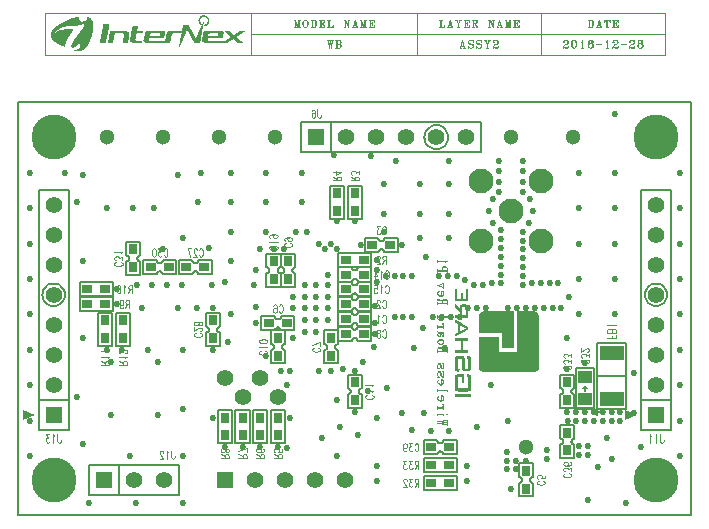
<source format=gbr>
%MOMM*%
%FSLAX33Y33*%
%ADD10C,0.203200*%
%ADD11C,0.120000*%
%ADD12C,0.152400*%
%ADD15C,0.070000*%
%ADD20C,1.400000*%
%ADD134C,3.800000*%
%ADD135R,1.400000X1.400000*%
%ADD136C,1.300000*%
%ADD137C,2.100000*%
%ADD141R,0.800000X0.900000*%
%ADD147R,0.900000X0.800000*%
%ADD153R,2.000000X1.300000*%
%ADD155R,1.250000X1.100000*%
%ADD157C,0.113790*%
%ADD186C,0.530000*%
G90*G71*G01*D02*G54D10*X000000Y000000D02*X057000Y000000D01*X057000Y035000D01*
X000000Y035000D01*X000000Y000000D01*X008520Y001730D02*X008520Y004270D01*
X005980Y001730D02*X005980Y004270D01*X013600Y004270D01*X013600Y001730D01*
X005980Y001730D01*X002050Y018660D02*X002068Y018475D01*X002122Y018296D01*
X002210Y018132D01*X002328Y017988D01*X002472Y017870D01*X002636Y017782D01*
X002815Y017728D01*X003000Y017710D01*X003185Y017728D01*X003364Y017782D01*
X003528Y017870D01*X003672Y017988D01*X003790Y018132D01*X003878Y018296D01*
X003932Y018475D01*X003950Y018660D01*X003932Y018845D01*X003878Y019024D01*
X003790Y019188D01*X003672Y019332D01*X003528Y019450D01*X003364Y019538D01*
X003185Y019592D01*X003000Y019610D01*X002815Y019592D01*X002636Y019538D01*
X002472Y019450D01*X002328Y019332D01*X002210Y019188D01*X002122Y019024D01*
X002068Y018845D01*X002050Y018660D01*X004270Y007230D02*X001730Y007230D01*
X001730Y027550D01*X004270Y027550D01*X004270Y007230D01*X004270Y009770D02*
X001730Y009770D01*X049050Y014550D02*X049050Y008950D01*X051450Y008950D01*
X051450Y014550D01*X049050Y014550D01*X049050Y011750D02*X051450Y011750D01*
X053050Y018660D02*X053068Y018475D01*X053122Y018296D01*X053210Y018132D01*
X053328Y017988D01*X053472Y017870D01*X053636Y017782D01*X053815Y017728D01*
X054000Y017710D01*X054185Y017728D01*X054364Y017782D01*X054528Y017870D01*
X054672Y017988D01*X054790Y018132D01*X054878Y018296D01*X054932Y018475D01*
X054950Y018660D01*X054932Y018845D01*X054878Y019024D01*X054790Y019188D01*
X054672Y019332D01*X054528Y019450D01*X054364Y019538D01*X054185Y019592D01*
X054000Y019610D01*X053815Y019592D01*X053636Y019538D01*X053472Y019450D01*
X053328Y019332D01*X053210Y019188D01*X053122Y019024D01*X053068Y018845D01*
X053050Y018660D01*X055270Y007230D02*X052730Y007230D01*X052730Y027550D01*
X055270Y027550D01*X055270Y007230D01*X055270Y009770D02*X052730Y009770D01*
X026520Y030730D02*X026520Y033270D01*X023980Y033270D02*X023980Y030730D01*
X039220Y030730D01*X039220Y033270D01*X023980Y033270D01*X034394Y032000D02*
X034414Y031802D01*X034471Y031611D01*X034565Y031436D01*X034692Y031282D01*
X034846Y031155D01*X035021Y031061D01*X035212Y031004D01*X035410Y030984D01*
X035608Y031004D01*X035799Y031061D01*X035974Y031155D01*X036128Y031282D01*
X036255Y031436D01*X036349Y031611D01*X036406Y031802D01*X036426Y032000D01*
X036406Y032198D01*X036349Y032389D01*X036255Y032564D01*X036128Y032718D01*
X035974Y032845D01*X035799Y032939D01*X035608Y032996D01*X035410Y033016D01*
X035212Y032996D01*X035021Y032939D01*X034846Y032845D01*X034692Y032718D01*
X034565Y032564D01*X034471Y032389D01*X034414Y032198D01*X034394Y032000D01*D02*
G54D11*X012959Y005475D02*X012959Y004945D01*X012991Y004839D01*X013023Y004807D01*
X013083Y004775D01*X013150Y004775D01*X013211Y004807D01*X013242Y004839D01*
X013274Y004945D01*X013274Y005008D01*X012660Y005337D02*X012635Y005369D01*
X012596Y005464D01*X012596Y004775D01*X012272Y005305D02*X012272Y005337D01*
X012250Y005401D01*X012227Y005433D01*X012183Y005475D01*X012090Y005475D01*
X012046Y005433D01*X012024Y005401D01*X012001Y005337D01*X012001Y005273D01*
X012024Y005210D01*X012068Y005104D01*X012294Y004775D01*X011976Y004775D01*
X033899Y002400D02*X033899Y003100D01*X033695Y003100D01*X033629Y003058D01*
X033606Y003026D01*X033581Y002962D01*X033581Y002898D01*X033606Y002835D01*
X033629Y002792D01*X033695Y002761D01*X033899Y002761D01*X033743Y002761D02*
X033581Y002400D01*X033365Y003089D02*X033116Y003089D01*X033253Y002824D01*
X033183Y002824D01*X033139Y002792D01*X033116Y002761D01*X033091Y002665D01*
X033091Y002591D01*X033116Y002495D01*X033161Y002432D01*X033228Y002400D01*
X033298Y002400D01*X033365Y002432D01*X033387Y002464D01*X033409Y002527D01*
X032897Y002930D02*X032897Y002962D01*X032875Y003026D01*X032852Y003058D01*
X032808Y003100D01*X032715Y003100D01*X032671Y003058D01*X032649Y003026D01*
X032626Y002962D01*X032626Y002898D01*X032649Y002835D01*X032693Y002729D01*
X032919Y002400D01*X032601Y002400D01*X044430Y002914D02*X044494Y002892D01*
X044558Y002847D01*X044600Y002806D01*X044600Y002720D01*X044558Y002679D01*
X044494Y002637D01*X044430Y002615D01*X044335Y002596D01*X044165Y002596D01*
X044070Y002615D01*X043995Y002637D01*X043932Y002679D01*X043900Y002720D01*
X043900Y002806D01*X043932Y002847D01*X043995Y002892D01*X044070Y002914D01*
X044589Y003356D02*X044589Y003130D01*X044292Y003108D01*X044324Y003130D01*
X044356Y003197D01*X044356Y003264D01*X044324Y003334D01*X044261Y003379D01*
X044165Y003404D01*X044091Y003404D01*X043995Y003379D01*X043932Y003334D01*
X043900Y003264D01*X043900Y003197D01*X043932Y003130D01*X043964Y003108D01*
X044027Y003086D01*X017150Y004846D02*X017850Y004846D01*X017850Y005050D01*
X017808Y005116D01*X017776Y005139D01*X017712Y005164D01*X017648Y005164D01*
X017585Y005139D01*X017542Y005116D01*X017511Y005050D01*X017511Y004846D01*
X017511Y005002D02*X017150Y005164D01*X017839Y005447D02*X017808Y005380D01*
X017744Y005358D01*X017680Y005358D01*X017606Y005380D01*X017574Y005425D01*
X017542Y005517D01*X017511Y005584D01*X017447Y005629D01*X017383Y005654D01*
X017277Y005654D01*X017214Y005629D01*X017182Y005606D01*X017150Y005540D01*
X017150Y005447D01*X017182Y005380D01*X017214Y005358D01*X017277Y005336D01*
X017383Y005336D01*X017447Y005358D01*X017511Y005403D01*X017542Y005470D01*
X017574Y005562D01*X017606Y005606D01*X017680Y005629D01*X017744Y005629D01*
X017808Y005606D01*X017839Y005540D01*X017839Y005447D01*X018650Y004846D02*
X019350Y004846D01*X019350Y005050D01*X019308Y005116D01*X019276Y005139D01*
X019212Y005164D01*X019148Y005164D01*X019085Y005139D01*X019042Y005116D01*
X019011Y005050D01*X019011Y004846D01*X019011Y005002D02*X018650Y005164D01*
X019339Y005336D02*X019339Y005654D01*X018650Y005425D01*X021650Y004846D02*
X022350Y004846D01*X022350Y005050D01*X022308Y005116D01*X022276Y005139D01*
X022212Y005164D01*X022148Y005164D01*X022085Y005139D01*X022042Y005116D01*
X022011Y005050D01*X022011Y004846D01*X022011Y005002D02*X021650Y005164D01*
X022339Y005606D02*X022339Y005380D01*X022042Y005358D01*X022074Y005380D01*
X022106Y005447D01*X022106Y005514D01*X022074Y005584D01*X022011Y005629D01*
X021915Y005654D01*X021841Y005654D01*X021745Y005629D01*X021682Y005584D01*
X021650Y005514D01*X021650Y005447D01*X021682Y005380D01*X021714Y005358D01*
X021777Y005336D01*X020150Y004846D02*X020850Y004846D01*X020850Y005050D01*
X020808Y005116D01*X020776Y005139D01*X020712Y005164D01*X020648Y005164D01*
X020585Y005139D01*X020542Y005116D01*X020511Y005050D01*X020511Y004846D01*
X020511Y005002D02*X020150Y005164D01*X020744Y005629D02*X020808Y005603D01*
X020839Y005530D01*X020839Y005482D01*X020808Y005409D01*X020712Y005358D01*
X020542Y005336D01*X020383Y005336D01*X020245Y005358D01*X020182Y005409D01*
X020150Y005482D01*X020150Y005505D01*X020182Y005578D01*X020245Y005629D01*
X020341Y005654D01*X020383Y005654D01*X020479Y005629D01*X020542Y005578D01*
X020574Y005505D01*X020574Y005482D01*X020542Y005409D01*X020479Y005358D01*
X020383Y005336D01*X033581Y005930D02*X033603Y005994D01*X033648Y006058D01*
X033689Y006100D01*X033775Y006100D01*X033816Y006058D01*X033858Y005994D01*
X033880Y005930D01*X033899Y005835D01*X033899Y005665D01*X033880Y005570D01*
X033858Y005495D01*X033816Y005432D01*X033775Y005400D01*X033689Y005400D01*
X033648Y005432D01*X033603Y005495D01*X033581Y005570D01*X033365Y006089D02*
X033116Y006089D01*X033253Y005824D01*X033183Y005824D01*X033139Y005792D01*
X033116Y005761D01*X033091Y005665D01*X033091Y005591D01*X033116Y005495D01*
X033161Y005432D01*X033228Y005400D01*X033298Y005400D01*X033365Y005432D01*
X033387Y005464D01*X033409Y005527D01*X032601Y005867D02*X032626Y005761D01*
X032674Y005697D01*X032750Y005665D01*X032773Y005665D01*X032846Y005697D01*
X032897Y005761D01*X032919Y005867D01*X032919Y005898D01*X032897Y005994D01*
X032846Y006058D01*X032773Y006089D01*X032750Y006089D01*X032674Y006058D01*
X032626Y005994D01*X032601Y005867D01*X032601Y005697D01*X032626Y005527D01*
X032674Y005432D01*X032750Y005400D01*X032798Y005400D01*X032871Y005432D01*
X032897Y005495D01*X033899Y003900D02*X033899Y004600D01*X033695Y004600D01*
X033629Y004558D01*X033606Y004526D01*X033581Y004462D01*X033581Y004398D01*
X033606Y004335D01*X033629Y004292D01*X033695Y004261D01*X033899Y004261D01*
X033743Y004261D02*X033581Y003900D01*X033365Y004589D02*X033116Y004589D01*
X033253Y004324D01*X033183Y004324D01*X033139Y004292D01*X033116Y004261D01*
X033091Y004165D01*X033091Y004091D01*X033116Y003995D01*X033161Y003932D01*
X033228Y003900D01*X033298Y003900D01*X033365Y003932D01*X033387Y003964D01*
X033409Y004027D01*X032875Y004589D02*X032626Y004589D01*X032763Y004324D01*
X032693Y004324D01*X032649Y004292D01*X032626Y004261D01*X032601Y004165D01*
X032601Y004091D01*X032626Y003995D01*X032671Y003932D01*X032738Y003900D01*
X032808Y003900D01*X032875Y003932D01*X032897Y003964D01*X032919Y004027D01*
X046680Y003544D02*X046744Y003522D01*X046808Y003477D01*X046850Y003436D01*
X046850Y003350D01*X046808Y003309D01*X046744Y003267D01*X046680Y003245D01*
X046585Y003226D01*X046415Y003226D01*X046320Y003245D01*X046245Y003267D01*
X046182Y003309D01*X046150Y003350D01*X046150Y003436D01*X046182Y003477D01*
X046245Y003522D01*X046320Y003544D01*X046839Y003760D02*X046839Y004009D01*
X046574Y003872D01*X046574Y003942D01*X046542Y003986D01*X046511Y004009D01*
X046415Y004034D01*X046341Y004034D01*X046245Y004009D01*X046182Y003964D01*
X046150Y003897D01*X046150Y003827D01*X046182Y003760D01*X046214Y003738D01*
X046277Y003716D01*X046744Y004499D02*X046808Y004473D01*X046839Y004400D01*
X046839Y004352D01*X046808Y004279D01*X046712Y004228D01*X046542Y004206D01*
X046383Y004206D01*X046245Y004228D01*X046182Y004279D01*X046150Y004352D01*
X046150Y004375D01*X046182Y004448D01*X046245Y004499D01*X046341Y004524D01*
X046383Y004524D01*X046479Y004499D01*X046542Y004448D01*X046574Y004375D01*
X046574Y004352D01*X046542Y004279D01*X046479Y004228D01*X046383Y004206D01*
X003334Y006850D02*X003334Y006320D01*X003366Y006214D01*X003398Y006182D01*
X003458Y006150D01*X003525Y006150D01*X003586Y006182D01*X003617Y006214D01*
X003649Y006320D01*X003649Y006383D01*X003035Y006712D02*X003010Y006744D01*
X002971Y006839D01*X002971Y006150D01*X002625Y006839D02*X002376Y006839D01*
X002513Y006574D01*X002443Y006574D01*X002399Y006542D01*X002376Y006511D01*
X002351Y006415D01*X002351Y006341D01*X002376Y006245D01*X002421Y006182D01*
X002488Y006150D01*X002558Y006150D01*X002625Y006182D01*X002647Y006214D01*
X002669Y006277D01*X029930Y010169D02*X029994Y010147D01*X030058Y010102D01*
X030100Y010061D01*X030100Y009975D01*X030058Y009934D01*X029994Y009892D01*
X029930Y009870D01*X029835Y009851D01*X029665Y009851D01*X029570Y009870D01*
X029495Y009892D01*X029432Y009934D01*X029400Y009975D01*X029400Y010061D01*
X029432Y010102D01*X029495Y010147D01*X029570Y010169D01*X029962Y010465D02*
X029994Y010490D01*X030089Y010529D01*X029400Y010529D01*X029962Y010955D02*
X029994Y010980D01*X030089Y011019D01*X029400Y011019D01*X046680Y012669D02*
X046744Y012647D01*X046808Y012602D01*X046850Y012561D01*X046850Y012475D01*
X046808Y012434D01*X046744Y012392D01*X046680Y012370D01*X046585Y012351D01*
X046415Y012351D01*X046320Y012370D01*X046245Y012392D01*X046182Y012434D01*
X046150Y012475D01*X046150Y012561D01*X046182Y012602D01*X046245Y012647D01*
X046320Y012669D01*X046839Y012885D02*X046839Y013134D01*X046574Y012997D01*
X046574Y013067D01*X046542Y013111D01*X046511Y013134D01*X046415Y013159D01*
X046341Y013159D01*X046245Y013134D01*X046182Y013089D01*X046150Y013022D01*
X046150Y012952D01*X046182Y012885D01*X046214Y012863D01*X046277Y012841D01*
X046839Y013375D02*X046839Y013624D01*X046574Y013487D01*X046574Y013557D01*
X046542Y013601D01*X046511Y013624D01*X046415Y013649D01*X046341Y013649D01*
X046245Y013624D01*X046182Y013579D01*X046150Y013512D01*X046150Y013442D01*
X046182Y013375D01*X046214Y013353D01*X046277Y013331D01*X048180Y013169D02*
X048244Y013147D01*X048308Y013102D01*X048350Y013061D01*X048350Y012975D01*
X048308Y012934D01*X048244Y012892D01*X048180Y012870D01*X048085Y012851D01*
X047915Y012851D01*X047820Y012870D01*X047745Y012892D01*X047682Y012934D01*
X047650Y012975D01*X047650Y013061D01*X047682Y013102D01*X047745Y013147D01*
X047820Y013169D01*X048339Y013385D02*X048339Y013634D01*X048074Y013497D01*
X048074Y013567D01*X048042Y013611D01*X048011Y013634D01*X047915Y013659D01*
X047841Y013659D01*X047745Y013634D01*X047682Y013589D01*X047650Y013522D01*
X047650Y013452D01*X047682Y013385D01*X047714Y013363D01*X047777Y013341D01*
X048180Y013853D02*X048212Y013853D01*X048276Y013875D01*X048308Y013898D01*
X048350Y013942D01*X048350Y014035D01*X048308Y014079D01*X048276Y014101D01*
X048212Y014124D01*X048148Y014124D01*X048085Y014101D01*X047979Y014057D01*
X047650Y013831D01*X047650Y014149D01*X050600Y015294D02*X050600Y014976D01*
X049900Y014976D01*X050261Y014976D02*X050261Y015170D01*X050261Y015466D02*
X050261Y015670D01*X050229Y015736D01*X050197Y015759D01*X050133Y015784D01*
X050027Y015784D01*X049964Y015759D01*X049932Y015736D01*X049900Y015670D01*
X049900Y015466D01*X050600Y015466D01*X050600Y015670D01*X050558Y015736D01*
X050526Y015759D01*X050462Y015784D01*X050398Y015784D01*X050335Y015759D01*
X050292Y015736D01*X050261Y015670D01*X050462Y016080D02*X050494Y016105D01*
X050589Y016144D01*X049900Y016144D01*X054334Y006850D02*X054334Y006320D01*
X054366Y006214D01*X054398Y006182D01*X054458Y006150D01*X054525Y006150D01*
X054586Y006182D01*X054617Y006214D01*X054649Y006320D01*X054649Y006383D01*
X054035Y006712D02*X054010Y006744D01*X053971Y006839D01*X053971Y006150D01*
X053545Y006712D02*X053520Y006744D01*X053481Y006839D01*X053481Y006150D01*
X007025Y012726D02*X007725Y012726D01*X007725Y012930D01*X007683Y012996D01*
X007651Y013019D01*X007587Y013044D01*X007523Y013044D01*X007460Y013019D01*
X007417Y012996D01*X007386Y012930D01*X007386Y012726D01*X007386Y012882D02*
X007025Y013044D01*X007587Y013340D02*X007619Y013365D01*X007714Y013404D01*
X007025Y013404D01*X007587Y013830D02*X007619Y013855D01*X007714Y013894D01*
X007025Y013894D01*X008525Y012726D02*X009225Y012726D01*X009225Y012930D01*
X009183Y012996D01*X009151Y013019D01*X009087Y013044D01*X009023Y013044D01*
X008960Y013019D01*X008917Y012996D01*X008886Y012930D01*X008886Y012726D01*
X008886Y012882D02*X008525Y013044D01*X009087Y013340D02*X009119Y013365D01*
X009214Y013404D01*X008525Y013404D01*X009055Y013728D02*X009087Y013728D01*
X009151Y013750D01*X009183Y013773D01*X009225Y013817D01*X009225Y013910D01*
X009183Y013954D01*X009151Y013976D01*X009087Y013999D01*X009023Y013999D01*
X008960Y013976D01*X008854Y013932D01*X008525Y013706D01*X008525Y014024D01*
X015430Y015419D02*X015494Y015397D01*X015558Y015352D01*X015600Y015311D01*
X015600Y015225D01*X015558Y015184D01*X015494Y015142D01*X015430Y015120D01*
X015335Y015101D01*X015165Y015101D01*X015070Y015120D01*X014995Y015142D01*
X014932Y015184D01*X014900Y015225D01*X014900Y015311D01*X014932Y015352D01*
X014995Y015397D01*X015070Y015419D01*X015430Y015613D02*X015462Y015613D01*
X015526Y015635D01*X015558Y015658D01*X015600Y015702D01*X015600Y015795D01*
X015558Y015839D01*X015526Y015861D01*X015462Y015884D01*X015398Y015884D01*
X015335Y015861D01*X015229Y015817D01*X014900Y015591D01*X014900Y015909D01*
X015589Y016192D02*X015558Y016125D01*X015494Y016103D01*X015430Y016103D01*
X015356Y016125D01*X015324Y016170D01*X015292Y016262D01*X015261Y016329D01*
X015197Y016374D01*X015133Y016399D01*X015027Y016399D01*X014964Y016374D01*
X014932Y016351D01*X014900Y016285D01*X014900Y016192D01*X014932Y016125D01*
X014964Y016103D01*X015027Y016081D01*X015133Y016081D01*X015197Y016103D01*
X015261Y016148D01*X015292Y016215D01*X015324Y016307D01*X015356Y016351D01*
X015430Y016374D01*X015494Y016374D01*X015558Y016351D01*X015589Y016285D01*
X015589Y016192D01*X020930Y013919D02*X020994Y013897D01*X021058Y013852D01*
X021100Y013811D01*X021100Y013725D01*X021058Y013684D01*X020994Y013642D01*
X020930Y013620D01*X020835Y013601D01*X020665Y013601D01*X020570Y013620D01*
X020495Y013642D01*X020432Y013684D01*X020400Y013725D01*X020400Y013811D01*
X020432Y013852D01*X020495Y013897D01*X020570Y013919D01*X020962Y014215D02*
X020994Y014240D01*X021089Y014279D01*X020400Y014279D01*X021089Y014718D02*
X021058Y014648D01*X020962Y014603D01*X020792Y014581D01*X020697Y014581D01*
X020527Y014603D01*X020432Y014648D01*X020400Y014718D01*X020400Y014762D01*
X020432Y014829D01*X020527Y014874D01*X020697Y014899D01*X020792Y014899D01*
X020962Y014874D01*X021058Y014829D01*X021089Y014762D01*X021089Y014718D01*
X025430Y014164D02*X025494Y014142D01*X025558Y014097D01*X025600Y014056D01*
X025600Y013970D01*X025558Y013929D01*X025494Y013887D01*X025430Y013865D01*
X025335Y013846D01*X025165Y013846D01*X025070Y013865D01*X024995Y013887D01*
X024932Y013929D01*X024900Y013970D01*X024900Y014056D01*X024932Y014097D01*
X024995Y014142D01*X025070Y014164D01*X025589Y014336D02*X025589Y014654D01*
X024900Y014425D01*X030836Y015555D02*X030858Y015619D01*X030903Y015683D01*
X030944Y015725D01*X031030Y015725D01*X031071Y015683D01*X031113Y015619D01*
X031135Y015555D01*X031154Y015460D01*X031154Y015290D01*X031135Y015195D01*
X031113Y015120D01*X031071Y015057D01*X031030Y015025D01*X030944Y015025D01*
X030903Y015057D01*X030858Y015120D01*X030836Y015195D01*X030553Y015714D02*
X030620Y015683D01*X030642Y015619D01*X030642Y015555D01*X030620Y015481D01*
X030575Y015449D01*X030483Y015417D01*X030416Y015386D01*X030371Y015322D01*
X030346Y015258D01*X030346Y015152D01*X030371Y015089D01*X030394Y015057D01*
X030460Y015025D01*X030553Y015025D01*X030620Y015057D01*X030642Y015089D01*
X030664Y015152D01*X030664Y015258D01*X030642Y015322D01*X030597Y015386D01*
X030530Y015417D01*X030438Y015449D01*X030394Y015481D01*X030371Y015555D01*
X030371Y015619D01*X030394Y015683D01*X030460Y015714D01*X030553Y015714D01*
X009404Y017525D02*X009404Y018225D01*X009200Y018225D01*X009134Y018183D01*
X009111Y018151D01*X009086Y018087D01*X009086Y018023D01*X009111Y017960D01*
X009134Y017917D01*X009200Y017886D01*X009404Y017886D01*X009248Y017886D02*
X009086Y017525D01*X008596Y017992D02*X008621Y017886D01*X008669Y017822D01*
X008745Y017790D01*X008768Y017790D01*X008841Y017822D01*X008892Y017886D01*
X008914Y017992D01*X008914Y018023D01*X008892Y018119D01*X008841Y018183D01*
X008768Y018214D01*X008745Y018214D01*X008669Y018183D01*X008621Y018119D01*
X008596Y017992D01*X008596Y017822D01*X008621Y017652D01*X008669Y017557D01*
X008745Y017525D01*X008793Y017525D01*X008866Y017557D01*X008892Y017620D01*
X022086Y017680D02*X022108Y017744D01*X022153Y017808D01*X022194Y017850D01*
X022280Y017850D01*X022321Y017808D01*X022363Y017744D01*X022385Y017680D01*
X022404Y017585D01*X022404Y017415D01*X022385Y017320D01*X022363Y017245D01*
X022321Y017182D01*X022280Y017150D01*X022194Y017150D01*X022153Y017182D01*
X022108Y017245D01*X022086Y017320D01*X021621Y017744D02*X021647Y017808D01*
X021720Y017839D01*X021768Y017839D01*X021841Y017808D01*X021892Y017712D01*
X021914Y017542D01*X021914Y017383D01*X021892Y017245D01*X021841Y017182D01*
X021768Y017150D01*X021745Y017150D01*X021672Y017182D01*X021621Y017245D01*
X021596Y017341D01*X021596Y017383D01*X021621Y017479D01*X021672Y017542D01*
X021745Y017574D01*X021768Y017574D01*X021841Y017542D01*X021892Y017479D01*
X021914Y017383D01*X030836Y016805D02*X030858Y016869D01*X030903Y016933D01*
X030944Y016975D01*X031030Y016975D01*X031071Y016933D01*X031113Y016869D01*
X031135Y016805D01*X031154Y016710D01*X031154Y016540D01*X031135Y016445D01*
X031113Y016370D01*X031071Y016307D01*X031030Y016275D01*X030944Y016275D01*
X030903Y016307D01*X030858Y016370D01*X030836Y016445D01*X030540Y016837D02*
X030515Y016869D01*X030476Y016964D01*X030476Y016275D01*X030836Y018055D02*
X030858Y018119D01*X030903Y018183D01*X030944Y018225D01*X031030Y018225D01*
X031071Y018183D01*X031113Y018119D01*X031135Y018055D01*X031154Y017960D01*
X031154Y017790D01*X031135Y017695D01*X031113Y017620D01*X031071Y017557D01*
X031030Y017525D01*X030944Y017525D01*X030903Y017557D01*X030858Y017620D01*
X030836Y017695D01*X030642Y018055D02*X030642Y018087D01*X030620Y018151D01*
X030597Y018183D01*X030553Y018225D01*X030460Y018225D01*X030416Y018183D01*
X030394Y018151D01*X030371Y018087D01*X030371Y018023D01*X030394Y017960D01*
X030438Y017854D01*X030664Y017525D01*X030346Y017525D01*X031081Y019305D02*
X031103Y019369D01*X031148Y019433D01*X031189Y019475D01*X031275Y019475D01*
X031316Y019433D01*X031358Y019369D01*X031380Y019305D01*X031399Y019210D01*
X031399Y019040D01*X031380Y018945D01*X031358Y018870D01*X031316Y018807D01*
X031275Y018775D01*X031189Y018775D01*X031148Y018807D01*X031103Y018870D01*
X031081Y018945D01*X030785Y019337D02*X030760Y019369D01*X030721Y019464D01*
X030721Y018775D01*X030149Y019464D02*X030375Y019464D01*X030397Y019167D01*
X030375Y019199D01*X030308Y019231D01*X030241Y019231D01*X030171Y019199D01*
X030126Y019136D01*X030101Y019040D01*X030101Y018966D01*X030126Y018870D01*
X030171Y018807D01*X030241Y018775D01*X030308Y018775D01*X030375Y018807D01*
X030397Y018839D01*X030419Y018902D01*X009649Y018775D02*X009649Y019475D01*
X009445Y019475D01*X009379Y019433D01*X009356Y019401D01*X009331Y019337D01*
X009331Y019273D01*X009356Y019210D01*X009379Y019167D01*X009445Y019136D01*
X009649Y019136D01*X009493Y019136D02*X009331Y018775D01*X009035Y019337D02*
X009010Y019369D01*X008971Y019464D01*X008971Y018775D01*X008532Y019464D02*
X008602Y019433D01*X008647Y019337D01*X008669Y019167D01*X008669Y019072D01*
X008647Y018902D01*X008602Y018807D01*X008532Y018775D01*X008488Y018775D01*
X008421Y018807D01*X008376Y018902D01*X008351Y019072D01*X008351Y019167D01*
X008376Y019337D01*X008421Y019433D01*X008488Y019464D01*X008532Y019464D01*
X008680Y021419D02*X008744Y021397D01*X008808Y021352D01*X008850Y021311D01*
X008850Y021225D01*X008808Y021184D01*X008744Y021142D01*X008680Y021120D01*
X008585Y021101D01*X008415Y021101D01*X008320Y021120D01*X008245Y021142D01*
X008182Y021184D01*X008150Y021225D01*X008150Y021311D01*X008182Y021352D01*
X008245Y021397D01*X008320Y021419D01*X008839Y021635D02*X008839Y021884D01*
X008574Y021747D01*X008574Y021817D01*X008542Y021861D01*X008511Y021884D01*
X008415Y021909D01*X008341Y021909D01*X008245Y021884D01*X008182Y021839D01*
X008150Y021772D01*X008150Y021702D01*X008182Y021635D01*X008214Y021613D01*
X008277Y021591D01*X008712Y022205D02*X008744Y022230D01*X008839Y022269D01*
X008150Y022269D01*X015331Y022430D02*X015353Y022494D01*X015398Y022558D01*
X015439Y022600D01*X015525Y022600D01*X015566Y022558D01*X015608Y022494D01*
X015630Y022430D01*X015649Y022335D01*X015649Y022165D01*X015630Y022070D01*
X015608Y021995D01*X015566Y021932D01*X015525Y021900D01*X015439Y021900D01*
X015398Y021932D01*X015353Y021995D01*X015331Y022070D01*X015137Y022430D02*
X015137Y022462D01*X015115Y022526D01*X015092Y022558D01*X015048Y022600D01*
X014955Y022600D01*X014911Y022558D01*X014889Y022526D01*X014866Y022462D01*
X014866Y022398D01*X014889Y022335D01*X014933Y022229D01*X015159Y021900D01*
X014841Y021900D01*X014669Y022589D02*X014351Y022589D01*X014580Y021900D01*
X012331Y022430D02*X012353Y022494D01*X012398Y022558D01*X012439Y022600D01*
X012525Y022600D01*X012566Y022558D01*X012608Y022494D01*X012630Y022430D01*
X012649Y022335D01*X012649Y022165D01*X012630Y022070D01*X012608Y021995D01*
X012566Y021932D01*X012525Y021900D01*X012439Y021900D01*X012398Y021932D01*
X012353Y021995D01*X012331Y022070D01*X012115Y022589D02*X011866Y022589D01*
X012003Y022324D01*X011933Y022324D01*X011889Y022292D01*X011866Y022261D01*
X011841Y022165D01*X011841Y022091D01*X011866Y021995D01*X011911Y021932D01*
X011978Y021900D01*X012048Y021900D01*X012115Y021932D01*X012137Y021964D01*
X012159Y022027D01*X011532Y022589D02*X011602Y022558D01*X011647Y022462D01*
X011669Y022292D01*X011669Y022197D01*X011647Y022027D01*X011602Y021932D01*
X011532Y021900D01*X011488Y021900D01*X011421Y021932D01*X011376Y022027D01*
X011351Y022197D01*X011351Y022292D01*X011376Y022462D01*X011421Y022558D01*
X011488Y022589D01*X011532Y022589D01*X021805Y022794D02*X021869Y022772D01*
X021933Y022727D01*X021975Y022686D01*X021975Y022600D01*X021933Y022559D01*
X021869Y022517D01*X021805Y022495D01*X021710Y022476D01*X021540Y022476D01*
X021445Y022495D01*X021370Y022517D01*X021307Y022559D01*X021275Y022600D01*
X021275Y022686D01*X021307Y022727D01*X021370Y022772D01*X021445Y022794D01*
X021837Y023090D02*X021869Y023115D01*X021964Y023154D01*X021275Y023154D01*
X021742Y023774D02*X021636Y023749D01*X021572Y023701D01*X021540Y023625D01*
X021540Y023602D01*X021572Y023529D01*X021636Y023478D01*X021742Y023456D01*
X021773Y023456D01*X021869Y023478D01*X021933Y023529D01*X021964Y023602D01*
X021964Y023625D01*X021933Y023701D01*X021869Y023749D01*X021742Y023774D01*
X021572Y023774D01*X021402Y023749D01*X021307Y023701D01*X021275Y023625D01*
X021275Y023577D01*X021307Y023504D01*X021370Y023478D01*X023055Y023039D02*
X023119Y023017D01*X023183Y022972D01*X023225Y022931D01*X023225Y022845D01*
X023183Y022804D01*X023119Y022762D01*X023055Y022740D01*X022960Y022721D01*
X022790Y022721D01*X022695Y022740D01*X022620Y022762D01*X022557Y022804D01*
X022525Y022845D01*X022525Y022931D01*X022557Y022972D01*X022620Y023017D01*
X022695Y023039D01*X022992Y023529D02*X022886Y023504D01*X022822Y023456D01*
X022790Y023380D01*X022790Y023357D01*X022822Y023284D01*X022886Y023233D01*
X022992Y023211D01*X023023Y023211D01*X023119Y023233D01*X023183Y023284D01*
X023214Y023357D01*X023214Y023380D01*X023183Y023456D01*X023119Y023504D01*
X022992Y023529D01*X022822Y023529D01*X022652Y023504D01*X022557Y023456D01*
X022525Y023380D01*X022525Y023332D01*X022557Y023259D01*X022620Y023233D01*
X031081Y020555D02*X031103Y020619D01*X031148Y020683D01*X031189Y020725D01*
X031275Y020725D01*X031316Y020683D01*X031358Y020619D01*X031380Y020555D01*
X031399Y020460D01*X031399Y020290D01*X031380Y020195D01*X031358Y020120D01*
X031316Y020057D01*X031275Y020025D01*X031189Y020025D01*X031148Y020057D01*
X031103Y020120D01*X031081Y020195D01*X030785Y020587D02*X030760Y020619D01*
X030721Y020714D01*X030721Y020025D01*X030209Y020714D02*X030209Y020025D01*
X030209Y020714D02*X030419Y020258D01*X030101Y020258D01*X030836Y024305D02*
X030858Y024369D01*X030903Y024433D01*X030944Y024475D01*X031030Y024475D01*
X031071Y024433D01*X031113Y024369D01*X031135Y024305D01*X031154Y024210D01*
X031154Y024040D01*X031135Y023945D01*X031113Y023870D01*X031071Y023807D01*
X031030Y023775D01*X030944Y023775D01*X030903Y023807D01*X030858Y023870D01*
X030836Y023945D01*X030620Y024464D02*X030371Y024464D01*X030508Y024199D01*
X030438Y024199D01*X030394Y024167D01*X030371Y024136D01*X030346Y024040D01*
X030346Y023966D01*X030371Y023870D01*X030416Y023807D01*X030483Y023775D01*
X030553Y023775D01*X030620Y023807D01*X030642Y023839D01*X030664Y023902D01*
X031154Y021275D02*X031154Y021975D01*X030950Y021975D01*X030884Y021933D01*
X030861Y021901D01*X030836Y021837D01*X030836Y021773D01*X030861Y021710D01*
X030884Y021667D01*X030950Y021636D01*X031154Y021636D01*X030998Y021636D02*
X030836Y021275D01*X030642Y021805D02*X030642Y021837D01*X030620Y021901D01*
X030597Y021933D01*X030553Y021975D01*X030460Y021975D01*X030416Y021933D01*
X030394Y021901D01*X030371Y021837D01*X030371Y021773D01*X030394Y021710D01*
X030438Y021604D01*X030664Y021275D01*X030346Y021275D01*X028150Y028346D02*
X028850Y028346D01*X028850Y028550D01*X028808Y028616D01*X028776Y028639D01*
X028712Y028664D01*X028648Y028664D01*X028585Y028639D01*X028542Y028616D01*
X028511Y028550D01*X028511Y028346D01*X028511Y028502D02*X028150Y028664D01*
X028839Y028880D02*X028839Y029129D01*X028574Y028992D01*X028574Y029062D01*
X028542Y029106D01*X028511Y029129D01*X028415Y029154D01*X028341Y029154D01*
X028245Y029129D01*X028182Y029084D01*X028150Y029017D01*X028150Y028947D01*
X028182Y028880D01*X028214Y028858D01*X028277Y028836D01*X026650Y028346D02*
X027350Y028346D01*X027350Y028550D01*X027308Y028616D01*X027276Y028639D01*
X027212Y028664D01*X027148Y028664D01*X027085Y028639D01*X027042Y028616D01*
X027011Y028550D01*X027011Y028346D01*X027011Y028502D02*X026650Y028664D01*
X027339Y029046D02*X026650Y029046D01*X027339Y029046D02*X026883Y028836D01*
X026883Y029154D01*X025339Y034350D02*X025339Y033820D01*X025371Y033714D01*
X025403Y033682D01*X025463Y033650D01*X025530Y033650D01*X025591Y033682D01*
X025622Y033714D01*X025654Y033820D01*X025654Y033883D01*X024871Y034244D02*
X024897Y034308D01*X024970Y034339D01*X025018Y034339D01*X025091Y034308D01*
X025142Y034212D01*X025164Y034042D01*X025164Y033883D01*X025142Y033745D01*
X025091Y033682D01*X025018Y033650D01*X024995Y033650D01*X024922Y033682D01*
X024871Y033745D01*X024846Y033841D01*X024846Y033883D01*X024871Y033979D01*
X024922Y034042D01*X024995Y034074D01*X025018Y034074D01*X025091Y034042D01*
X025142Y033979D01*X025164Y033883D01*D02*G54D12*X034350Y002150D02*
X037150Y002150D01*X037150Y003350D01*X034350Y003350D01*X034350Y003350D02*
X034350Y002150D01*X042400Y003250D02*X042425Y003249D01*X042449Y003246D01*
X042474Y003240D01*X042497Y003232D01*X042520Y003222D01*X042541Y003210D01*
X042561Y003195D01*X042580Y003179D01*X042597Y003160D01*X042612Y003140D01*
X042625Y003119D01*X042636Y003097D01*X042644Y003073D01*X042650Y003049D01*
X042654Y003025D01*X042655Y003000D01*X042654Y002975D01*X042650Y002951D01*
X042644Y002927D01*X042636Y002903D01*X042625Y002881D01*X042612Y002860D01*
X042597Y002840D01*X042580Y002821D01*X042561Y002805D01*X042541Y002790D01*
X042520Y002778D01*X042497Y002768D01*X042474Y002760D01*X042449Y002754D01*
X042425Y002751D01*X042400Y002750D01*X043600Y004400D02*X042400Y004400D01*
X043600Y004400D02*X043600Y003250D01*X043600Y002750D02*X043600Y001600D01*
X043600Y001600D02*X042400Y001600D01*X042400Y004400D02*X042400Y003250D01*
X042400Y002750D02*X042400Y001600D01*X043600Y002750D02*X043575Y002751D01*
X043551Y002754D01*X043526Y002760D01*X043503Y002768D01*X043480Y002778D01*
X043459Y002790D01*X043439Y002805D01*X043420Y002821D01*X043403Y002840D01*
X043388Y002860D01*X043375Y002881D01*X043364Y002903D01*X043356Y002927D01*
X043350Y002951D01*X043346Y002975D01*X043345Y003000D01*X043346Y003025D01*
X043350Y003049D01*X043356Y003073D01*X043364Y003097D01*X043375Y003119D01*
X043388Y003140D01*X043403Y003160D01*X043420Y003179D01*X043439Y003195D01*
X043459Y003210D01*X043480Y003222D01*X043503Y003232D01*X043526Y003240D01*
X043551Y003246D01*X043575Y003249D01*X043600Y003250D01*X018100Y006100D02*
X018100Y008900D01*X016900Y008900D01*X016900Y006100D01*X016900Y006100D02*
X018100Y006100D01*X019600Y006100D02*X019600Y008900D01*X018400Y008900D01*
X018400Y006100D01*X018400Y006100D02*X019600Y006100D01*X022600Y006100D02*
X022600Y008900D01*X021400Y008900D01*X021400Y006100D01*X021400Y006100D02*
X022600Y006100D01*X021100Y006100D02*X021100Y008900D01*X019900Y008900D01*
X019900Y006100D01*X019900Y006100D02*X021100Y006100D01*X035500Y005150D02*
X035501Y005175D01*X035504Y005199D01*X035510Y005224D01*X035518Y005247D01*
X035528Y005270D01*X035540Y005291D01*X035555Y005311D01*X035571Y005330D01*
X035590Y005347D01*X035610Y005362D01*X035631Y005375D01*X035653Y005386D01*
X035677Y005394D01*X035701Y005400D01*X035725Y005404D01*X035750Y005405D01*
X035775Y005404D01*X035799Y005400D01*X035823Y005394D01*X035847Y005386D01*
X035869Y005375D01*X035890Y005362D01*X035910Y005347D01*X035929Y005330D01*
X035945Y005311D01*X035960Y005291D01*X035972Y005270D01*X035982Y005247D01*
X035990Y005224D01*X035996Y005199D01*X035999Y005175D01*X036000Y005150D01*
X034350Y006350D02*X034350Y005150D01*X034350Y006350D02*X035500Y006350D01*
X036000Y006350D02*X037150Y006350D01*X037150Y006350D02*X037150Y005150D01*
X034350Y005150D02*X035500Y005150D01*X036000Y005150D02*X037150Y005150D01*
X036000Y006350D02*X035999Y006325D01*X035996Y006301D01*X035990Y006276D01*
X035982Y006253D01*X035972Y006230D01*X035960Y006209D01*X035945Y006189D01*
X035929Y006170D01*X035910Y006153D01*X035890Y006138D01*X035869Y006125D01*
X035847Y006114D01*X035823Y006106D01*X035799Y006100D01*X035775Y006096D01*
X035750Y006095D01*X035725Y006096D01*X035701Y006100D01*X035677Y006106D01*
X035653Y006114D01*X035631Y006125D01*X035610Y006138D01*X035590Y006153D01*
X035571Y006170D01*X035555Y006189D01*X035540Y006209D01*X035528Y006230D01*
X035518Y006253D01*X035510Y006276D01*X035504Y006301D01*X035501Y006325D01*
X035500Y006350D01*X034350Y003650D02*X037150Y003650D01*X037150Y004850D01*
X034350Y004850D01*X034350Y004850D02*X034350Y003650D01*X047100Y006000D02*
X047075Y006001D01*X047051Y006004D01*X047026Y006010D01*X047003Y006018D01*
X046980Y006028D01*X046959Y006040D01*X046939Y006055D01*X046920Y006071D01*
X046903Y006090D01*X046888Y006110D01*X046875Y006131D01*X046864Y006153D01*
X046856Y006177D01*X046850Y006201D01*X046846Y006225D01*X046845Y006250D01*
X046846Y006275D01*X046850Y006299D01*X046856Y006323D01*X046864Y006347D01*
X046875Y006369D01*X046888Y006390D01*X046903Y006410D01*X046920Y006429D01*
X046939Y006445D01*X046959Y006460D01*X046980Y006472D01*X047003Y006482D01*
X047026Y006490D01*X047051Y006496D01*X047075Y006499D01*X047100Y006500D01*
X045900Y004850D02*X047100Y004850D01*X045900Y004850D02*X045900Y006000D01*
X045900Y006500D02*X045900Y007650D01*X045900Y007650D02*X047100Y007650D01*
X047100Y004850D02*X047100Y006000D01*X047100Y006500D02*X047100Y007650D01*
X045900Y006500D02*X045925Y006499D01*X045949Y006496D01*X045974Y006490D01*
X045997Y006482D01*X046020Y006472D01*X046041Y006460D01*X046061Y006445D01*
X046080Y006429D01*X046097Y006410D01*X046112Y006390D01*X046125Y006369D01*
X046136Y006347D01*X046144Y006323D01*X046150Y006299D01*X046154Y006275D01*
X046155Y006250D01*X046154Y006225D01*X046150Y006201D01*X046144Y006177D01*
X046136Y006153D01*X046125Y006131D01*X046112Y006110D01*X046097Y006090D01*
X046080Y006071D01*X046061Y006055D01*X046041Y006040D01*X046020Y006028D01*
X045997Y006018D01*X045974Y006010D01*X045949Y006004D01*X045925Y006001D01*
X045900Y006000D01*X027900Y010750D02*X027925Y010749D01*X027949Y010746D01*
X027974Y010740D01*X027997Y010732D01*X028020Y010722D01*X028041Y010710D01*
X028061Y010695D01*X028080Y010679D01*X028097Y010660D01*X028112Y010640D01*
X028125Y010619D01*X028136Y010597D01*X028144Y010573D01*X028150Y010549D01*
X028154Y010525D01*X028155Y010500D01*X028154Y010475D01*X028150Y010451D01*
X028144Y010427D01*X028136Y010403D01*X028125Y010381D01*X028112Y010360D01*
X028097Y010340D01*X028080Y010321D01*X028061Y010305D01*X028041Y010290D01*
X028020Y010278D01*X027997Y010268D01*X027974Y010260D01*X027949Y010254D01*
X027925Y010251D01*X027900Y010250D01*X029100Y011900D02*X027900Y011900D01*
X029100Y011900D02*X029100Y010750D01*X029100Y010250D02*X029100Y009100D01*
X029100Y009100D02*X027900Y009100D01*X027900Y011900D02*X027900Y010750D01*
X027900Y010250D02*X027900Y009100D01*X029100Y010250D02*X029075Y010251D01*
X029051Y010254D01*X029026Y010260D01*X029003Y010268D01*X028980Y010278D01*
X028959Y010290D01*X028939Y010305D01*X028920Y010321D01*X028903Y010340D01*
X028888Y010360D01*X028875Y010381D01*X028864Y010403D01*X028856Y010427D01*
X028850Y010451D01*X028846Y010475D01*X028845Y010500D01*X028846Y010525D01*
X028850Y010549D01*X028856Y010573D01*X028864Y010597D01*X028875Y010619D01*
X028888Y010640D01*X028903Y010660D01*X028920Y010679D01*X028939Y010695D01*
X028959Y010710D01*X028980Y010722D01*X029003Y010732D01*X029026Y010740D01*
X029051Y010746D01*X029075Y010749D01*X029100Y010750D01*X045900Y010750D02*
X045925Y010749D01*X045949Y010746D01*X045974Y010740D01*X045997Y010732D01*
X046020Y010722D01*X046041Y010710D01*X046061Y010695D01*X046080Y010679D01*
X046097Y010660D01*X046112Y010640D01*X046125Y010619D01*X046136Y010597D01*
X046144Y010573D01*X046150Y010549D01*X046154Y010525D01*X046155Y010500D01*
X046154Y010475D01*X046150Y010451D01*X046144Y010427D01*X046136Y010403D01*
X046125Y010381D01*X046112Y010360D01*X046097Y010340D01*X046080Y010321D01*
X046061Y010305D01*X046041Y010290D01*X046020Y010278D01*X045997Y010268D01*
X045974Y010260D01*X045949Y010254D01*X045925Y010251D01*X045900Y010250D01*
X047100Y011900D02*X045900Y011900D01*X047100Y011900D02*X047100Y010750D01*
X047100Y010250D02*X047100Y009100D01*X047100Y009100D02*X045900Y009100D01*
X045900Y011900D02*X045900Y010750D01*X045900Y010250D02*X045900Y009100D01*
X047100Y010250D02*X047075Y010251D01*X047051Y010254D01*X047026Y010260D01*
X047003Y010268D01*X046980Y010278D01*X046959Y010290D01*X046939Y010305D01*
X046920Y010321D01*X046903Y010340D01*X046888Y010360D01*X046875Y010381D01*
X046864Y010403D01*X046856Y010427D01*X046850Y010451D01*X046846Y010475D01*
X046845Y010500D01*X046846Y010525D01*X046850Y010549D01*X046856Y010573D01*
X046864Y010597D01*X046875Y010619D01*X046888Y010640D01*X046903Y010660D01*
X046920Y010679D01*X046939Y010695D01*X046959Y010710D01*X046980Y010722D01*
X047003Y010732D01*X047026Y010740D01*X047051Y010746D01*X047075Y010749D01*
X047100Y010750D01*X049300Y008750D02*X048700Y008750D01*X049000Y008450D02*
X049000Y009050D01*X048800Y012450D02*X048800Y009050D01*X047200Y009050D01*
X047200Y012450D01*X047200Y012450D02*X048800Y012450D01*X048000Y010550D02*
X048000Y010950D01*X048200Y010750D02*X047800Y010750D01*X048800Y009050D02*
X048800Y008950D01*X047200Y008950D01*X047200Y009050D01*X007975Y014350D02*
X007975Y017150D01*X006775Y017150D01*X006775Y014350D01*X006775Y014350D02*
X007975Y014350D01*X009475Y014350D02*X009475Y017150D01*X008275Y017150D01*
X008275Y014350D01*X008275Y014350D02*X009475Y014350D01*X017100Y015500D02*
X017075Y015501D01*X017051Y015504D01*X017026Y015510D01*X017003Y015518D01*
X016980Y015528D01*X016959Y015540D01*X016939Y015555D01*X016920Y015571D01*
X016903Y015590D01*X016888Y015610D01*X016875Y015631D01*X016864Y015653D01*
X016856Y015677D01*X016850Y015701D01*X016846Y015725D01*X016845Y015750D01*
X016846Y015775D01*X016850Y015799D01*X016856Y015823D01*X016864Y015847D01*
X016875Y015869D01*X016888Y015890D01*X016903Y015910D01*X016920Y015929D01*
X016939Y015945D01*X016959Y015960D01*X016980Y015972D01*X017003Y015982D01*
X017026Y015990D01*X017051Y015996D01*X017075Y015999D01*X017100Y016000D01*
X015900Y014350D02*X017100Y014350D01*X015900Y014350D02*X015900Y015500D01*
X015900Y016000D02*X015900Y017150D01*X015900Y017150D02*X017100Y017150D01*
X017100Y014350D02*X017100Y015500D01*X017100Y016000D02*X017100Y017150D01*
X015900Y016000D02*X015925Y015999D01*X015949Y015996D01*X015974Y015990D01*
X015997Y015982D01*X016020Y015972D01*X016041Y015960D01*X016061Y015945D01*
X016080Y015929D01*X016097Y015910D01*X016112Y015890D01*X016125Y015869D01*
X016136Y015847D01*X016144Y015823D01*X016150Y015799D01*X016154Y015775D01*
X016155Y015750D01*X016154Y015725D01*X016150Y015701D01*X016144Y015677D01*
X016136Y015653D01*X016125Y015631D01*X016112Y015610D01*X016097Y015590D01*
X016080Y015571D01*X016061Y015555D01*X016041Y015540D01*X016020Y015528D01*
X015997Y015518D01*X015974Y015510D01*X015949Y015504D01*X015925Y015501D01*
X015900Y015500D01*X022600Y014000D02*X022575Y014001D01*X022551Y014004D01*
X022526Y014010D01*X022503Y014018D01*X022480Y014028D01*X022459Y014040D01*
X022439Y014055D01*X022420Y014071D01*X022403Y014090D01*X022388Y014110D01*
X022375Y014131D01*X022364Y014153D01*X022356Y014177D01*X022350Y014201D01*
X022346Y014225D01*X022345Y014250D01*X022346Y014275D01*X022350Y014299D01*
X022356Y014323D01*X022364Y014347D01*X022375Y014369D01*X022388Y014390D01*
X022403Y014410D01*X022420Y014429D01*X022439Y014445D01*X022459Y014460D01*
X022480Y014472D01*X022503Y014482D01*X022526Y014490D01*X022551Y014496D01*
X022575Y014499D01*X022600Y014500D01*X021400Y012850D02*X022600Y012850D01*
X021400Y012850D02*X021400Y014000D01*X021400Y014500D02*X021400Y015650D01*
X021400Y015650D02*X022600Y015650D01*X022600Y012850D02*X022600Y014000D01*
X022600Y014500D02*X022600Y015650D01*X021400Y014500D02*X021425Y014499D01*
X021449Y014496D01*X021474Y014490D01*X021497Y014482D01*X021520Y014472D01*
X021541Y014460D01*X021561Y014445D01*X021580Y014429D01*X021597Y014410D01*
X021612Y014390D01*X021625Y014369D01*X021636Y014347D01*X021644Y014323D01*
X021650Y014299D01*X021654Y014275D01*X021655Y014250D01*X021654Y014225D01*
X021650Y014201D01*X021644Y014177D01*X021636Y014153D01*X021625Y014131D01*
X021612Y014110D01*X021597Y014090D01*X021580Y014071D01*X021561Y014055D01*
X021541Y014040D01*X021520Y014028D01*X021497Y014018D01*X021474Y014010D01*
X021449Y014004D01*X021425Y014001D01*X021400Y014000D01*X027100Y014000D02*
X027075Y014001D01*X027051Y014004D01*X027026Y014010D01*X027003Y014018D01*
X026980Y014028D01*X026959Y014040D01*X026939Y014055D01*X026920Y014071D01*
X026903Y014090D01*X026888Y014110D01*X026875Y014131D01*X026864Y014153D01*
X026856Y014177D01*X026850Y014201D01*X026846Y014225D01*X026845Y014250D01*
X026846Y014275D01*X026850Y014299D01*X026856Y014323D01*X026864Y014347D01*
X026875Y014369D01*X026888Y014390D01*X026903Y014410D01*X026920Y014429D01*
X026939Y014445D01*X026959Y014460D01*X026980Y014472D01*X027003Y014482D01*
X027026Y014490D01*X027051Y014496D01*X027075Y014499D01*X027100Y014500D01*
X025900Y012850D02*X027100Y012850D01*X025900Y012850D02*X025900Y014000D01*
X025900Y014500D02*X025900Y015650D01*X025900Y015650D02*X027100Y015650D01*
X027100Y012850D02*X027100Y014000D01*X027100Y014500D02*X027100Y015650D01*
X025900Y014500D02*X025925Y014499D01*X025949Y014496D01*X025974Y014490D01*
X025997Y014482D01*X026020Y014472D01*X026041Y014460D01*X026061Y014445D01*
X026080Y014429D01*X026097Y014410D01*X026112Y014390D01*X026125Y014369D01*
X026136Y014347D01*X026144Y014323D01*X026150Y014299D01*X026154Y014275D01*
X026155Y014250D01*X026154Y014225D01*X026150Y014201D01*X026144Y014177D01*
X026136Y014153D01*X026125Y014131D01*X026112Y014110D01*X026097Y014090D01*
X026080Y014071D01*X026061Y014055D01*X026041Y014040D01*X026020Y014028D01*
X025997Y014018D01*X025974Y014010D01*X025949Y014004D01*X025925Y014001D01*
X025900Y014000D01*X028750Y015975D02*X028749Y015950D01*X028746Y015926D01*
X028740Y015901D01*X028732Y015878D01*X028722Y015855D01*X028710Y015834D01*
X028695Y015814D01*X028679Y015795D01*X028660Y015778D01*X028640Y015763D01*
X028619Y015750D01*X028597Y015739D01*X028573Y015731D01*X028549Y015725D01*
X028525Y015721D01*X028500Y015720D01*X028475Y015721D01*X028451Y015725D01*
X028427Y015731D01*X028403Y015739D01*X028381Y015750D01*X028360Y015763D01*
X028340Y015778D01*X028321Y015795D01*X028305Y015814D01*X028290Y015834D01*
X028278Y015855D01*X028268Y015878D01*X028260Y015901D01*X028254Y015926D01*
X028251Y015950D01*X028250Y015975D01*X029900Y014775D02*X029900Y015975D01*
X029900Y014775D02*X028750Y014775D01*X028250Y014775D02*X027100Y014775D01*
X027100Y014775D02*X027100Y015975D01*X029900Y015975D02*X028750Y015975D01*
X028250Y015975D02*X027100Y015975D01*X028250Y014775D02*X028251Y014800D01*
X028254Y014824D01*X028260Y014849D01*X028268Y014872D01*X028278Y014895D01*
X028290Y014916D01*X028305Y014936D01*X028321Y014955D01*X028340Y014972D01*
X028360Y014987D01*X028381Y015000D01*X028403Y015011D01*X028427Y015019D01*
X028451Y015025D01*X028475Y015029D01*X028500Y015030D01*X028525Y015029D01*
X028549Y015025D01*X028573Y015019D01*X028597Y015011D01*X028619Y015000D01*
X028640Y014987D01*X028660Y014972D01*X028679Y014955D01*X028695Y014936D01*
X028710Y014916D01*X028722Y014895D01*X028732Y014872D01*X028740Y014849D01*
X028746Y014824D01*X028749Y014800D01*X028750Y014775D01*X005225Y017275D02*
X008025Y017275D01*X008025Y018475D01*X005225Y018475D01*X005225Y018475D02*
X005225Y017275D01*X021750Y015650D02*X021751Y015675D01*X021754Y015699D01*
X021760Y015724D01*X021768Y015747D01*X021778Y015770D01*X021790Y015791D01*
X021805Y015811D01*X021821Y015830D01*X021840Y015847D01*X021860Y015862D01*
X021881Y015875D01*X021903Y015886D01*X021927Y015894D01*X021951Y015900D01*
X021975Y015904D01*X022000Y015905D01*X022025Y015904D01*X022049Y015900D01*
X022073Y015894D01*X022097Y015886D01*X022119Y015875D01*X022140Y015862D01*
X022160Y015847D01*X022179Y015830D01*X022195Y015811D01*X022210Y015791D01*
X022222Y015770D01*X022232Y015747D01*X022240Y015724D01*X022246Y015699D01*
X022249Y015675D01*X022250Y015650D01*X020600Y016850D02*X020600Y015650D01*
X020600Y016850D02*X021750Y016850D01*X022250Y016850D02*X023400Y016850D01*
X023400Y016850D02*X023400Y015650D01*X020600Y015650D02*X021750Y015650D01*
X022250Y015650D02*X023400Y015650D01*X022250Y016850D02*X022249Y016825D01*
X022246Y016801D01*X022240Y016776D01*X022232Y016753D01*X022222Y016730D01*
X022210Y016709D01*X022195Y016689D01*X022179Y016670D01*X022160Y016653D01*
X022140Y016638D01*X022119Y016625D01*X022097Y016614D01*X022073Y016606D01*
X022049Y016600D01*X022025Y016596D01*X022000Y016595D01*X021975Y016596D01*
X021951Y016600D01*X021927Y016606D01*X021903Y016614D01*X021881Y016625D01*
X021860Y016638D01*X021840Y016653D01*X021821Y016670D01*X021805Y016689D01*
X021790Y016709D01*X021778Y016730D01*X021768Y016753D01*X021760Y016776D01*
X021754Y016801D01*X021751Y016825D01*X021750Y016850D01*X028750Y017225D02*
X028749Y017200D01*X028746Y017176D01*X028740Y017151D01*X028732Y017128D01*
X028722Y017105D01*X028710Y017084D01*X028695Y017064D01*X028679Y017045D01*
X028660Y017028D01*X028640Y017013D01*X028619Y017000D01*X028597Y016989D01*
X028573Y016981D01*X028549Y016975D01*X028525Y016971D01*X028500Y016970D01*
X028475Y016971D01*X028451Y016975D01*X028427Y016981D01*X028403Y016989D01*
X028381Y017000D01*X028360Y017013D01*X028340Y017028D01*X028321Y017045D01*
X028305Y017064D01*X028290Y017084D01*X028278Y017105D01*X028268Y017128D01*
X028260Y017151D01*X028254Y017176D01*X028251Y017200D01*X028250Y017225D01*
X029900Y016025D02*X029900Y017225D01*X029900Y016025D02*X028750Y016025D01*
X028250Y016025D02*X027100Y016025D01*X027100Y016025D02*X027100Y017225D01*
X029900Y017225D02*X028750Y017225D01*X028250Y017225D02*X027100Y017225D01*
X028250Y016025D02*X028251Y016050D01*X028254Y016074D01*X028260Y016099D01*
X028268Y016122D01*X028278Y016145D01*X028290Y016166D01*X028305Y016186D01*
X028321Y016205D01*X028340Y016222D01*X028360Y016237D01*X028381Y016250D01*
X028403Y016261D01*X028427Y016269D01*X028451Y016275D01*X028475Y016279D01*
X028500Y016280D01*X028525Y016279D01*X028549Y016275D01*X028573Y016269D01*
X028597Y016261D01*X028619Y016250D01*X028640Y016237D01*X028660Y016222D01*
X028679Y016205D01*X028695Y016186D01*X028710Y016166D01*X028722Y016145D01*
X028732Y016122D01*X028740Y016099D01*X028746Y016074D01*X028749Y016050D01*
X028750Y016025D01*X028750Y018475D02*X028749Y018450D01*X028746Y018426D01*
X028740Y018401D01*X028732Y018378D01*X028722Y018355D01*X028710Y018334D01*
X028695Y018314D01*X028679Y018295D01*X028660Y018278D01*X028640Y018263D01*
X028619Y018250D01*X028597Y018239D01*X028573Y018231D01*X028549Y018225D01*
X028525Y018221D01*X028500Y018220D01*X028475Y018221D01*X028451Y018225D01*
X028427Y018231D01*X028403Y018239D01*X028381Y018250D01*X028360Y018263D01*
X028340Y018278D01*X028321Y018295D01*X028305Y018314D01*X028290Y018334D01*
X028278Y018355D01*X028268Y018378D01*X028260Y018401D01*X028254Y018426D01*
X028251Y018450D01*X028250Y018475D01*X029900Y017275D02*X029900Y018475D01*
X029900Y017275D02*X028750Y017275D01*X028250Y017275D02*X027100Y017275D01*
X027100Y017275D02*X027100Y018475D01*X029900Y018475D02*X028750Y018475D01*
X028250Y018475D02*X027100Y018475D01*X028250Y017275D02*X028251Y017300D01*
X028254Y017324D01*X028260Y017349D01*X028268Y017372D01*X028278Y017395D01*
X028290Y017416D01*X028305Y017436D01*X028321Y017455D01*X028340Y017472D01*
X028360Y017487D01*X028381Y017500D01*X028403Y017511D01*X028427Y017519D01*
X028451Y017525D01*X028475Y017529D01*X028500Y017530D01*X028525Y017529D01*
X028549Y017525D01*X028573Y017519D01*X028597Y017511D01*X028619Y017500D01*
X028640Y017487D01*X028660Y017472D01*X028679Y017455D01*X028695Y017436D01*
X028710Y017416D01*X028722Y017395D01*X028732Y017372D01*X028740Y017349D01*
X028746Y017324D01*X028749Y017300D01*X028750Y017275D01*X028750Y019725D02*
X028749Y019700D01*X028746Y019676D01*X028740Y019651D01*X028732Y019628D01*
X028722Y019605D01*X028710Y019584D01*X028695Y019564D01*X028679Y019545D01*
X028660Y019528D01*X028640Y019513D01*X028619Y019500D01*X028597Y019489D01*
X028573Y019481D01*X028549Y019475D01*X028525Y019471D01*X028500Y019470D01*
X028475Y019471D01*X028451Y019475D01*X028427Y019481D01*X028403Y019489D01*
X028381Y019500D01*X028360Y019513D01*X028340Y019528D01*X028321Y019545D01*
X028305Y019564D01*X028290Y019584D01*X028278Y019605D01*X028268Y019628D01*
X028260Y019651D01*X028254Y019676D01*X028251Y019700D01*X028250Y019725D01*
X029900Y018525D02*X029900Y019725D01*X029900Y018525D02*X028750Y018525D01*
X028250Y018525D02*X027100Y018525D01*X027100Y018525D02*X027100Y019725D01*
X029900Y019725D02*X028750Y019725D01*X028250Y019725D02*X027100Y019725D01*
X028250Y018525D02*X028251Y018550D01*X028254Y018574D01*X028260Y018599D01*
X028268Y018622D01*X028278Y018645D01*X028290Y018666D01*X028305Y018686D01*
X028321Y018705D01*X028340Y018722D01*X028360Y018737D01*X028381Y018750D01*
X028403Y018761D01*X028427Y018769D01*X028451Y018775D01*X028475Y018779D01*
X028500Y018780D01*X028525Y018779D01*X028549Y018775D01*X028573Y018769D01*
X028597Y018761D01*X028619Y018750D01*X028640Y018737D01*X028660Y018722D01*
X028679Y018705D01*X028695Y018686D01*X028710Y018666D01*X028722Y018645D01*
X028732Y018622D01*X028740Y018599D01*X028746Y018574D01*X028749Y018550D01*
X028750Y018525D01*X005225Y018525D02*X008025Y018525D01*X008025Y019725D01*
X005225Y019725D01*X005225Y019725D02*X005225Y018525D01*X010350Y021500D02*
X010325Y021501D01*X010301Y021504D01*X010276Y021510D01*X010253Y021518D01*
X010230Y021528D01*X010209Y021540D01*X010189Y021555D01*X010170Y021571D01*
X010153Y021590D01*X010138Y021610D01*X010125Y021631D01*X010114Y021653D01*
X010106Y021677D01*X010100Y021701D01*X010096Y021725D01*X010095Y021750D01*
X010096Y021775D01*X010100Y021799D01*X010106Y021823D01*X010114Y021847D01*
X010125Y021869D01*X010138Y021890D01*X010153Y021910D01*X010170Y021929D01*
X010189Y021945D01*X010209Y021960D01*X010230Y021972D01*X010253Y021982D01*
X010276Y021990D01*X010301Y021996D01*X010325Y021999D01*X010350Y022000D01*
X009150Y020350D02*X010350Y020350D01*X009150Y020350D02*X009150Y021500D01*
X009150Y022000D02*X009150Y023150D01*X009150Y023150D02*X010350Y023150D01*
X010350Y020350D02*X010350Y021500D01*X010350Y022000D02*X010350Y023150D01*
X009150Y022000D02*X009175Y021999D01*X009199Y021996D01*X009224Y021990D01*
X009247Y021982D01*X009270Y021972D01*X009291Y021960D01*X009311Y021945D01*
X009330Y021929D01*X009347Y021910D01*X009362Y021890D01*X009375Y021869D01*
X009386Y021847D01*X009394Y021823D01*X009400Y021799D01*X009404Y021775D01*
X009405Y021750D01*X009404Y021725D01*X009400Y021701D01*X009394Y021677D01*
X009386Y021653D01*X009375Y021631D01*X009362Y021610D01*X009347Y021590D01*
X009330Y021571D01*X009311Y021555D01*X009291Y021540D01*X009270Y021528D01*
X009247Y021518D01*X009224Y021510D01*X009199Y021504D01*X009175Y021501D01*
X009150Y021500D01*X015250Y021600D02*X015249Y021575D01*X015246Y021551D01*
X015240Y021526D01*X015232Y021503D01*X015222Y021480D01*X015210Y021459D01*
X015195Y021439D01*X015179Y021420D01*X015160Y021403D01*X015140Y021388D01*
X015119Y021375D01*X015097Y021364D01*X015073Y021356D01*X015049Y021350D01*
X015025Y021346D01*X015000Y021345D01*X014975Y021346D01*X014951Y021350D01*
X014927Y021356D01*X014903Y021364D01*X014881Y021375D01*X014860Y021388D01*
X014840Y021403D01*X014821Y021420D01*X014805Y021439D01*X014790Y021459D01*
X014778Y021480D01*X014768Y021503D01*X014760Y021526D01*X014754Y021551D01*
X014751Y021575D01*X014750Y021600D01*X016400Y020400D02*X016400Y021600D01*
X016400Y020400D02*X015250Y020400D01*X014750Y020400D02*X013600Y020400D01*
X013600Y020400D02*X013600Y021600D01*X016400Y021600D02*X015250Y021600D01*
X014750Y021600D02*X013600Y021600D01*X014750Y020400D02*X014751Y020425D01*
X014754Y020449D01*X014760Y020474D01*X014768Y020497D01*X014778Y020520D01*
X014790Y020541D01*X014805Y020561D01*X014821Y020580D01*X014840Y020597D01*
X014860Y020612D01*X014881Y020625D01*X014903Y020636D01*X014927Y020644D01*
X014951Y020650D01*X014975Y020654D01*X015000Y020655D01*X015025Y020654D01*
X015049Y020650D01*X015073Y020644D01*X015097Y020636D01*X015119Y020625D01*
X015140Y020612D01*X015160Y020597D01*X015179Y020580D01*X015195Y020561D01*
X015210Y020541D01*X015222Y020520D01*X015232Y020497D01*X015240Y020474D01*
X015246Y020449D01*X015249Y020425D01*X015250Y020400D01*X012250Y021600D02*
X012249Y021575D01*X012246Y021551D01*X012240Y021526D01*X012232Y021503D01*
X012222Y021480D01*X012210Y021459D01*X012195Y021439D01*X012179Y021420D01*
X012160Y021403D01*X012140Y021388D01*X012119Y021375D01*X012097Y021364D01*
X012073Y021356D01*X012049Y021350D01*X012025Y021346D01*X012000Y021345D01*
X011975Y021346D01*X011951Y021350D01*X011927Y021356D01*X011903Y021364D01*
X011881Y021375D01*X011860Y021388D01*X011840Y021403D01*X011821Y021420D01*
X011805Y021439D01*X011790Y021459D01*X011778Y021480D01*X011768Y021503D01*
X011760Y021526D01*X011754Y021551D01*X011751Y021575D01*X011750Y021600D01*
X013400Y020400D02*X013400Y021600D01*X013400Y020400D02*X012250Y020400D01*
X011750Y020400D02*X010600Y020400D01*X010600Y020400D02*X010600Y021600D01*
X013400Y021600D02*X012250Y021600D01*X011750Y021600D02*X010600Y021600D01*
X011750Y020400D02*X011751Y020425D01*X011754Y020449D01*X011760Y020474D01*
X011768Y020497D01*X011778Y020520D01*X011790Y020541D01*X011805Y020561D01*
X011821Y020580D01*X011840Y020597D01*X011860Y020612D01*X011881Y020625D01*
X011903Y020636D01*X011927Y020644D01*X011951Y020650D01*X011975Y020654D01*
X012000Y020655D01*X012025Y020654D01*X012049Y020650D01*X012073Y020644D01*
X012097Y020636D01*X012119Y020625D01*X012140Y020612D01*X012160Y020597D01*
X012179Y020580D01*X012195Y020561D01*X012210Y020541D01*X012222Y020520D01*
X012232Y020497D01*X012240Y020474D01*X012246Y020449D01*X012249Y020425D01*
X012250Y020400D01*X021025Y021000D02*X021050Y020999D01*X021074Y020996D01*
X021099Y020990D01*X021122Y020982D01*X021145Y020972D01*X021166Y020960D01*
X021186Y020945D01*X021205Y020929D01*X021222Y020910D01*X021237Y020890D01*
X021250Y020869D01*X021261Y020847D01*X021269Y020823D01*X021275Y020799D01*
X021279Y020775D01*X021280Y020750D01*X021279Y020725D01*X021275Y020701D01*
X021269Y020677D01*X021261Y020653D01*X021250Y020631D01*X021237Y020610D01*
X021222Y020590D01*X021205Y020571D01*X021186Y020555D01*X021166Y020540D01*
X021145Y020528D01*X021122Y020518D01*X021099Y020510D01*X021074Y020504D01*
X021050Y020501D01*X021025Y020500D01*X022225Y022150D02*X021025Y022150D01*
X022225Y022150D02*X022225Y021000D01*X022225Y020500D02*X022225Y019350D01*
X022225Y019350D02*X021025Y019350D01*X021025Y022150D02*X021025Y021000D01*
X021025Y020500D02*X021025Y019350D01*X022225Y020500D02*X022200Y020501D01*
X022176Y020504D01*X022151Y020510D01*X022128Y020518D01*X022105Y020528D01*
X022084Y020540D01*X022064Y020555D01*X022045Y020571D01*X022028Y020590D01*
X022013Y020610D01*X022000Y020631D01*X021989Y020653D01*X021981Y020677D01*
X021975Y020701D01*X021971Y020725D01*X021970Y020750D01*X021971Y020775D01*
X021975Y020799D01*X021981Y020823D01*X021989Y020847D01*X022000Y020869D01*
X022013Y020890D01*X022028Y020910D01*X022045Y020929D01*X022064Y020945D01*
X022084Y020960D01*X022105Y020972D01*X022128Y020982D01*X022151Y020990D01*
X022176Y020996D01*X022200Y020999D01*X022225Y021000D01*X022275Y021000D02*
X022300Y020999D01*X022324Y020996D01*X022349Y020990D01*X022372Y020982D01*
X022395Y020972D01*X022416Y020960D01*X022436Y020945D01*X022455Y020929D01*
X022472Y020910D01*X022487Y020890D01*X022500Y020869D01*X022511Y020847D01*
X022519Y020823D01*X022525Y020799D01*X022529Y020775D01*X022530Y020750D01*
X022529Y020725D01*X022525Y020701D01*X022519Y020677D01*X022511Y020653D01*
X022500Y020631D01*X022487Y020610D01*X022472Y020590D01*X022455Y020571D01*
X022436Y020555D01*X022416Y020540D01*X022395Y020528D01*X022372Y020518D01*
X022349Y020510D01*X022324Y020504D01*X022300Y020501D01*X022275Y020500D01*
X023475Y022150D02*X022275Y022150D01*X023475Y022150D02*X023475Y021000D01*
X023475Y020500D02*X023475Y019350D01*X023475Y019350D02*X022275Y019350D01*
X022275Y022150D02*X022275Y021000D01*X022275Y020500D02*X022275Y019350D01*
X023475Y020500D02*X023450Y020501D01*X023426Y020504D01*X023401Y020510D01*
X023378Y020518D01*X023355Y020528D01*X023334Y020540D01*X023314Y020555D01*
X023295Y020571D01*X023278Y020590D01*X023263Y020610D01*X023250Y020631D01*
X023239Y020653D01*X023231Y020677D01*X023225Y020701D01*X023221Y020725D01*
X023220Y020750D01*X023221Y020775D01*X023225Y020799D01*X023231Y020823D01*
X023239Y020847D01*X023250Y020869D01*X023263Y020890D01*X023278Y020910D01*
X023295Y020929D01*X023314Y020945D01*X023334Y020960D01*X023355Y020972D01*
X023378Y020982D01*X023401Y020990D01*X023426Y020996D01*X023450Y020999D01*
X023475Y021000D01*X028750Y020975D02*X028749Y020950D01*X028746Y020926D01*
X028740Y020901D01*X028732Y020878D01*X028722Y020855D01*X028710Y020834D01*
X028695Y020814D01*X028679Y020795D01*X028660Y020778D01*X028640Y020763D01*
X028619Y020750D01*X028597Y020739D01*X028573Y020731D01*X028549Y020725D01*
X028525Y020721D01*X028500Y020720D01*X028475Y020721D01*X028451Y020725D01*
X028427Y020731D01*X028403Y020739D01*X028381Y020750D01*X028360Y020763D01*
X028340Y020778D01*X028321Y020795D01*X028305Y020814D01*X028290Y020834D01*
X028278Y020855D01*X028268Y020878D01*X028260Y020901D01*X028254Y020926D01*
X028251Y020950D01*X028250Y020975D01*X029900Y019775D02*X029900Y020975D01*
X029900Y019775D02*X028750Y019775D01*X028250Y019775D02*X027100Y019775D01*
X027100Y019775D02*X027100Y020975D01*X029900Y020975D02*X028750Y020975D01*
X028250Y020975D02*X027100Y020975D01*X028250Y019775D02*X028251Y019800D01*
X028254Y019824D01*X028260Y019849D01*X028268Y019872D01*X028278Y019895D01*
X028290Y019916D01*X028305Y019936D01*X028321Y019955D01*X028340Y019972D01*
X028360Y019987D01*X028381Y020000D01*X028403Y020011D01*X028427Y020019D01*
X028451Y020025D01*X028475Y020029D01*X028500Y020030D01*X028525Y020029D01*
X028549Y020025D01*X028573Y020019D01*X028597Y020011D01*X028619Y020000D01*
X028640Y019987D01*X028660Y019972D01*X028679Y019955D01*X028695Y019936D01*
X028710Y019916D01*X028722Y019895D01*X028732Y019872D01*X028740Y019849D01*
X028746Y019824D01*X028749Y019800D01*X028750Y019775D01*X030500Y022275D02*
X030501Y022300D01*X030504Y022324D01*X030510Y022349D01*X030518Y022372D01*
X030528Y022395D01*X030540Y022416D01*X030555Y022436D01*X030571Y022455D01*
X030590Y022472D01*X030610Y022487D01*X030631Y022500D01*X030653Y022511D01*
X030677Y022519D01*X030701Y022525D01*X030725Y022529D01*X030750Y022530D01*
X030775Y022529D01*X030799Y022525D01*X030823Y022519D01*X030847Y022511D01*
X030869Y022500D01*X030890Y022487D01*X030910Y022472D01*X030929Y022455D01*
X030945Y022436D01*X030960Y022416D01*X030972Y022395D01*X030982Y022372D01*
X030990Y022349D01*X030996Y022324D01*X030999Y022300D01*X031000Y022275D01*
X029350Y023475D02*X029350Y022275D01*X029350Y023475D02*X030500Y023475D01*
X031000Y023475D02*X032150Y023475D01*X032150Y023475D02*X032150Y022275D01*
X029350Y022275D02*X030500Y022275D01*X031000Y022275D02*X032150Y022275D01*
X031000Y023475D02*X030999Y023450D01*X030996Y023426D01*X030990Y023401D01*
X030982Y023378D01*X030972Y023355D01*X030960Y023334D01*X030945Y023314D01*
X030929Y023295D01*X030910Y023278D01*X030890Y023263D01*X030869Y023250D01*
X030847Y023239D01*X030823Y023231D01*X030799Y023225D01*X030775Y023221D01*
X030750Y023220D01*X030725Y023221D01*X030701Y023225D01*X030677Y023231D01*
X030653Y023239D01*X030631Y023250D01*X030610Y023263D01*X030590Y023278D01*
X030571Y023295D01*X030555Y023314D01*X030540Y023334D01*X030528Y023355D01*
X030518Y023378D01*X030510Y023401D01*X030504Y023426D01*X030501Y023450D01*
X030500Y023475D01*X027100Y021025D02*X029900Y021025D01*X029900Y022225D01*
X027100Y022225D01*X027100Y022225D02*X027100Y021025D01*X027900Y027900D02*
X027900Y025100D01*X029100Y025100D01*X029100Y027900D01*X029100Y027900D02*
X027900Y027900D01*X026400Y027900D02*X026400Y025100D01*X027600Y025100D01*
X027600Y027900D01*X027600Y027900D02*X026400Y027900D01*D02*G54D15*
X019750Y042500D02*X002250Y042500D01*X002250Y039000D01*X019750Y039000D01*
X019750Y040750D02*X054750Y040750D01*X033750Y042500D02*X033750Y039000D01*
X019750Y042500D02*X054750Y042500D01*X054750Y039000D02*X019750Y039000D01*
X019750Y042500D02*X019750Y039000D01*X054750Y042500D02*X054750Y039000D01*
X044250Y042500D02*X044250Y039000D01*X046154Y040098D02*X046154Y040066D01*
X046186Y040066D01*X046186Y040098D01*X046154Y040098D01*X046154Y040130D02*
X046186Y040130D01*X046218Y040098D01*X046218Y040066D01*X046186Y040034D01*
X046154Y040034D01*X046123Y040066D01*X046123Y040098D01*X046154Y040161D01*
X046186Y040193D01*X046282Y040214D01*X046414Y040214D01*X046509Y040193D01*
X046541Y040161D01*X046578Y040098D01*X046578Y040034D01*X046541Y039981D01*
X046446Y039917D01*X046282Y039854D01*X046218Y039822D01*X046154Y039758D01*
X046123Y039673D01*X046123Y039578D01*X046509Y040161D02*X046541Y040098D01*
X046541Y040034D01*X046509Y039981D01*X046414Y040214D02*X046477Y040193D01*
X046509Y040098D01*X046509Y040034D01*X046477Y039981D01*X046414Y039917D01*
X046282Y039854D01*X046123Y039642D02*X046154Y039673D01*X046218Y039673D01*
X046377Y039642D01*X046509Y039642D01*X046578Y039673D01*X046218Y039673D02*
X046377Y039610D01*X046509Y039610D01*X046541Y039642D01*X046218Y039673D02*
X046377Y039578D01*X046509Y039578D01*X046541Y039610D01*X046578Y039673D01*
X046578Y039727D01*X047014Y040214D02*X046918Y040193D01*X046854Y040098D01*
X046823Y039949D01*X046823Y039854D01*X046854Y039705D01*X046918Y039610D01*
X047014Y039578D01*X047082Y039578D01*X047177Y039610D01*X047241Y039705D01*
X047278Y039854D01*X047278Y039949D01*X047241Y040098D01*X047177Y040193D01*
X047082Y040214D01*X047014Y040214D01*X046918Y040161D02*X046886Y040098D01*
X046854Y039981D01*X046854Y039822D01*X046886Y039705D01*X046918Y039642D01*
X047177Y039642D02*X047209Y039705D01*X047241Y039822D01*X047241Y039981D01*
X047209Y040098D01*X047177Y040161D01*X047014Y040214D02*X046950Y040193D01*
X046918Y040130D01*X046886Y039981D01*X046886Y039822D01*X046918Y039673D01*
X046950Y039610D01*X047014Y039578D01*X047082Y039578D02*X047146Y039610D01*
X047177Y039673D01*X047209Y039822D01*X047209Y039981D01*X047177Y040130D01*
X047146Y040193D01*X047082Y040214D01*X047727Y040161D02*X047727Y039578D01*
X047745Y040161D02*X047745Y039610D01*X047759Y040214D02*X047759Y039578D01*
X047759Y040214D02*X047714Y040130D01*X047686Y040098D01*X047673Y039578D02*
X047818Y039578D01*X047727Y039610D02*X047700Y039578D01*X047727Y039642D02*
X047714Y039578D01*X047759Y039642D02*X047773Y039578D01*X047759Y039610D02*
X047786Y039578D01*X048577Y040130D02*X048577Y040098D01*X048609Y040098D01*
X048609Y040130D01*X048577Y040130D01*X048609Y040161D02*X048577Y040161D01*
X048546Y040130D01*X048546Y040098D01*X048577Y040066D01*X048609Y040066D01*
X048641Y040098D01*X048641Y040130D01*X048609Y040193D01*X048546Y040214D01*
X048450Y040214D01*X048350Y040193D01*X048286Y040130D01*X048254Y040066D01*
X048223Y039949D01*X048223Y039758D01*X048254Y039673D01*X048318Y039610D01*
X048414Y039578D01*X048482Y039578D01*X048577Y039610D01*X048641Y039673D01*
X048678Y039758D01*X048678Y039790D01*X048641Y039886D01*X048577Y039949D01*
X048482Y039981D01*X048414Y039981D01*X048350Y039949D01*X048318Y039917D01*
X048286Y039854D01*X048318Y040130D02*X048286Y040066D01*X048254Y039949D01*
X048254Y039758D01*X048286Y039673D01*X048318Y039642D01*X048609Y039673D02*
X048641Y039727D01*X048641Y039822D01*X048609Y039886D01*X048450Y040214D02*
X048382Y040193D01*X048350Y040161D01*X048318Y040098D01*X048286Y039981D01*
X048286Y039758D01*X048318Y039673D01*X048350Y039610D01*X048414Y039578D01*
X048482Y039578D02*X048546Y039610D01*X048577Y039642D01*X048609Y039727D01*
X048609Y039822D01*X048577Y039917D01*X048546Y039949D01*X048482Y039981D01*
X048923Y039886D02*X049378Y039886D01*X049378Y039854D01*X048923Y039886D02*
X048923Y039854D01*X049378Y039854D01*X049827Y040161D02*X049827Y039578D01*
X049845Y040161D02*X049845Y039610D01*X049859Y040214D02*X049859Y039578D01*
X049859Y040214D02*X049814Y040130D01*X049786Y040098D01*X049773Y039578D02*
X049918Y039578D01*X049827Y039610D02*X049800Y039578D01*X049827Y039642D02*
X049814Y039578D01*X049859Y039642D02*X049873Y039578D01*X049859Y039610D02*
X049886Y039578D01*X050354Y040098D02*X050354Y040066D01*X050386Y040066D01*
X050386Y040098D01*X050354Y040098D01*X050354Y040130D02*X050386Y040130D01*
X050418Y040098D01*X050418Y040066D01*X050386Y040034D01*X050354Y040034D01*
X050322Y040066D01*X050322Y040098D01*X050354Y040161D01*X050386Y040193D01*
X050482Y040214D01*X050614Y040214D01*X050709Y040193D01*X050741Y040161D01*
X050777Y040098D01*X050777Y040034D01*X050741Y039981D01*X050646Y039917D01*
X050482Y039854D01*X050418Y039822D01*X050354Y039758D01*X050322Y039673D01*
X050322Y039578D01*X050709Y040161D02*X050741Y040098D01*X050741Y040034D01*
X050709Y039981D01*X050614Y040214D02*X050677Y040193D01*X050709Y040098D01*
X050709Y040034D01*X050677Y039981D01*X050614Y039917D01*X050482Y039854D01*
X050322Y039642D02*X050354Y039673D01*X050418Y039673D01*X050577Y039642D01*
X050709Y039642D01*X050777Y039673D01*X050418Y039673D02*X050577Y039610D01*
X050709Y039610D01*X050741Y039642D01*X050418Y039673D02*X050577Y039578D01*
X050709Y039578D01*X050741Y039610D01*X050777Y039673D01*X050777Y039727D01*
X051022Y039886D02*X051477Y039886D01*X051477Y039854D01*X051022Y039886D02*
X051022Y039854D01*X051477Y039854D01*X051754Y040098D02*X051754Y040066D01*
X051786Y040066D01*X051786Y040098D01*X051754Y040098D01*X051754Y040130D02*
X051786Y040130D01*X051818Y040098D01*X051818Y040066D01*X051786Y040034D01*
X051754Y040034D01*X051722Y040066D01*X051722Y040098D01*X051754Y040161D01*
X051786Y040193D01*X051882Y040214D01*X052014Y040214D01*X052109Y040193D01*
X052141Y040161D01*X052177Y040098D01*X052177Y040034D01*X052141Y039981D01*
X052046Y039917D01*X051882Y039854D01*X051818Y039822D01*X051754Y039758D01*
X051722Y039673D01*X051722Y039578D01*X052109Y040161D02*X052141Y040098D01*
X052141Y040034D01*X052109Y039981D01*X052014Y040214D02*X052077Y040193D01*
X052109Y040098D01*X052109Y040034D01*X052077Y039981D01*X052014Y039917D01*
X051882Y039854D01*X051722Y039642D02*X051754Y039673D01*X051818Y039673D01*
X051977Y039642D01*X052109Y039642D01*X052177Y039673D01*X051818Y039673D02*
X051977Y039610D01*X052109Y039610D01*X052141Y039642D01*X051818Y039673D02*
X051977Y039578D01*X052109Y039578D01*X052141Y039610D01*X052177Y039673D01*
X052177Y039727D01*X052582Y040214D02*X052486Y040193D01*X052454Y040130D01*
X052454Y040034D01*X052486Y039981D01*X052582Y039949D01*X052714Y039949D01*
X052809Y039981D01*X052841Y040034D01*X052841Y040130D01*X052809Y040193D01*
X052714Y040214D01*X052582Y040214D01*X052518Y040193D02*X052486Y040130D01*
X052486Y040034D01*X052518Y039981D01*X052777Y039981D02*X052809Y040034D01*
X052809Y040130D01*X052777Y040193D01*X052582Y040214D02*X052550Y040193D01*
X052518Y040130D01*X052518Y040034D01*X052550Y039981D01*X052582Y039949D01*
X052714Y039949D02*X052746Y039981D01*X052777Y040034D01*X052777Y040130D01*
X052746Y040193D01*X052714Y040214D01*X052582Y039949D02*X052486Y039917D01*
X052454Y039886D01*X052422Y039822D01*X052422Y039705D01*X052454Y039642D01*
X052486Y039610D01*X052582Y039578D01*X052714Y039578D01*X052809Y039610D01*
X052841Y039642D01*X052877Y039705D01*X052877Y039822D01*X052841Y039886D01*
X052809Y039917D01*X052714Y039949D01*X052486Y039886D02*X052454Y039822D01*
X052454Y039705D01*X052486Y039642D01*X052809Y039642D02*X052841Y039705D01*
X052841Y039822D01*X052809Y039886D01*X052582Y039949D02*X052518Y039917D01*
X052486Y039822D01*X052486Y039705D01*X052518Y039610D01*X052582Y039578D01*
X052714Y039578D02*X052777Y039610D01*X052809Y039705D01*X052809Y039822D01*
X052777Y039917D01*X052714Y039949D01*X048300Y041964D02*X048300Y041328D01*
X048327Y041943D02*X048327Y041360D01*X048354Y041964D02*X048354Y041328D01*
X048223Y041964D02*X048486Y041964D01*X048568Y041943D01*X048623Y041880D01*
X048650Y041816D01*X048678Y041731D01*X048678Y041572D01*X048650Y041477D01*
X048623Y041423D01*X048568Y041360D01*X048486Y041328D01*X048223Y041328D01*
X048596Y041880D02*X048623Y041816D01*X048650Y041731D01*X048650Y041572D01*
X048623Y041477D01*X048596Y041423D01*X048486Y041964D02*X048541Y041943D01*
X048596Y041848D01*X048623Y041731D01*X048623Y041572D01*X048596Y041455D01*
X048541Y041360D01*X048486Y041328D01*X048245Y041964D02*X048300Y041943D01*
X048273Y041964D02*X048300Y041911D01*X048382Y041964D02*X048354Y041911D01*
X048409Y041964D02*X048354Y041943D01*X048300Y041360D02*X048245Y041328D01*
X048300Y041392D02*X048273Y041328D01*X048354Y041392D02*X048382Y041328D01*
X048354Y041360D02*X048409Y041328D01*X049150Y041964D02*X048973Y041360D01*
X049123Y041880D02*X049273Y041328D01*X049150Y041880D02*X049300Y041328D01*
X049150Y041964D02*X049323Y041328D01*X049023Y041508D02*X049250Y041508D01*
X048923Y041328D02*X049073Y041328D01*X049200Y041328D02*X049378Y041328D01*
X048973Y041360D02*X048945Y041328D01*X048973Y041360D02*X049023Y041328D01*
X049273Y041360D02*X049223Y041328D01*X049273Y041392D02*X049250Y041328D01*
X049300Y041392D02*X049350Y041328D01*X049623Y041964D02*X049623Y041784D01*
X049818Y041964D02*X049818Y041328D01*X049850Y041943D02*X049850Y041360D01*
X049877Y041964D02*X049877Y041328D01*X050077Y041964D02*X050077Y041784D01*
X049623Y041964D02*X050077Y041964D01*X049736Y041328D02*X049959Y041328D01*
X049650Y041964D02*X049623Y041784D01*X049677Y041964D02*X049623Y041880D01*
X049704Y041964D02*X049623Y041911D01*X049764Y041964D02*X049623Y041943D01*
X049932Y041964D02*X050077Y041943D01*X049991Y041964D02*X050077Y041911D01*
X050018Y041964D02*X050077Y041880D01*X050046Y041964D02*X050077Y041784D01*
X049818Y041360D02*X049764Y041328D01*X049818Y041392D02*X049791Y041328D01*
X049877Y041392D02*X049905Y041328D01*X049877Y041360D02*X049932Y041328D01*
X050404Y041964D02*X050404Y041328D01*X050432Y041943D02*X050432Y041360D01*
X050464Y041964D02*X050464Y041328D01*X050322Y041964D02*X050777Y041964D01*
X050777Y041784D01*X050464Y041667D02*X050632Y041667D01*X050632Y041784D02*
X050632Y041540D01*X050322Y041328D02*X050777Y041328D01*X050777Y041508D01*
X050350Y041964D02*X050404Y041943D01*X050377Y041964D02*X050404Y041911D01*
X050491Y041964D02*X050464Y041911D01*X050518Y041964D02*X050464Y041943D01*
X050632Y041964D02*X050777Y041943D01*X050691Y041964D02*X050777Y041911D01*
X050718Y041964D02*X050777Y041880D01*X050746Y041964D02*X050777Y041784D01*
X050632Y041784D02*X050605Y041667D01*X050632Y041540D01*X050632Y041731D02*
X050577Y041667D01*X050632Y041604D01*X050632Y041699D02*X050518Y041667D01*
X050632Y041636D01*X050404Y041360D02*X050350Y041328D01*X050404Y041392D02*
X050377Y041328D01*X050464Y041392D02*X050491Y041328D01*X050464Y041360D02*
X050518Y041328D01*X050632Y041328D02*X050777Y041360D01*X050691Y041328D02*
X050777Y041392D01*X050718Y041328D02*X050777Y041423D01*X050746Y041328D02*
X050777Y041508D01*X035714Y041964D02*X035714Y041328D01*X035741Y041943D02*
X035741Y041360D01*X035773Y041964D02*X035773Y041328D01*X035623Y041964D02*
X035864Y041964D01*X035623Y041328D02*X036078Y041328D01*X036078Y041508D01*
X035650Y041964D02*X035714Y041943D01*X035682Y041964D02*X035714Y041911D01*
X035805Y041964D02*X035773Y041911D01*X035832Y041964D02*X035773Y041943D01*
X035714Y041360D02*X035650Y041328D01*X035714Y041392D02*X035682Y041328D01*
X035773Y041392D02*X035805Y041328D01*X035773Y041360D02*X035832Y041328D01*
X035923Y041328D02*X036078Y041360D01*X035982Y041328D02*X036078Y041392D01*
X036014Y041328D02*X036078Y041423D01*X036046Y041328D02*X036078Y041508D01*
X036550Y041964D02*X036373Y041360D01*X036523Y041880D02*X036673Y041328D01*
X036550Y041880D02*X036700Y041328D01*X036550Y041964D02*X036723Y041328D01*
X036423Y041508D02*X036650Y041508D01*X036323Y041328D02*X036473Y041328D01*
X036600Y041328D02*X036778Y041328D01*X036373Y041360D02*X036345Y041328D01*
X036373Y041360D02*X036423Y041328D01*X036673Y041360D02*X036623Y041328D01*
X036673Y041392D02*X036650Y041328D01*X036700Y041392D02*X036750Y041328D01*
X037068Y041964D02*X037223Y041636D01*X037223Y041328D01*X037091Y041964D02*
X037245Y041636D01*X037245Y041360D01*X037109Y041964D02*X037273Y041636D01*
X037273Y041328D01*X037405Y041943D02*X037273Y041636D01*X037023Y041964D02*
X037182Y041964D01*X037336Y041964D02*X037478Y041964D01*X037159Y041328D02*
X037336Y041328D01*X037045Y041964D02*X037091Y041943D01*X037159Y041964D02*
X037109Y041943D01*X037364Y041964D02*X037405Y041943D01*X037450Y041964D02*
X037405Y041943D01*X037223Y041360D02*X037182Y041328D01*X037223Y041392D02*
X037200Y041328D01*X037273Y041392D02*X037291Y041328D01*X037273Y041360D02*
X037314Y041328D01*X037804Y041964D02*X037804Y041328D01*X037832Y041943D02*
X037832Y041360D01*X037864Y041964D02*X037864Y041328D01*X037723Y041964D02*
X038178Y041964D01*X038178Y041784D01*X037864Y041667D02*X038032Y041667D01*
X038032Y041784D02*X038032Y041540D01*X037723Y041328D02*X038178Y041328D01*
X038178Y041508D01*X037750Y041964D02*X037804Y041943D01*X037777Y041964D02*
X037804Y041911D01*X037891Y041964D02*X037864Y041911D01*X037918Y041964D02*
X037864Y041943D01*X038032Y041964D02*X038178Y041943D01*X038091Y041964D02*
X038178Y041911D01*X038118Y041964D02*X038178Y041880D01*X038146Y041964D02*
X038178Y041784D01*X038032Y041784D02*X038005Y041667D01*X038032Y041540D01*
X038032Y041731D02*X037977Y041667D01*X038032Y041604D01*X038032Y041699D02*
X037918Y041667D01*X038032Y041636D01*X037804Y041360D02*X037750Y041328D01*
X037804Y041392D02*X037777Y041328D01*X037864Y041392D02*X037891Y041328D01*
X037864Y041360D02*X037918Y041328D01*X038032Y041328D02*X038178Y041360D01*
X038091Y041328D02*X038178Y041392D01*X038118Y041328D02*X038178Y041423D01*
X038146Y041328D02*X038178Y041508D01*X038495Y041964D02*X038495Y041328D01*
X038523Y041943D02*X038523Y041360D01*X038545Y041964D02*X038545Y041328D01*
X038423Y041964D02*X038723Y041964D01*X038800Y041943D01*X038823Y041911D01*
X038850Y041848D01*X038850Y041784D01*X038823Y041731D01*X038800Y041699D01*
X038723Y041667D01*X038545Y041667D01*X038800Y041911D02*X038823Y041848D01*
X038823Y041784D01*X038800Y041731D01*X038723Y041964D02*X038773Y041943D01*
X038800Y041880D01*X038800Y041752D01*X038773Y041699D01*X038723Y041667D01*
X038645Y041667D02*X038700Y041636D01*X038723Y041572D01*X038773Y041392D01*
X038800Y041328D01*X038850Y041328D01*X038878Y041392D01*X038878Y041455D01*
X038773Y041455D02*X038800Y041392D01*X038823Y041360D01*X038850Y041360D01*
X038700Y041636D02*X038723Y041604D01*X038800Y041423D01*X038823Y041392D01*
X038850Y041392D01*X038878Y041423D01*X038423Y041328D02*X038623Y041328D01*
X038445Y041964D02*X038495Y041943D01*X038473Y041964D02*X038495Y041911D01*
X038573Y041964D02*X038545Y041911D01*X038595Y041964D02*X038545Y041943D01*
X038495Y041360D02*X038445Y041328D01*X038495Y041392D02*X038473Y041328D01*
X038545Y041392D02*X038573Y041328D01*X038545Y041360D02*X038595Y041328D01*
X039886Y041964D02*X039886Y041360D01*X039886Y041964D02*X040205Y041328D01*
X039913Y041964D02*X040182Y041423D01*X039932Y041964D02*X040205Y041423D01*
X040205Y041943D02*X040205Y041328D01*X039822Y041964D02*X039932Y041964D01*
X040141Y041964D02*X040277Y041964D01*X039822Y041328D02*X039954Y041328D01*
X039841Y041964D02*X039886Y041943D01*X040164Y041964D02*X040205Y041943D01*
X040255Y041964D02*X040205Y041943D01*X039886Y041360D02*X039841Y041328D01*
X039886Y041360D02*X039932Y041328D01*X040750Y041964D02*X040573Y041360D01*
X040723Y041880D02*X040873Y041328D01*X040750Y041880D02*X040900Y041328D01*
X040750Y041964D02*X040923Y041328D01*X040623Y041508D02*X040850Y041508D01*
X040522Y041328D02*X040673Y041328D01*X040800Y041328D02*X040977Y041328D01*
X040573Y041360D02*X040545Y041328D01*X040573Y041360D02*X040623Y041328D01*
X040873Y041360D02*X040823Y041328D01*X040873Y041392D02*X040850Y041328D01*
X040900Y041392D02*X040950Y041328D01*X041282Y041964D02*X041282Y041360D01*
X041282Y041964D02*X041427Y041328D01*X041304Y041964D02*X041427Y041423D01*
X041323Y041964D02*X041445Y041423D01*X041573Y041964D02*X041427Y041328D01*
X041573Y041964D02*X041573Y041328D01*X041591Y041943D02*X041591Y041360D01*
X041614Y041964D02*X041614Y041328D01*X041222Y041964D02*X041323Y041964D01*
X041573Y041964D02*X041677Y041964D01*X041222Y041328D02*X041345Y041328D01*
X041509Y041328D02*X041677Y041328D01*X041241Y041964D02*X041282Y041943D01*
X041632Y041964D02*X041614Y041911D01*X041655Y041964D02*X041614Y041943D01*
X041282Y041360D02*X041241Y041328D01*X041282Y041360D02*X041323Y041328D01*
X041573Y041360D02*X041532Y041328D01*X041573Y041392D02*X041550Y041328D01*
X041614Y041392D02*X041632Y041328D01*X041614Y041360D02*X041655Y041328D01*
X042004Y041964D02*X042004Y041328D01*X042032Y041943D02*X042032Y041360D01*
X042064Y041964D02*X042064Y041328D01*X041922Y041964D02*X042377Y041964D01*
X042377Y041784D01*X042064Y041667D02*X042232Y041667D01*X042232Y041784D02*
X042232Y041540D01*X041922Y041328D02*X042377Y041328D01*X042377Y041508D01*
X041950Y041964D02*X042004Y041943D01*X041977Y041964D02*X042004Y041911D01*
X042091Y041964D02*X042064Y041911D01*X042118Y041964D02*X042064Y041943D01*
X042232Y041964D02*X042377Y041943D01*X042291Y041964D02*X042377Y041911D01*
X042318Y041964D02*X042377Y041880D01*X042346Y041964D02*X042377Y041784D01*
X042232Y041784D02*X042205Y041667D01*X042232Y041540D01*X042232Y041731D02*
X042177Y041667D01*X042232Y041604D01*X042232Y041699D02*X042118Y041667D01*
X042232Y041636D01*X042004Y041360D02*X041950Y041328D01*X042004Y041392D02*
X041977Y041328D01*X042064Y041392D02*X042091Y041328D01*X042064Y041360D02*
X042118Y041328D01*X042232Y041328D02*X042377Y041360D01*X042291Y041328D02*
X042377Y041392D01*X042318Y041328D02*X042377Y041423D01*X042346Y041328D02*
X042377Y041508D01*X023432Y041964D02*X023432Y041360D01*X023432Y041964D02*
X023577Y041328D01*X023454Y041964D02*X023577Y041423D01*X023473Y041964D02*
X023596Y041423D01*X023723Y041964D02*X023577Y041328D01*X023723Y041964D02*
X023723Y041328D01*X023741Y041943D02*X023741Y041360D01*X023764Y041964D02*
X023764Y041328D01*X023373Y041964D02*X023473Y041964D01*X023723Y041964D02*
X023828Y041964D01*X023373Y041328D02*X023495Y041328D01*X023659Y041328D02*
X023828Y041328D01*X023391Y041964D02*X023432Y041943D01*X023782Y041964D02*
X023764Y041911D01*X023805Y041964D02*X023764Y041943D01*X023432Y041360D02*
X023391Y041328D01*X023432Y041360D02*X023473Y041328D01*X023723Y041360D02*
X023682Y041328D01*X023723Y041392D02*X023700Y041328D01*X023764Y041392D02*
X023782Y041328D01*X023764Y041360D02*X023805Y041328D01*X024268Y041964D02*
X024186Y041943D01*X024127Y041880D01*X024100Y041816D01*X024073Y041699D01*
X024073Y041604D01*X024100Y041477D01*X024127Y041423D01*X024186Y041360D01*
X024268Y041328D01*X024327Y041328D01*X024414Y041360D01*X024468Y041423D01*
X024496Y041477D01*X024528Y041604D01*X024528Y041699D01*X024496Y041816D01*
X024468Y041880D01*X024414Y041943D01*X024327Y041964D01*X024268Y041964D01*
X024154Y041880D02*X024127Y041816D01*X024100Y041731D01*X024100Y041572D01*
X024127Y041477D01*X024154Y041423D01*X024441Y041423D02*X024468Y041477D01*
X024496Y041572D01*X024496Y041731D01*X024468Y041816D01*X024441Y041880D01*
X024268Y041964D02*X024214Y041943D01*X024154Y041848D01*X024127Y041731D01*
X024127Y041572D01*X024154Y041455D01*X024214Y041360D01*X024268Y041328D01*
X024327Y041328D02*X024382Y041360D01*X024441Y041455D01*X024468Y041572D01*
X024468Y041731D01*X024441Y041848D01*X024382Y041943D01*X024327Y041964D01*
X024850Y041964D02*X024850Y041328D01*X024877Y041943D02*X024877Y041360D01*
X024904Y041964D02*X024904Y041328D01*X024773Y041964D02*X025036Y041964D01*
X025118Y041943D01*X025173Y041880D01*X025200Y041816D01*X025228Y041731D01*
X025228Y041572D01*X025200Y041477D01*X025173Y041423D01*X025118Y041360D01*
X025036Y041328D01*X024773Y041328D01*X025146Y041880D02*X025173Y041816D01*
X025200Y041731D01*X025200Y041572D01*X025173Y041477D01*X025146Y041423D01*
X025036Y041964D02*X025091Y041943D01*X025146Y041848D01*X025173Y041731D01*
X025173Y041572D01*X025146Y041455D01*X025091Y041360D01*X025036Y041328D01*
X024795Y041964D02*X024850Y041943D01*X024823Y041964D02*X024850Y041911D01*
X024932Y041964D02*X024904Y041911D01*X024959Y041964D02*X024904Y041943D01*
X024850Y041360D02*X024795Y041328D01*X024850Y041392D02*X024823Y041328D01*
X024904Y041392D02*X024932Y041328D01*X024904Y041360D02*X024959Y041328D01*
X025554Y041964D02*X025554Y041328D01*X025582Y041943D02*X025582Y041360D01*
X025614Y041964D02*X025614Y041328D01*X025473Y041964D02*X025928Y041964D01*
X025928Y041784D01*X025614Y041667D02*X025782Y041667D01*X025782Y041784D02*
X025782Y041540D01*X025473Y041328D02*X025928Y041328D01*X025928Y041508D01*
X025500Y041964D02*X025554Y041943D01*X025527Y041964D02*X025554Y041911D01*
X025641Y041964D02*X025614Y041911D01*X025668Y041964D02*X025614Y041943D01*
X025782Y041964D02*X025928Y041943D01*X025841Y041964D02*X025928Y041911D01*
X025868Y041964D02*X025928Y041880D01*X025896Y041964D02*X025928Y041784D01*
X025782Y041784D02*X025755Y041667D01*X025782Y041540D01*X025782Y041731D02*
X025727Y041667D01*X025782Y041604D01*X025782Y041699D02*X025668Y041667D01*
X025782Y041636D01*X025554Y041360D02*X025500Y041328D01*X025554Y041392D02*
X025527Y041328D01*X025614Y041392D02*X025641Y041328D01*X025614Y041360D02*
X025668Y041328D01*X025782Y041328D02*X025928Y041360D01*X025841Y041328D02*
X025928Y041392D01*X025868Y041328D02*X025928Y041423D01*X025896Y041328D02*
X025928Y041508D01*X026264Y041964D02*X026264Y041328D01*X026291Y041943D02*
X026291Y041360D01*X026323Y041964D02*X026323Y041328D01*X026173Y041964D02*
X026414Y041964D01*X026173Y041328D02*X026628Y041328D01*X026628Y041508D01*
X026200Y041964D02*X026264Y041943D01*X026232Y041964D02*X026264Y041911D01*
X026355Y041964D02*X026323Y041911D01*X026382Y041964D02*X026323Y041943D01*
X026264Y041360D02*X026200Y041328D01*X026264Y041392D02*X026232Y041328D01*
X026323Y041392D02*X026355Y041328D01*X026323Y041360D02*X026382Y041328D01*
X026473Y041328D02*X026628Y041360D01*X026532Y041328D02*X026628Y041392D01*
X026564Y041328D02*X026628Y041423D01*X026596Y041328D02*X026628Y041508D01*
X027636Y041964D02*X027636Y041360D01*X027636Y041964D02*X027955Y041328D01*
X027663Y041964D02*X027932Y041423D01*X027682Y041964D02*X027955Y041423D01*
X027955Y041943D02*X027955Y041328D01*X027572Y041964D02*X027682Y041964D01*
X027891Y041964D02*X028027Y041964D01*X027572Y041328D02*X027704Y041328D01*
X027591Y041964D02*X027636Y041943D01*X027914Y041964D02*X027955Y041943D01*
X028005Y041964D02*X027955Y041943D01*X027636Y041360D02*X027591Y041328D01*
X027636Y041360D02*X027682Y041328D01*X028500Y041964D02*X028323Y041360D01*
X028473Y041880D02*X028623Y041328D01*X028500Y041880D02*X028650Y041328D01*
X028500Y041964D02*X028673Y041328D01*X028373Y041508D02*X028600Y041508D01*
X028272Y041328D02*X028423Y041328D01*X028550Y041328D02*X028727Y041328D01*
X028323Y041360D02*X028295Y041328D01*X028323Y041360D02*X028373Y041328D01*
X028623Y041360D02*X028573Y041328D01*X028623Y041392D02*X028600Y041328D01*
X028650Y041392D02*X028700Y041328D01*X029032Y041964D02*X029032Y041360D01*
X029032Y041964D02*X029177Y041328D01*X029054Y041964D02*X029177Y041423D01*
X029073Y041964D02*X029195Y041423D01*X029323Y041964D02*X029177Y041328D01*
X029323Y041964D02*X029323Y041328D01*X029341Y041943D02*X029341Y041360D01*
X029364Y041964D02*X029364Y041328D01*X028972Y041964D02*X029073Y041964D01*
X029323Y041964D02*X029427Y041964D01*X028972Y041328D02*X029095Y041328D01*
X029259Y041328D02*X029427Y041328D01*X028991Y041964D02*X029032Y041943D01*
X029382Y041964D02*X029364Y041911D01*X029405Y041964D02*X029364Y041943D01*
X029032Y041360D02*X028991Y041328D01*X029032Y041360D02*X029073Y041328D01*
X029323Y041360D02*X029282Y041328D01*X029323Y041392D02*X029300Y041328D01*
X029364Y041392D02*X029382Y041328D01*X029364Y041360D02*X029405Y041328D01*
X029754Y041964D02*X029754Y041328D01*X029782Y041943D02*X029782Y041360D01*
X029814Y041964D02*X029814Y041328D01*X029672Y041964D02*X030127Y041964D01*
X030127Y041784D01*X029814Y041667D02*X029982Y041667D01*X029982Y041784D02*
X029982Y041540D01*X029672Y041328D02*X030127Y041328D01*X030127Y041508D01*
X029700Y041964D02*X029754Y041943D01*X029727Y041964D02*X029754Y041911D01*
X029841Y041964D02*X029814Y041911D01*X029868Y041964D02*X029814Y041943D01*
X029982Y041964D02*X030127Y041943D01*X030041Y041964D02*X030127Y041911D01*
X030068Y041964D02*X030127Y041880D01*X030096Y041964D02*X030127Y041784D01*
X029982Y041784D02*X029955Y041667D01*X029982Y041540D01*X029982Y041731D02*
X029927Y041667D01*X029982Y041604D01*X029982Y041699D02*X029868Y041667D01*
X029982Y041636D01*X029754Y041360D02*X029700Y041328D01*X029754Y041392D02*
X029727Y041328D01*X029814Y041392D02*X029841Y041328D01*X029814Y041360D02*
X029868Y041328D01*X029982Y041328D02*X030127Y041360D01*X030041Y041328D02*
X030127Y041392D01*X030068Y041328D02*X030127Y041423D01*X030096Y041328D02*
X030127Y041508D01*X026232Y040214D02*X026314Y039578D01*X026254Y040214D02*
X026314Y039727D01*X026314Y039578D01*X026273Y040214D02*X026336Y039727D01*
X026400Y040214D02*X026336Y039727D01*X026314Y039578D01*X026400Y040214D02*
X026482Y039578D01*X026418Y040214D02*X026482Y039727D01*X026482Y039578D01*
X026441Y040214D02*X026500Y039727D01*X026564Y040193D02*X026500Y039727D01*
X026482Y039578D01*X026173Y040214D02*X026336Y040214D01*X026400Y040214D02*
X026441Y040214D01*X026500Y040214D02*X026628Y040214D01*X026191Y040214D02*
X026254Y040193D01*X026213Y040214D02*X026254Y040161D01*X026295Y040214D02*
X026273Y040161D01*X026314Y040214D02*X026273Y040193D01*X026523Y040214D02*
X026564Y040193D01*X026605Y040214D02*X026564Y040193D01*X026950Y040214D02*
X026950Y039578D01*X026977Y040193D02*X026977Y039610D01*X027004Y040214D02*
X027004Y039578D01*X026873Y040214D02*X027191Y040214D01*X027273Y040193D01*
X027296Y040161D01*X027327Y040098D01*X027327Y040034D01*X027296Y039981D01*
X027273Y039949D01*X027191Y039917D01*X027273Y040161D02*X027296Y040098D01*
X027296Y040034D01*X027273Y039981D01*X027191Y040214D02*X027246Y040193D01*
X027273Y040130D01*X027273Y040002D01*X027246Y039949D01*X027191Y039917D01*
X027004Y039917D02*X027191Y039917D01*X027273Y039886D01*X027296Y039854D01*
X027327Y039790D01*X027327Y039705D01*X027296Y039642D01*X027273Y039610D01*
X027191Y039578D01*X026873Y039578D01*X027273Y039854D02*X027296Y039790D01*
X027296Y039705D01*X027273Y039642D01*X027191Y039917D02*X027246Y039886D01*
X027273Y039822D01*X027273Y039673D01*X027246Y039610D01*X027191Y039578D01*
X026895Y040214D02*X026950Y040193D01*X026923Y040214D02*X026950Y040161D01*
X027032Y040214D02*X027004Y040161D01*X027059Y040214D02*X027004Y040193D01*
X026950Y039610D02*X026895Y039578D01*X026950Y039642D02*X026923Y039578D01*
X027004Y039642D02*X027032Y039578D01*X027004Y039610D02*X027059Y039578D01*
X037600Y040214D02*X037423Y039610D01*X037573Y040130D02*X037723Y039578D01*
X037600Y040130D02*X037750Y039578D01*X037600Y040214D02*X037773Y039578D01*
X037473Y039758D02*X037700Y039758D01*X037373Y039578D02*X037523Y039578D01*
X037650Y039578D02*X037828Y039578D01*X037423Y039610D02*X037395Y039578D01*
X037423Y039610D02*X037473Y039578D01*X037723Y039610D02*X037673Y039578D01*
X037723Y039642D02*X037700Y039578D01*X037750Y039642D02*X037800Y039578D01*
X038491Y040130D02*X038528Y040214D01*X038528Y040034D01*X038491Y040130D01*
X038427Y040193D01*X038327Y040214D01*X038232Y040214D01*X038136Y040193D01*
X038073Y040130D01*X038073Y040034D01*X038104Y039981D01*X038200Y039917D01*
X038396Y039854D01*X038459Y039822D01*X038491Y039758D01*X038491Y039673D01*
X038459Y039610D01*X038104Y040034D02*X038136Y039981D01*X038200Y039949D01*
X038396Y039886D01*X038459Y039854D01*X038491Y039790D01*X038136Y040193D02*
X038104Y040130D01*X038104Y040066D01*X038136Y040002D01*X038200Y039981D01*
X038396Y039917D01*X038491Y039854D01*X038528Y039790D01*X038528Y039705D01*
X038491Y039642D01*X038459Y039610D01*X038364Y039578D01*X038264Y039578D01*
X038168Y039610D01*X038104Y039673D01*X038073Y039758D01*X038073Y039578D01*
X038104Y039673D01*X039191Y040130D02*X039228Y040214D01*X039228Y040034D01*
X039191Y040130D01*X039127Y040193D01*X039027Y040214D01*X038932Y040214D01*
X038836Y040193D01*X038773Y040130D01*X038773Y040034D01*X038804Y039981D01*
X038900Y039917D01*X039096Y039854D01*X039159Y039822D01*X039191Y039758D01*
X039191Y039673D01*X039159Y039610D01*X038804Y040034D02*X038836Y039981D01*
X038900Y039949D01*X039096Y039886D01*X039159Y039854D01*X039191Y039790D01*
X038836Y040193D02*X038804Y040130D01*X038804Y040066D01*X038836Y040002D01*
X038900Y039981D01*X039096Y039917D01*X039191Y039854D01*X039228Y039790D01*
X039228Y039705D01*X039191Y039642D01*X039159Y039610D01*X039064Y039578D01*
X038964Y039578D01*X038868Y039610D01*X038804Y039673D01*X038773Y039758D01*
X038773Y039578D01*X038804Y039673D01*X039518Y040214D02*X039673Y039886D01*
X039673Y039578D01*X039541Y040214D02*X039695Y039886D01*X039695Y039610D01*
X039559Y040214D02*X039723Y039886D01*X039723Y039578D01*X039855Y040193D02*
X039723Y039886D01*X039473Y040214D02*X039632Y040214D01*X039786Y040214D02*
X039927Y040214D01*X039609Y039578D02*X039786Y039578D01*X039495Y040214D02*
X039541Y040193D01*X039609Y040214D02*X039559Y040193D01*X039814Y040214D02*
X039855Y040193D01*X039900Y040214D02*X039855Y040193D01*X039673Y039610D02*
X039632Y039578D01*X039673Y039642D02*X039650Y039578D01*X039723Y039642D02*
X039741Y039578D01*X039723Y039610D02*X039764Y039578D01*X040204Y040098D02*
X040204Y040066D01*X040236Y040066D01*X040236Y040098D01*X040204Y040098D01*
X040204Y040130D02*X040236Y040130D01*X040268Y040098D01*X040268Y040066D01*
X040236Y040034D01*X040204Y040034D01*X040172Y040066D01*X040172Y040098D01*
X040204Y040161D01*X040236Y040193D01*X040332Y040214D01*X040464Y040214D01*
X040559Y040193D01*X040591Y040161D01*X040627Y040098D01*X040627Y040034D01*
X040591Y039981D01*X040496Y039917D01*X040332Y039854D01*X040268Y039822D01*
X040204Y039758D01*X040172Y039673D01*X040172Y039578D01*X040559Y040161D02*
X040591Y040098D01*X040591Y040034D01*X040559Y039981D01*X040464Y040214D02*
X040527Y040193D01*X040559Y040098D01*X040559Y040034D01*X040527Y039981D01*
X040464Y039917D01*X040332Y039854D01*X040172Y039642D02*X040204Y039673D01*
X040268Y039673D01*X040427Y039642D01*X040559Y039642D01*X040627Y039673D01*
X040268Y039673D02*X040427Y039610D01*X040559Y039610D01*X040591Y039642D01*
X040268Y039673D02*X040427Y039578D01*X040559Y039578D01*X040591Y039610D01*
X040627Y039673D01*X040627Y039727D01*X000000Y000000D02*D02*G54D20*
X009790Y003000D03*X012330Y003000D03*X020040Y003000D03*X022580Y003000D03*
X025120Y003000D03*X027660Y003000D03*X003000Y011040D03*X017500Y011625D03*
X022000Y010000D03*X020500Y011625D03*X019000Y010000D03*X054000Y011040D03*
X003000Y013580D03*X054000Y013580D03*X003000Y016120D03*X054000Y016120D03*
X003000Y018660D03*X054000Y018660D03*X003000Y021200D03*X003000Y023740D03*
X054000Y021200D03*X054000Y023740D03*X003000Y026280D03*X054000Y026280D03*
X030330Y032000D03*X027790Y032000D03*X032870Y032000D03*X035410Y032000D03*
X037950Y032000D03*D02*G54D134*X003000Y003000D03*X054000Y003000D03*
X003000Y032000D03*X054000Y032000D03*D02*G54D135*X007250Y003000D03*
X017500Y003000D03*X003000Y008500D03*X054000Y008500D03*X025250Y032000D03*D02*
G54D136*X043000Y005750D03*X007500Y032000D03*X012250Y032000D03*X017000Y032000D03*
X021750Y032000D03*X041750Y032000D03*X047000Y032000D03*D02*G54D137*
X039210Y023210D03*X044290Y023210D03*X041750Y025750D03*X039210Y028290D03*
X044290Y028290D03*D02*G54D141*X043000Y002250D03*X046500Y005500D03*
X043000Y003750D03*X017500Y008250D03*X017500Y006750D03*X020500Y008250D03*
X020500Y006750D03*X019000Y008250D03*X019000Y006750D03*X022000Y008250D03*
X022000Y006750D03*X046500Y007000D03*X028500Y011250D03*X028500Y009750D03*
X046500Y011250D03*X046500Y009750D03*X022000Y013500D03*X026500Y013500D03*
X007375Y016500D03*X007375Y015000D03*X008875Y016500D03*X008875Y015000D03*
X016500Y015000D03*X016500Y016500D03*X022000Y015000D03*X026500Y015000D03*
X021625Y020000D03*X022875Y020000D03*X009750Y021000D03*X009750Y022500D03*
X021625Y021500D03*X022875Y021500D03*X028500Y025750D03*X027000Y025750D03*
X028500Y027250D03*X027000Y027250D03*D02*G54D147*X036500Y002750D03*
X035000Y002750D03*X035000Y005750D03*X036500Y005750D03*X036500Y004250D03*
X035000Y004250D03*X021250Y016250D03*X022750Y016250D03*X029250Y016625D03*
X027750Y016625D03*X029250Y015375D03*X027750Y015375D03*X007375Y017875D03*
X005875Y017875D03*X007375Y019125D03*X005875Y019125D03*X029250Y017875D03*
X027750Y017875D03*X029250Y020375D03*X027750Y020375D03*X029250Y019125D03*
X027750Y019125D03*X012750Y021000D03*X011250Y021000D03*X015750Y021000D03*
X014250Y021000D03*X030000Y022875D03*X029250Y021625D03*X027750Y021625D03*
X031500Y022875D03*D02*G54D153*X050250Y009800D03*X050250Y013700D03*D02*G54D155*
X048000Y009825D03*X048000Y011675D03*D02*G54D157*X036276Y007702D02*
X035500Y007782D01*X036276Y007724D02*X035681Y007782D01*X035500Y007782D01*
X036276Y007742D02*X035681Y007804D01*X036276Y007866D02*X035681Y007804D01*
X035500Y007782D01*X036276Y007866D02*X035500Y007946D01*X036276Y007884D02*
X035681Y007946D01*X035500Y007946D01*X036276Y007906D02*X035681Y007964D01*
X036250Y008026D02*X035681Y007964D01*X035500Y007946D01*X036276Y007645D02*
X036276Y007804D01*X036276Y007866D02*X036276Y007906D01*X036276Y007964D02*
X036276Y008088D01*X036276Y007662D02*X036250Y007724D01*X036276Y007684D02*
X036211Y007724D01*X036276Y007764D02*X036211Y007742D01*X036276Y007782D02*
X036250Y007742D01*X036276Y007986D02*X036250Y008026D01*X036276Y008066D02*
X036250Y008026D01*X036276Y008531D02*X036211Y008531D01*X036211Y008562D01*
X036276Y008562D01*X036276Y008531D01*X036276Y008545D02*X036211Y008545D01*
X036250Y008531D02*X036250Y008562D01*X036017Y008531D02*X035500Y008531D01*
X035978Y008545D02*X035539Y008545D01*X036017Y008491D02*X036017Y008562D01*
X035500Y008562D01*X035500Y008491D02*X035500Y008602D01*X036017Y008505D02*
X035978Y008531D01*X036017Y008518D02*X035953Y008531D01*X035539Y008531D02*
X035500Y008505D01*X035578Y008531D02*X035500Y008518D01*X035578Y008562D02*
X035500Y008576D01*X035539Y008562D02*X035500Y008589D01*X036017Y009108D02*
X035500Y009108D01*X035991Y009143D02*X035539Y009143D01*X036017Y009010D02*
X036017Y009179D01*X035500Y009179D01*X035953Y009418D02*X035991Y009418D01*
X035991Y009383D01*X035914Y009383D01*X035914Y009454D01*X035991Y009454D01*
X036017Y009418D01*X036017Y009347D01*X035991Y009281D01*X035914Y009214D01*
X035797Y009179D01*X035500Y009010D02*X035500Y009281D01*X036017Y009041D02*
X035991Y009108D01*X036017Y009077D02*X035953Y009108D01*X035539Y009108D02*
X035500Y009041D01*X035578Y009108D02*X035500Y009077D01*X035578Y009179D02*
X035500Y009214D01*X035539Y009179D02*X035500Y009245D01*X035797Y009759D02*
X035797Y010137D01*X035875Y010137D01*X035953Y010101D01*X035991Y010066D01*
X036017Y009963D01*X036017Y009897D01*X035991Y009790D01*X035914Y009724D01*
X035797Y009693D01*X035720Y009693D01*X035616Y009724D01*X035539Y009790D01*
X035500Y009897D01*X035500Y009963D01*X035539Y010066D01*X035616Y010137D01*
X035836Y010101D02*X035875Y010101D01*X035953Y010066D01*X035914Y009759D02*
X035836Y009724D01*X035681Y009724D01*X035616Y009759D01*X035797Y010066D02*
X035914Y010066D01*X035991Y010034D01*X036017Y009963D01*X036017Y009897D02*
X035991Y009826D01*X035953Y009790D01*X035836Y009759D01*X035681Y009759D01*
X035578Y009790D01*X035539Y009826D01*X035500Y009897D01*X036276Y010580D02*
X035500Y010580D01*X036250Y010593D02*X035539Y010593D01*X036276Y010540D02*
X036276Y010611D01*X035500Y010611D01*X035500Y010540D02*X035500Y010651D01*
X036276Y010553D02*X036250Y010580D01*X036276Y010566D02*X036211Y010580D01*
X035539Y010580D02*X035500Y010553D01*X035578Y010580D02*X035500Y010566D01*
X035578Y010611D02*X035500Y010624D01*X035539Y010611D02*X035500Y010637D01*
X035797Y011125D02*X035797Y011502D01*X035875Y011502D01*X035953Y011467D01*
X035991Y011431D01*X036017Y011329D01*X036017Y011262D01*X035991Y011156D01*
X035914Y011089D01*X035797Y011058D01*X035720Y011058D01*X035616Y011089D01*
X035539Y011156D01*X035500Y011262D01*X035500Y011329D01*X035539Y011431D01*
X035616Y011502D01*X035836Y011467D02*X035875Y011467D01*X035953Y011431D01*
X035914Y011125D02*X035836Y011089D01*X035681Y011089D01*X035616Y011125D01*
X035797Y011431D02*X035914Y011431D01*X035991Y011400D01*X036017Y011329D01*
X036017Y011262D02*X035991Y011191D01*X035953Y011156D01*X035836Y011125D01*
X035681Y011125D01*X035578Y011156D01*X035539Y011191D01*X035500Y011262D01*
X035953Y012140D02*X036017Y012185D01*X035875Y012185D01*X035953Y012140D01*
X035991Y012100D01*X036017Y012021D01*X036017Y011861D01*X035991Y011777D01*
X035953Y011741D01*X035875Y011741D01*X035797Y011777D01*X035759Y011861D01*
X035720Y012061D01*X035681Y012140D01*X035578Y012185D01*X035991Y011777D02*
X035875Y011741D01*X035836Y011777D02*X035797Y011861D01*X035759Y012061D01*
X035720Y012140D01*X035681Y012185D02*X035539Y012140D01*X035953Y011741D02*
X035875Y011777D01*X035836Y011861D01*X035797Y012061D01*X035759Y012140D01*
X035681Y012185D01*X035578Y012185D01*X035539Y012140D01*X035500Y012061D01*
X035500Y011901D01*X035539Y011821D01*X035578Y011777D01*X035655Y011741D01*
X035500Y011741D01*X035578Y011777D01*X035953Y012823D02*X036017Y012868D01*
X035875Y012868D01*X035953Y012823D01*X035991Y012783D01*X036017Y012703D01*
X036017Y012544D01*X035991Y012459D01*X035953Y012424D01*X035875Y012424D01*
X035797Y012459D01*X035759Y012544D01*X035720Y012743D01*X035681Y012823D01*
X035578Y012868D01*X035991Y012459D02*X035875Y012424D01*X035836Y012459D02*
X035797Y012544D01*X035759Y012743D01*X035720Y012823D01*X035681Y012868D02*
X035539Y012823D01*X035953Y012424D02*X035875Y012459D01*X035836Y012544D01*
X035797Y012743D01*X035759Y012823D01*X035681Y012868D01*X035578Y012868D01*
X035539Y012823D01*X035500Y012743D01*X035500Y012584D01*X035539Y012504D01*
X035578Y012459D01*X035655Y012424D01*X035500Y012424D01*X035578Y012459D01*
X036276Y013865D02*X035500Y013865D01*X036250Y013891D02*X035539Y013891D01*
X036276Y013918D02*X035500Y013918D01*X036276Y013789D02*X036276Y014100D01*
X036250Y014180D01*X036211Y014202D01*X036134Y014233D01*X036056Y014233D01*
X035991Y014202D01*X035953Y014180D01*X035914Y014100D01*X036211Y014180D02*
X036134Y014202D01*X036056Y014202D01*X035991Y014180D01*X036276Y014100D02*
X036250Y014153D01*X036172Y014180D01*X036017Y014180D01*X035953Y014153D01*
X035914Y014100D01*X035914Y013918D02*X035914Y014100D01*X035875Y014180D01*
X035836Y014202D01*X035759Y014233D01*X035655Y014233D01*X035578Y014202D01*
X035539Y014180D01*X035500Y014100D01*X035500Y013789D01*X035836Y014180D02*
X035759Y014202D01*X035655Y014202D01*X035578Y014180D01*X035914Y014100D02*
X035875Y014153D01*X035797Y014180D01*X035616Y014180D01*X035539Y014153D01*
X035500Y014100D01*X036276Y013811D02*X036250Y013865D01*X036276Y013838D02*
X036211Y013865D01*X036276Y013945D02*X036211Y013918D01*X036276Y013971D02*
X036250Y013918D01*X035539Y013865D02*X035500Y013811D01*X035578Y013865D02*
X035500Y013838D01*X035578Y013918D02*X035500Y013945D01*X035539Y013918D02*
X035500Y013971D01*X036017Y014658D02*X035991Y014565D01*X035914Y014503D01*
X035797Y014472D01*X035720Y014472D01*X035616Y014503D01*X035539Y014565D01*
X035500Y014658D01*X035500Y014725D01*X035539Y014818D01*X035616Y014880D01*
X035720Y014916D01*X035797Y014916D01*X035914Y014880D01*X035991Y014818D01*
X036017Y014725D01*X036017Y014658D01*X035914Y014534D02*X035836Y014503D01*
X035681Y014503D01*X035616Y014534D01*X035616Y014849D02*X035681Y014880D01*
X035836Y014880D01*X035914Y014849D01*X036017Y014658D02*X035991Y014596D01*
X035953Y014565D01*X035836Y014534D01*X035681Y014534D01*X035578Y014565D01*
X035539Y014596D01*X035500Y014658D01*X035500Y014725D02*X035539Y014787D01*
X035578Y014818D01*X035681Y014849D01*X035836Y014849D01*X035953Y014818D01*
X035991Y014787D01*X036017Y014725D01*X035914Y015212D02*X035953Y015212D01*
X035953Y015239D01*X035875Y015239D01*X035875Y015181D01*X035953Y015181D01*
X035991Y015212D01*X036017Y015270D01*X036017Y015390D01*X035991Y015448D01*
X035953Y015479D01*X035875Y015505D01*X035616Y015505D01*X035539Y015536D01*
X035500Y015567D01*X035953Y015448D02*X035875Y015479D01*X035616Y015479D01*
X035539Y015505D01*X036017Y015390D02*X035991Y015421D01*X035914Y015448D01*
X035616Y015448D01*X035539Y015479D01*X035500Y015567D01*X035500Y015599D01*
X035836Y015448D02*X035797Y015421D01*X035759Y015270D01*X035720Y015181D01*
X035655Y015155D01*X035616Y015155D01*X035539Y015181D01*X035500Y015270D01*
X035500Y015359D01*X035539Y015421D01*X035616Y015448D01*X035720Y015212D02*
X035655Y015181D01*X035616Y015181D01*X035539Y015212D01*X035797Y015421D02*
X035759Y015301D01*X035720Y015239D01*X035655Y015212D01*X035616Y015212D01*
X035539Y015239D01*X035500Y015270D01*X036017Y015935D02*X035500Y015935D01*
X035991Y015971D02*X035539Y015971D01*X036017Y015838D02*X036017Y016006D01*
X035500Y016006D01*X035953Y016246D02*X035991Y016246D01*X035991Y016210D01*
X035914Y016210D01*X035914Y016281D01*X035991Y016281D01*X036017Y016246D01*
X036017Y016175D01*X035991Y016108D01*X035914Y016042D01*X035797Y016006D01*
X035500Y015838D02*X035500Y016108D01*X036017Y015869D02*X035991Y015935D01*
X036017Y015904D02*X035953Y015935D01*X035539Y015935D02*X035500Y015869D01*
X035578Y015935D02*X035500Y015904D01*X035578Y016006D02*X035500Y016042D01*
X035539Y016006D02*X035500Y016073D01*X036276Y016822D02*X035500Y016822D01*
X035500Y016964D01*X036250Y016853D02*X035539Y016853D01*X036276Y016742D02*
X036276Y016880D01*X035500Y016880D01*X035914Y016822D02*X035978Y016795D01*
X036017Y016742D01*X036017Y016684D01*X035978Y016600D01*X035914Y016547D01*
X035797Y016520D01*X035720Y016520D01*X035616Y016547D01*X035539Y016600D01*
X035500Y016684D01*X035500Y016742D01*X035539Y016795D01*X035616Y016822D01*
X035914Y016574D02*X035836Y016547D01*X035681Y016547D01*X035616Y016574D01*
X036017Y016684D02*X035978Y016631D01*X035953Y016600D01*X035836Y016574D01*
X035681Y016574D01*X035578Y016600D01*X035539Y016631D01*X035500Y016684D01*
X036276Y016769D02*X036250Y016822D01*X036276Y016795D02*X036211Y016822D01*
X035578Y016880D02*X035500Y016906D01*X035539Y016880D02*X035500Y016933D01*
X036276Y017957D02*X035500Y017957D01*X036250Y017983D02*X035539Y017983D01*
X036276Y018006D02*X035500Y018006D01*X036276Y017886D02*X036276Y018179D01*
X036250Y018254D01*X036211Y018276D01*X036134Y018303D01*X036056Y018303D01*
X035991Y018276D01*X035953Y018254D01*X035914Y018179D01*X035914Y018006D01*
X036211Y018254D02*X036134Y018276D01*X036056Y018276D01*X035991Y018254D01*
X036276Y018179D02*X036250Y018227D01*X036172Y018254D01*X036017Y018254D01*
X035953Y018227D01*X035914Y018179D01*X035914Y018103D02*X035875Y018156D01*
X035797Y018179D01*X035578Y018227D01*X035500Y018254D01*X035500Y018303D01*
X035578Y018330D01*X035655Y018330D01*X035655Y018227D02*X035578Y018254D01*
X035539Y018276D01*X035539Y018303D01*X035875Y018156D02*X035836Y018179D01*
X035616Y018254D01*X035578Y018276D01*X035578Y018303D01*X035616Y018330D01*
X035500Y017886D02*X035500Y018081D01*X036276Y017908D02*X036250Y017957D01*
X036276Y017935D02*X036211Y017957D01*X036276Y018032D02*X036211Y018006D01*
X036276Y018054D02*X036250Y018006D01*X035539Y017957D02*X035500Y017908D01*
X035578Y017957D02*X035500Y017935D01*X035578Y018006D02*X035500Y018032D01*
X035539Y018006D02*X035500Y018054D01*X035797Y018635D02*X035797Y019012D01*
X035875Y019012D01*X035953Y018977D01*X035991Y018941D01*X036017Y018839D01*
X036017Y018773D01*X035991Y018666D01*X035914Y018600D01*X035797Y018569D01*
X035720Y018569D01*X035616Y018600D01*X035539Y018666D01*X035500Y018773D01*
X035500Y018839D01*X035539Y018941D01*X035616Y019012D01*X035836Y018977D02*
X035875Y018977D01*X035953Y018941D01*X035914Y018635D02*X035836Y018600D01*
X035681Y018600D01*X035616Y018635D01*X035797Y018941D02*X035914Y018941D01*
X035991Y018910D01*X036017Y018839D01*X036017Y018773D02*X035991Y018702D01*
X035953Y018666D01*X035836Y018635D01*X035681Y018635D01*X035578Y018666D01*
X035539Y018702D01*X035500Y018773D01*X036017Y019305D02*X035500Y019469D01*
X036017Y019331D02*X035578Y019469D01*X036017Y019358D02*X035578Y019500D01*
X035991Y019637D02*X035578Y019500D01*X035500Y019469D01*X036017Y019251D02*
X036017Y019442D01*X036017Y019526D02*X036017Y019695D01*X036017Y019278D02*
X035953Y019358D01*X036017Y019415D02*X035991Y019358D01*X036017Y019580D02*
X035991Y019637D01*X036017Y019664D02*X035991Y019637D01*X035616Y020147D02*
X035578Y020134D01*X035539Y020134D01*X035500Y020147D01*X035500Y020160D01*
X035539Y020174D01*X035578Y020174D01*X035616Y020160D01*X035616Y020147D01*
X035578Y020147D02*X035539Y020147D01*X035539Y020160D01*X035578Y020160D01*
X035578Y020147D01*X036276Y020692D02*X035500Y020692D01*X036250Y020719D02*
X035539Y020719D01*X036276Y020745D02*X035500Y020745D01*X036276Y020617D02*
X036276Y020927D01*X036250Y021007D01*X036211Y021029D01*X036134Y021061D01*
X036017Y021061D01*X035953Y021029D01*X035914Y021007D01*X035875Y020927D01*
X035875Y020745D01*X036211Y021007D02*X036134Y021029D01*X036017Y021029D01*
X035953Y021007D01*X036276Y020927D02*X036250Y020981D01*X036172Y021007D01*
X035991Y021007D01*X035914Y020981D01*X035875Y020927D01*X035500Y020617D02*
X035500Y020825D01*X036276Y020639D02*X036250Y020692D01*X036276Y020666D02*
X036211Y020692D01*X036276Y020772D02*X036211Y020745D01*X036276Y020799D02*
X036250Y020745D01*X035539Y020692D02*X035500Y020639D01*X035578Y020692D02*
X035500Y020666D01*X035578Y020745D02*X035500Y020772D01*X035539Y020745D02*
X035500Y020799D01*X036211Y021499D02*X035500Y021499D01*X036211Y021517D02*
X035539Y021517D01*X036276Y021530D02*X035500Y021530D01*X036276Y021530D02*
X036172Y021486D01*X036134Y021459D01*X035500Y021446D02*X035500Y021588D01*
X035539Y021499D02*X035500Y021473D01*X035578Y021499D02*X035500Y021486D01*
X035578Y021530D02*X035500Y021544D01*X035539Y021530D02*X035500Y021557D01*D02*
G54D186*X006000Y001000D03*X010000Y001000D03*X014000Y001000D03*X030375Y002865D03*
X038000Y002865D03*X041750Y002250D03*X048250Y001250D03*X051500Y001000D03*
X001000Y005000D03*X009500Y005000D03*X014000Y005000D03*X017500Y005750D03*
X019000Y005750D03*X020500Y005750D03*X022000Y005750D03*X022800Y005700D03*
X027000Y005000D03*X030375Y004135D03*X038000Y004135D03*X042125Y003875D03*
X042125Y004625D03*X041375Y003875D03*X041375Y004625D03*X041375Y005375D03*
X043000Y004625D03*X044750Y004750D03*X044750Y005500D03*X047500Y005125D03*
X049125Y004050D03*X050250Y004750D03*X048250Y005125D03*X052750Y005750D03*
X056000Y005000D03*X001000Y008000D03*X007830Y008500D03*X005500Y006000D03*
X011830Y008500D03*X016500Y008250D03*X023000Y008250D03*X027250Y007500D03*
X028750Y006750D03*X025750Y006500D03*X032500Y008625D03*X030375Y008250D03*
X033375Y007250D03*X034325Y008625D03*X036500Y007125D03*X035000Y007125D03*
X038875Y007500D03*X041500Y008000D03*X048250Y005875D03*X047500Y005875D03*
X049875Y006500D03*X048000Y008000D03*X046525Y008000D03*X047250Y008000D03*
X048750Y008000D03*X049500Y008000D03*X050250Y008000D03*X052125Y008625D03*
X051000Y008000D03*X056000Y008000D03*X001000Y011000D03*X005000Y010000D03*
X014000Y009000D03*X022800Y011050D03*X028500Y008750D03*X027000Y009750D03*
X029625Y010500D03*X031250Y010750D03*X040000Y011000D03*X046500Y008750D03*
X050250Y008750D03*X048000Y008750D03*X047250Y008750D03*X048750Y008750D03*
X049500Y008750D03*X051000Y008750D03*X056000Y011000D03*X001000Y014000D03*
X008825Y014000D03*X007555Y014000D03*X007830Y013000D03*X011830Y013000D03*
X011000Y014000D03*X014000Y014000D03*X016500Y014000D03*X021000Y013500D03*
X023000Y012250D03*X022250Y012250D03*X025500Y012250D03*X028500Y012250D03*
X027550Y012350D03*X029200Y013000D03*X026500Y012250D03*X033500Y014125D03*
X030100Y014200D03*X036175Y014125D03*X043500Y012375D03*X048000Y012875D03*
X046500Y012375D03*X052125Y012000D03*X056000Y014000D03*X001000Y017000D03*
X005500Y015000D03*X018000Y017000D03*X017750Y014625D03*X020125Y016250D03*
X025250Y015500D03*X024250Y016500D03*X025250Y016500D03*X024250Y015500D03*
X023250Y015000D03*X026250Y016500D03*X030250Y015375D03*X031875Y016750D03*
X033375Y016750D03*X032625Y016750D03*X030250Y016250D03*X034250Y015875D03*
X037375Y016750D03*X036625Y016750D03*X035875Y016750D03*X035125Y016750D03*
X040500Y015875D03*X046500Y015000D03*X050500Y017000D03*X047500Y017000D03*
X056000Y017000D03*X001000Y020000D03*X008375Y019125D03*X008375Y017875D03*
X010095Y019500D03*X011365Y019500D03*X012635Y019500D03*X010500Y017500D03*
X013905Y019500D03*X016445Y019500D03*X015175Y017500D03*X016500Y017500D03*
X013500Y017500D03*X020000Y019500D03*X020125Y017625D03*X017500Y019750D03*
X024250Y019500D03*X025250Y017500D03*X025250Y018500D03*X024250Y018500D03*
X024250Y017500D03*X025250Y019500D03*X023250Y017500D03*X023250Y018500D03*
X026250Y019500D03*X026250Y017500D03*X026250Y018500D03*X030250Y017750D03*
X030375Y019750D03*X037875Y019875D03*X038125Y017500D03*X040875Y019625D03*
X040125Y019625D03*X039375Y019500D03*X038625Y019500D03*X039625Y017500D03*
X038875Y017500D03*X042250Y017500D03*X041500Y017500D03*X045250Y017500D03*
X044500Y017500D03*X043750Y017500D03*X043000Y017500D03*X045000Y019625D03*
X044250Y019625D03*X043500Y019625D03*X042750Y019500D03*X045750Y019625D03*
X046000Y017500D03*X046625Y018500D03*X047500Y020000D03*X050500Y020000D03*
X056000Y020000D03*X005500Y021500D03*X012250Y022500D03*X016125Y022625D03*
X020125Y020750D03*X018000Y021500D03*X020500Y022500D03*X021625Y022500D03*
X022500Y022500D03*X027000Y022500D03*X026000Y022500D03*X026250Y020375D03*
X029000Y022875D03*X030375Y021625D03*X032500Y022875D03*X031875Y020250D03*
X031125Y020250D03*X033375Y020250D03*X032625Y020250D03*X030375Y020750D03*
X034500Y021875D03*X035625Y020250D03*X037125Y020250D03*X036375Y020250D03*
X040875Y021875D03*X040875Y021125D03*X040875Y020375D03*X040875Y022625D03*
X042750Y022500D03*X042750Y021750D03*X042750Y021000D03*X042750Y020250D03*
X001000Y023000D03*X014000Y023500D03*X021000Y024000D03*X018000Y024000D03*
X025500Y023000D03*X024500Y024000D03*X023500Y024000D03*X028500Y024875D03*
X027000Y024875D03*X026500Y023000D03*X031000Y024000D03*X031000Y025500D03*
X036500Y023500D03*X034000Y023500D03*X034000Y025500D03*X036500Y025500D03*
X039875Y025750D03*X040250Y024750D03*X040875Y024125D03*X040875Y023375D03*
X042750Y023250D03*X043625Y025750D03*X043250Y024750D03*X042750Y024000D03*
X050500Y023000D03*X047500Y023000D03*X056000Y023000D03*X001000Y026000D03*
X007500Y026000D03*X005000Y026500D03*X011500Y026000D03*X009750Y026000D03*
X015250Y026500D03*X021000Y026500D03*X018000Y026500D03*X024000Y026500D03*
X031000Y028000D03*X036500Y028000D03*X034000Y028000D03*X040750Y028250D03*
X040750Y027375D03*X040250Y026750D03*X042750Y027375D03*X043375Y026750D03*
X042750Y028250D03*X047500Y026000D03*X050500Y026000D03*X056000Y026000D03*
X004000Y029000D03*X001000Y029000D03*X005500Y028800D03*X013500Y028800D03*
X015500Y029000D03*X021000Y029000D03*X018000Y029000D03*X024000Y029000D03*
X026750Y030500D03*X029875Y030375D03*X032000Y030000D03*X036500Y030000D03*
X040750Y030000D03*X040750Y029125D03*X042750Y029125D03*X042750Y030000D03*
X050500Y029000D03*X047500Y029000D03*X056000Y029000D03*X050500Y034000D03*
G36*X042263Y017254D02*X043685Y017254D01*X043768Y017246D01*X043849Y017222D01*
X043922Y017182D01*X043987Y017129D01*X044040Y017064D01*X044079Y016991D01*
X044103Y016911D01*X044112Y016828D01*X044112Y012560D01*X044103Y012477D01*
X044079Y012397D01*X044040Y012323D01*X043987Y012259D01*X043922Y012205D01*
X043849Y012166D01*X043768Y012142D01*X043685Y012134D01*X039418Y012134D01*
X039335Y012142D01*X039255Y012166D01*X039181Y012205D01*X039117Y012259D01*
X039063Y012323D01*X039024Y012397D01*X039000Y012477D01*X038991Y012560D01*
X038991Y015121D01*X040698Y015121D01*X040698Y013840D01*X042263Y013840D01*
X042263Y017254D01*G37*G36*X037000Y010256D02*X037043Y010256D01*X037043Y010000D01*
X037000Y010000D01*X037000Y010256D01*G37*G36*X037000Y011835D02*X037043Y011835D01*
X037043Y010555D01*X037000Y010555D01*X037000Y011835D01*G37*G36*X037000Y013414D02*
X037043Y013414D01*X037043Y012219D01*X037000Y012219D01*X037000Y013414D01*G37*G36*
X037000Y013969D02*X037043Y013969D01*X037043Y013755D01*X037000Y013755D01*
X037000Y013969D01*G37*G36*X037000Y014993D02*X037043Y014993D01*X037043Y014779D01*
X037000Y014779D01*X037000Y014993D01*G37*G36*X037000Y015377D02*X037043Y015377D01*
X037043Y015163D01*X037000Y015163D01*X037000Y015377D01*G37*G36*X037000Y016529D02*
X037043Y016529D01*X037043Y016273D01*X037000Y016273D01*X037000Y016529D01*G37*G36*
X037000Y016956D02*X037043Y016956D01*X037043Y016700D01*X037000Y016700D01*
X037000Y016956D01*G37*G36*X037000Y017894D02*X037043Y017894D01*X037043Y017553D01*
X037000Y017553D01*X037000Y017894D01*
G37*G36*X037000Y019174D02*X037043Y019174D01*
X037043Y018108D01*X037000Y018108D01*X037000Y019174D01*G37*G36*X037043Y010256D02*
X037085Y010256D01*X037085Y010000D01*X037043Y010000D01*X037043Y010256D01*G37*G36*
X037043Y011878D02*X037085Y011878D01*X037085Y010512D01*X037043Y010512D01*
X037043Y011878D01*G37*G36*X037043Y013414D02*X037085Y013414D01*X037085Y012176D01*
X037043Y012176D01*X037043Y013414D01*G37*G36*X037043Y013969D02*X037085Y013969D01*
X037085Y013755D01*X037043Y013755D01*X037043Y013969D01*G37*G36*X037043Y014993D02*
X037085Y014993D01*X037085Y014779D01*X037043Y014779D01*X037043Y014993D01*G37*G36*
X037043Y015419D02*X037085Y015419D01*X037085Y015206D01*X037043Y015206D01*
X037043Y015419D01*G37*G36*X037043Y016486D02*X037085Y016486D01*X037085Y016230D01*
X037043Y016230D01*X037043Y016486D01*G37*G36*X037043Y016956D02*X037085Y016956D01*
X037085Y016700D01*X037043Y016700D01*X037043Y016956D01*G37*G36*X037043Y017809D02*
X037085Y017809D01*X037085Y017510D01*X037043Y017510D01*X037043Y017809D01*
G37*G36*
X037043Y019174D02*X037085Y019174D01*X037085Y018108D01*X037043Y018108D01*
X037043Y019174D01*G37*G36*X037085Y010256D02*X037128Y010256D01*X037128Y010000D01*
X037085Y010000D01*X037085Y010256D01*G37*G36*X037085Y011878D02*X037128Y011878D01*
X037128Y010512D01*X037085Y010512D01*X037085Y011878D01*G37*G36*X037085Y013456D02*
X037128Y013456D01*X037128Y012176D01*X037085Y012176D01*X037085Y013456D01*G37*G36*
X037085Y013969D02*X037128Y013969D01*X037128Y013755D01*X037085Y013755D01*
X037085Y013969D01*G37*G36*X037085Y014993D02*X037128Y014993D01*X037128Y014779D01*
X037085Y014779D01*X037085Y014993D01*G37*G36*X037085Y015419D02*X037128Y015419D01*
X037128Y015206D01*X037085Y015206D01*X037085Y015419D01*G37*G36*X037085Y016486D02*
X037128Y016486D01*X037128Y016230D01*X037085Y016230D01*X037085Y016486D01*G37*G36*
X037085Y016956D02*X037128Y016956D01*X037128Y016700D01*X037085Y016700D01*
X037085Y016956D01*G37*G36*X037085Y017766D02*X037128Y017766D01*X037128Y017468D01*
X037085Y017468D01*X037085Y017766D01*
G37*G36*X037085Y019174D02*X037128Y019174D01*
X037128Y018108D01*X037085Y018108D01*X037085Y019174D01*G37*G36*X037128Y010256D02*
X037171Y010256D01*X037171Y010000D01*X037128Y010000D01*X037128Y010256D01*G37*G36*
X037128Y011920D02*X037171Y011920D01*X037171Y010512D01*X037128Y010512D01*
X037128Y011920D01*G37*G36*X037128Y013456D02*X037171Y013456D01*X037171Y012134D01*
X037128Y012134D01*X037128Y013456D01*G37*G36*X037128Y013969D02*X037171Y013969D01*
X037171Y013755D01*X037128Y013755D01*X037128Y013969D01*G37*G36*X037128Y014993D02*
X037171Y014993D01*X037171Y014779D01*X037128Y014779D01*X037128Y014993D01*G37*G36*
X037128Y015462D02*X037171Y015462D01*X037171Y015249D01*X037128Y015249D01*
X037128Y015462D01*G37*G36*X037128Y016443D02*X037171Y016443D01*X037171Y016187D01*
X037128Y016187D01*X037128Y016443D01*G37*G36*X037128Y016956D02*X037171Y016956D01*
X037171Y016700D01*X037128Y016700D01*X037128Y016956D01*G37*G36*X037128Y017724D02*
X037171Y017724D01*X037171Y017425D01*X037128Y017425D01*X037128Y017724D01*
G37*G36*
X037128Y019174D02*X037171Y019174D01*X037171Y018108D01*X037128Y018108D01*
X037128Y019174D01*G37*G36*X037171Y010256D02*X037213Y010256D01*X037213Y010000D01*
X037171Y010000D01*X037171Y010256D01*G37*G36*X037171Y011920D02*X037213Y011920D01*
X037213Y010512D01*X037171Y010512D01*X037171Y011920D01*G37*G36*X037171Y013456D02*
X037213Y013456D01*X037213Y012134D01*X037171Y012134D01*X037171Y013456D01*G37*G36*
X037171Y013969D02*X037213Y013969D01*X037213Y013755D01*X037171Y013755D01*
X037171Y013969D01*G37*G36*X037171Y014993D02*X037213Y014993D01*X037213Y014779D01*
X037171Y014779D01*X037171Y014993D01*G37*G36*X037171Y015462D02*X037213Y015462D01*
X037213Y015249D01*X037171Y015249D01*X037171Y015462D01*G37*G36*X037171Y016443D02*
X037213Y016443D01*X037213Y016187D01*X037171Y016187D01*X037171Y016443D01*G37*G36*
X037171Y016956D02*X037213Y016956D01*X037213Y016700D01*X037171Y016700D01*
X037171Y016956D01*G37*G36*X037171Y017681D02*X037213Y017681D01*X037213Y017382D01*
X037171Y017382D01*X037171Y017681D01*
G37*G36*X037171Y018321D02*X037213Y018321D01*
X037213Y018108D01*X037171Y018108D01*X037171Y018321D01*G37*G36*X037213Y010256D02*
X037256Y010256D01*X037256Y010000D01*X037213Y010000D01*X037213Y010256D01*G37*G36*
X037213Y010768D02*X037256Y010768D01*X037256Y010469D01*X037213Y010469D01*
X037213Y010768D01*G37*G36*X037213Y011920D02*X037256Y011920D01*X037256Y011664D01*
X037213Y011664D01*X037213Y011920D01*G37*G36*X037213Y012347D02*X037256Y012347D01*
X037256Y012134D01*X037213Y012134D01*X037213Y012347D01*G37*G36*X037213Y013456D02*
X037256Y013456D01*X037256Y013243D01*X037213Y013243D01*X037213Y013456D01*G37*G36*
X037213Y013969D02*X037256Y013969D01*X037256Y013755D01*X037213Y013755D01*
X037213Y013969D01*G37*G36*X037213Y014993D02*X037256Y014993D01*X037256Y014779D01*
X037213Y014779D01*X037213Y014993D01*G37*G36*X037213Y016401D02*X037256Y016401D01*
X037256Y015291D01*X037213Y015291D01*X037213Y016401D01*G37*G36*X037213Y016956D02*
X037256Y016956D01*X037256Y016700D01*X037213Y016700D01*X037213Y016956D01*
G37*G36*
X037213Y017638D02*X037256Y017638D01*X037256Y017340D01*X037213Y017340D01*
X037213Y017638D01*G37*G36*X037213Y018321D02*X037256Y018321D01*X037256Y018108D01*
X037213Y018108D01*X037213Y018321D01*G37*G36*X037256Y010256D02*X037299Y010256D01*
X037299Y010000D01*X037256Y010000D01*X037256Y010256D01*G37*G36*X037256Y010768D02*
X037299Y010768D01*X037299Y010469D01*X037256Y010469D01*X037256Y010768D01*G37*G36*
X037256Y011920D02*X037299Y011920D01*X037299Y011664D01*X037256Y011664D01*
X037256Y011920D01*G37*G36*X037256Y012347D02*X037299Y012347D01*X037299Y012134D01*
X037256Y012134D01*X037256Y012347D01*G37*G36*X037256Y013456D02*X037299Y013456D01*
X037299Y013243D01*X037256Y013243D01*X037256Y013456D01*G37*G36*X037256Y013969D02*
X037299Y013969D01*X037299Y013755D01*X037256Y013755D01*X037256Y013969D01*G37*G36*
X037256Y014993D02*X037299Y014993D01*X037299Y014779D01*X037256Y014779D01*
X037256Y014993D01*G37*G36*X037256Y016401D02*X037299Y016401D01*X037299Y015291D01*
X037256Y015291D01*X037256Y016401D01*
G37*G36*X037256Y016956D02*X037299Y016956D01*
X037299Y016700D01*X037256Y016700D01*X037256Y016956D01*G37*G36*X037256Y017596D02*
X037299Y017596D01*X037299Y017297D01*X037256Y017297D01*X037256Y017596D01*G37*G36*
X037256Y018321D02*X037299Y018321D01*X037299Y018108D01*X037256Y018108D01*
X037256Y018321D01*G37*G36*X037299Y010256D02*X037341Y010256D01*X037341Y010000D01*
X037299Y010000D01*X037299Y010256D01*G37*G36*X037299Y010768D02*X037341Y010768D01*
X037341Y010469D01*X037299Y010469D01*X037299Y010768D01*G37*G36*X037299Y011920D02*
X037341Y011920D01*X037341Y011664D01*X037299Y011664D01*X037299Y011920D01*G37*G36*
X037299Y012347D02*X037341Y012347D01*X037341Y012134D01*X037299Y012134D01*
X037299Y012347D01*G37*G36*X037299Y013456D02*X037341Y013456D01*X037341Y013243D01*
X037299Y013243D01*X037299Y013456D01*G37*G36*X037299Y013969D02*X037341Y013969D01*
X037341Y013755D01*X037299Y013755D01*X037299Y013969D01*G37*G36*X037299Y014993D02*
X037341Y014993D01*X037341Y014779D01*X037299Y014779D01*X037299Y014993D01*
G37*G36*
X037299Y016358D02*X037341Y016358D01*X037341Y015334D01*X037299Y015334D01*
X037299Y016358D01*G37*G36*X037299Y016956D02*X037341Y016956D01*X037341Y016700D01*
X037299Y016700D01*X037299Y016956D01*G37*G36*X037299Y017553D02*X037341Y017553D01*
X037341Y017254D01*X037299Y017254D01*X037299Y017553D01*G37*G36*X037299Y018321D02*
X037341Y018321D01*X037341Y018108D01*X037299Y018108D01*X037299Y018321D01*G37*G36*
X037341Y010256D02*X037384Y010256D01*X037384Y010000D01*X037341Y010000D01*
X037341Y010256D01*G37*G36*X037341Y010768D02*X037384Y010768D01*X037384Y010469D01*
X037341Y010469D01*X037341Y010768D01*G37*G36*X037341Y011920D02*X037384Y011920D01*
X037384Y011664D01*X037341Y011664D01*X037341Y011920D01*G37*G36*X037341Y012347D02*
X037384Y012347D01*X037384Y012304D01*X037341Y012304D01*X037341Y012347D01*G37*G36*
X037341Y013456D02*X037384Y013456D01*X037384Y013243D01*X037341Y013243D01*
X037341Y013456D01*G37*G36*X037341Y013969D02*X037384Y013969D01*X037384Y013755D01*
X037341Y013755D01*X037341Y013969D01*
G37*G36*X037341Y014993D02*X037384Y014993D01*
X037384Y014779D01*X037341Y014779D01*X037341Y014993D01*G37*G36*X037341Y016358D02*
X037384Y016358D01*X037384Y015334D01*X037341Y015334D01*X037341Y016358D01*G37*G36*
X037341Y016956D02*X037384Y016956D01*X037384Y016700D01*X037341Y016700D01*
X037341Y016956D01*G37*G36*X037341Y017510D02*X037384Y017510D01*X037384Y017212D01*
X037341Y017212D01*X037341Y017510D01*G37*G36*X037341Y018321D02*X037384Y018321D01*
X037384Y018108D01*X037341Y018108D01*X037341Y018321D01*G37*G36*X037384Y010256D02*
X037427Y010256D01*X037427Y010000D01*X037384Y010000D01*X037384Y010256D01*G37*G36*
X037384Y010768D02*X037427Y010768D01*X037427Y010469D01*X037384Y010469D01*
X037384Y010768D01*G37*G36*X037384Y011920D02*X037427Y011920D01*X037427Y011664D01*
X037384Y011664D01*X037384Y011920D01*G37*G36*X037384Y013456D02*X037427Y013456D01*
X037427Y013243D01*X037384Y013243D01*X037384Y013456D01*G37*G36*X037384Y013969D02*
X037427Y013969D01*X037427Y013755D01*X037384Y013755D01*X037384Y013969D01*
G37*G36*
X037384Y014993D02*X037427Y014993D01*X037427Y014779D01*X037384Y014779D01*
X037384Y014993D01*G37*G36*X037384Y016315D02*X037427Y016315D01*X037427Y015377D01*
X037384Y015377D01*X037384Y016315D01*G37*G36*X037384Y016956D02*X037427Y016956D01*
X037427Y016700D01*X037384Y016700D01*X037384Y016956D01*G37*G36*X037384Y017510D02*
X037427Y017510D01*X037427Y017169D01*X037384Y017169D01*X037384Y017510D01*G37*G36*
X037384Y018321D02*X037427Y018321D01*X037427Y018108D01*X037384Y018108D01*
X037384Y018321D01*G37*G36*X037427Y010256D02*X037469Y010256D01*X037469Y010000D01*
X037427Y010000D01*X037427Y010256D01*G37*G36*X037427Y010768D02*X037469Y010768D01*
X037469Y010469D01*X037427Y010469D01*X037427Y010768D01*G37*G36*X037427Y011920D02*
X037469Y011920D01*X037469Y011664D01*X037427Y011664D01*X037427Y011920D01*G37*G36*
X037427Y013456D02*X037469Y013456D01*X037469Y013243D01*X037427Y013243D01*
X037427Y013456D01*G37*G36*X037427Y014011D02*X037469Y014011D01*X037469Y013755D01*
X037427Y013755D01*X037427Y014011D01*
G37*G36*X037427Y014993D02*X037469Y014993D01*
X037469Y014737D01*X037427Y014737D01*X037427Y014993D01*G37*G36*X037427Y015590D02*
X037469Y015590D01*X037469Y015377D01*X037427Y015377D01*X037427Y015590D01*G37*G36*
X037427Y016315D02*X037469Y016315D01*X037469Y016059D01*X037427Y016059D01*
X037427Y016315D01*G37*G36*X037427Y017766D02*X037469Y017766D01*X037469Y016700D01*
X037427Y016700D01*X037427Y017766D01*G37*G36*X037427Y018321D02*X037469Y018321D01*
X037469Y018108D01*X037427Y018108D01*X037427Y018321D01*G37*G36*X037469Y010256D02*
X037512Y010256D01*X037512Y010000D01*X037469Y010000D01*X037469Y010256D01*G37*G36*
X037469Y010768D02*X037512Y010768D01*X037512Y010469D01*X037469Y010469D01*
X037469Y010768D01*G37*G36*X037469Y011920D02*X037512Y011920D01*X037512Y011664D01*
X037469Y011664D01*X037469Y011920D01*G37*G36*X037469Y013456D02*X037512Y013456D01*
X037512Y013243D01*X037469Y013243D01*X037469Y013456D01*G37*G36*X037469Y014993D02*
X037512Y014993D01*X037512Y013755D01*X037469Y013755D01*X037469Y014993D01*
G37*G36*
X037469Y015633D02*X037512Y015633D01*X037512Y015419D01*X037469Y015419D01*
X037469Y015633D01*G37*G36*X037469Y016273D02*X037512Y016273D01*X037512Y016017D01*
X037469Y016017D01*X037469Y016273D01*G37*G36*X037469Y017809D02*X037512Y017809D01*
X037512Y016700D01*X037469Y016700D01*X037469Y017809D01*G37*G36*X037469Y018790D02*
X037512Y018790D01*X037512Y018108D01*X037469Y018108D01*X037469Y018790D01*G37*G36*
X037512Y010256D02*X037555Y010256D01*X037555Y010000D01*X037512Y010000D01*
X037512Y010256D01*G37*G36*X037512Y010768D02*X037555Y010768D01*X037555Y010469D01*
X037512Y010469D01*X037512Y010768D01*G37*G36*X037512Y011920D02*X037555Y011920D01*
X037555Y011664D01*X037512Y011664D01*X037512Y011920D01*G37*G36*X037512Y013456D02*
X037555Y013456D01*X037555Y013243D01*X037512Y013243D01*X037512Y013456D01*G37*G36*
X037512Y014993D02*X037555Y014993D01*X037555Y013755D01*X037512Y013755D01*
X037512Y014993D01*G37*G36*X037512Y015633D02*X037555Y015633D01*X037555Y015419D01*
X037512Y015419D01*X037512Y015633D01*
G37*G36*X037512Y016230D02*X037555Y016230D01*
X037555Y016017D01*X037512Y016017D01*X037512Y016230D01*G37*G36*X037512Y017809D02*
X037555Y017809D01*X037555Y016700D01*X037512Y016700D01*X037512Y017809D01*G37*G36*
X037512Y018790D02*X037555Y018790D01*X037555Y018108D01*X037512Y018108D01*
X037512Y018790D01*G37*G36*X037555Y010256D02*X037597Y010256D01*X037597Y010000D01*
X037555Y010000D01*X037555Y010256D01*G37*G36*X037555Y010768D02*X037597Y010768D01*
X037597Y010469D01*X037555Y010469D01*X037555Y010768D01*G37*G36*X037555Y011920D02*
X037597Y011920D01*X037597Y011195D01*X037555Y011195D01*X037555Y011920D01*G37*G36*
X037555Y013456D02*X037597Y013456D01*X037597Y012304D01*X037555Y012304D01*
X037555Y013456D01*G37*G36*X037555Y014993D02*X037597Y014993D01*X037597Y013755D01*
X037555Y013755D01*X037555Y014993D01*G37*G36*X037555Y015675D02*X037597Y015675D01*
X037597Y015462D01*X037555Y015462D01*X037555Y015675D01*G37*G36*X037555Y016230D02*
X037597Y016230D01*X037597Y015974D01*X037555Y015974D01*X037555Y016230D01*
G37*G36*
X037555Y017852D02*X037597Y017852D01*X037597Y016700D01*X037555Y016700D01*
X037555Y017852D01*G37*G36*X037555Y018790D02*X037597Y018790D01*X037597Y018108D01*
X037555Y018108D01*X037555Y018790D01*G37*G36*X037597Y010256D02*X037640Y010256D01*
X037640Y010000D01*X037597Y010000D01*X037597Y010256D01*G37*G36*X037597Y010768D02*
X037640Y010768D01*X037640Y010469D01*X037597Y010469D01*X037597Y010768D01*G37*G36*
X037597Y011920D02*X037640Y011920D01*X037640Y011195D01*X037597Y011195D01*
X037597Y011920D01*G37*G36*X037597Y013456D02*X037640Y013456D01*X037640Y012262D01*
X037597Y012262D01*X037597Y013456D01*G37*G36*X037597Y014993D02*X037640Y014993D01*
X037640Y013755D01*X037597Y013755D01*X037597Y014993D01*G37*G36*X037597Y015675D02*
X037640Y015675D01*X037640Y015462D01*X037597Y015462D01*X037597Y015675D01*G37*G36*
X037597Y016187D02*X037640Y016187D01*X037640Y015974D01*X037597Y015974D01*
X037597Y016187D01*G37*G36*X037597Y016956D02*X037640Y016956D01*X037640Y016700D01*
X037597Y016700D01*X037597Y016956D01*
G37*G36*X037597Y017852D02*X037640Y017852D01*
X037640Y017596D01*X037597Y017596D01*X037597Y017852D01*G37*G36*X037597Y018790D02*
X037640Y018790D01*X037640Y018108D01*X037597Y018108D01*X037597Y018790D01*G37*G36*
X037640Y010256D02*X037683Y010256D01*X037683Y010000D01*X037640Y010000D01*
X037640Y010256D01*G37*G36*X037640Y010768D02*X037683Y010768D01*X037683Y010469D01*
X037640Y010469D01*X037640Y010768D01*G37*G36*X037640Y011920D02*X037683Y011920D01*
X037683Y011195D01*X037640Y011195D01*X037640Y011920D01*G37*G36*X037640Y013456D02*
X037683Y013456D01*X037683Y012219D01*X037640Y012219D01*X037640Y013456D01*G37*G36*
X037640Y014011D02*X037683Y014011D01*X037683Y013755D01*X037640Y013755D01*
X037640Y014011D01*G37*G36*X037640Y014993D02*X037683Y014993D01*X037683Y014737D01*
X037640Y014737D01*X037640Y014993D01*G37*G36*X037640Y015718D02*X037683Y015718D01*
X037683Y015505D01*X037640Y015505D01*X037640Y015718D01*G37*G36*X037640Y016187D02*
X037683Y016187D01*X037683Y015931D01*X037640Y015931D01*X037640Y016187D01*
G37*G36*
X037640Y016956D02*X037683Y016956D01*X037683Y016700D01*X037640Y016700D01*
X037640Y016956D01*G37*G36*X037640Y017852D02*X037683Y017852D01*X037683Y017638D01*
X037640Y017638D01*X037640Y017852D01*G37*G36*X037640Y018321D02*X037683Y018321D01*
X037683Y018108D01*X037640Y018108D01*X037640Y018321D01*G37*G36*X037683Y010256D02*
X037725Y010256D01*X037725Y010000D01*X037683Y010000D01*X037683Y010256D01*G37*G36*
X037683Y010768D02*X037725Y010768D01*X037725Y010469D01*X037683Y010469D01*
X037683Y010768D01*G37*G36*X037683Y011920D02*X037725Y011920D01*X037725Y011195D01*
X037683Y011195D01*X037683Y011920D01*G37*G36*X037683Y013456D02*X037725Y013456D01*
X037725Y012219D01*X037683Y012219D01*X037683Y013456D01*G37*G36*X037683Y013969D02*
X037725Y013969D01*X037725Y013755D01*X037683Y013755D01*X037683Y013969D01*G37*G36*
X037683Y014993D02*X037725Y014993D01*X037725Y014779D01*X037683Y014779D01*
X037683Y014993D01*G37*G36*X037683Y015718D02*X037725Y015718D01*X037725Y015505D01*
X037683Y015505D01*X037683Y015718D01*
G37*G36*X037683Y016145D02*X037725Y016145D01*
X037725Y015931D01*X037683Y015931D01*X037683Y016145D01*G37*G36*X037683Y016956D02*
X037725Y016956D01*X037725Y016700D01*X037683Y016700D01*X037683Y016956D01*G37*G36*
X037683Y017852D02*X037725Y017852D01*X037725Y017638D01*X037683Y017638D01*
X037683Y017852D01*G37*G36*X037683Y018321D02*X037725Y018321D01*X037725Y018108D01*
X037683Y018108D01*X037683Y018321D01*G37*G36*X037725Y010256D02*X037768Y010256D01*
X037768Y010000D01*X037725Y010000D01*X037725Y010256D01*G37*G36*X037725Y010768D02*
X037768Y010768D01*X037768Y010469D01*X037725Y010469D01*X037725Y010768D01*G37*G36*
X037725Y011920D02*X037768Y011920D01*X037768Y011195D01*X037725Y011195D01*
X037725Y011920D01*G37*G36*X037725Y013414D02*X037768Y013414D01*X037768Y012176D01*
X037725Y012176D01*X037725Y013414D01*G37*G36*X037725Y013969D02*X037768Y013969D01*
X037768Y013755D01*X037725Y013755D01*X037725Y013969D01*G37*G36*X037725Y014993D02*
X037768Y014993D01*X037768Y014779D01*X037725Y014779D01*X037725Y014993D01*
G37*G36*
X037725Y015761D02*X037768Y015761D01*X037768Y015547D01*X037725Y015547D01*
X037725Y015761D01*G37*G36*X037725Y016145D02*X037768Y016145D01*X037768Y015931D01*
X037725Y015931D01*X037725Y016145D01*G37*G36*X037725Y016956D02*X037768Y016956D01*
X037768Y016700D01*X037725Y016700D01*X037725Y016956D01*G37*G36*X037725Y017852D02*
X037768Y017852D01*X037768Y017638D01*X037725Y017638D01*X037725Y017852D01*G37*G36*
X037725Y018321D02*X037768Y018321D01*X037768Y018108D01*X037725Y018108D01*
X037725Y018321D01*G37*G36*X037768Y010256D02*X037811Y010256D01*X037811Y010000D01*
X037768Y010000D01*X037768Y010256D01*G37*G36*X037768Y010768D02*X037811Y010768D01*
X037811Y010469D01*X037768Y010469D01*X037768Y010768D01*G37*G36*X037768Y013328D02*
X037811Y013328D01*X037811Y012176D01*X037768Y012176D01*X037768Y013328D01*G37*G36*
X037768Y013969D02*X037811Y013969D01*X037811Y013755D01*X037768Y013755D01*
X037768Y013969D01*G37*G36*X037768Y014993D02*X037811Y014993D01*X037811Y014779D01*
X037768Y014779D01*X037768Y014993D01*
G37*G36*X037768Y015761D02*X037811Y015761D01*
X037811Y015547D01*X037768Y015547D01*X037768Y015761D01*G37*G36*X037768Y016102D02*
X037811Y016102D01*X037811Y015889D01*X037768Y015889D01*X037768Y016102D01*G37*G36*
X037768Y016956D02*X037811Y016956D01*X037811Y016700D01*X037768Y016700D01*
X037768Y016956D01*G37*G36*X037768Y017852D02*X037811Y017852D01*X037811Y017638D01*
X037768Y017638D01*X037768Y017852D01*G37*G36*X037768Y018321D02*X037811Y018321D01*
X037811Y018108D01*X037768Y018108D01*X037768Y018321D01*G37*G36*X037811Y010256D02*
X037853Y010256D01*X037853Y010000D01*X037811Y010000D01*X037811Y010256D01*G37*G36*
X037811Y010768D02*X037853Y010768D01*X037853Y010469D01*X037811Y010469D01*
X037811Y010768D01*G37*G36*X037811Y012432D02*X037853Y012432D01*X037853Y012176D01*
X037811Y012176D01*X037811Y012432D01*G37*G36*X037811Y013969D02*X037853Y013969D01*
X037853Y013755D01*X037811Y013755D01*X037811Y013969D01*G37*G36*X037811Y014993D02*
X037853Y014993D01*X037853Y014779D01*X037811Y014779D01*X037811Y014993D01*
G37*G36*
X037811Y015803D02*X037853Y015803D01*X037853Y015590D01*X037811Y015590D01*
X037811Y015803D01*G37*G36*X037811Y016102D02*X037853Y016102D01*X037853Y015889D01*
X037811Y015889D01*X037811Y016102D01*G37*G36*X037811Y016956D02*X037853Y016956D01*
X037853Y016700D01*X037811Y016700D01*X037811Y016956D01*G37*G36*X037811Y017852D02*
X037853Y017852D01*X037853Y017638D01*X037811Y017638D01*X037811Y017852D01*G37*G36*
X037811Y018321D02*X037853Y018321D01*X037853Y018108D01*X037811Y018108D01*
X037811Y018321D01*G37*G36*X037853Y010256D02*X037896Y010256D01*X037896Y010000D01*
X037853Y010000D01*X037853Y010256D01*G37*G36*X037853Y010768D02*X037896Y010768D01*
X037896Y010469D01*X037853Y010469D01*X037853Y010768D01*G37*G36*X037853Y012390D02*
X037896Y012390D01*X037896Y012176D01*X037853Y012176D01*X037853Y012390D01*G37*G36*
X037853Y013969D02*X037896Y013969D01*X037896Y013755D01*X037853Y013755D01*
X037853Y013969D01*G37*G36*X037853Y014993D02*X037896Y014993D01*X037896Y014779D01*
X037853Y014779D01*X037853Y014993D01*
G37*G36*X037853Y015803D02*X037896Y015803D01*
X037896Y015633D01*X037853Y015633D01*X037853Y015803D01*G37*G36*X037853Y016059D02*
X037896Y016059D01*X037896Y015846D01*X037853Y015846D01*X037853Y016059D01*G37*G36*
X037853Y016956D02*X037896Y016956D01*X037896Y016700D01*X037853Y016700D01*
X037853Y016956D01*G37*G36*X037853Y017852D02*X037896Y017852D01*X037896Y017596D01*
X037853Y017596D01*X037853Y017852D01*G37*G36*X037853Y018321D02*X037896Y018321D01*
X037896Y018108D01*X037853Y018108D01*X037853Y018321D01*G37*G36*X037896Y010256D02*
X037939Y010256D01*X037939Y010000D01*X037896Y010000D01*X037896Y010256D01*G37*G36*
X037896Y010768D02*X037939Y010768D01*X037939Y010469D01*X037896Y010469D01*
X037896Y010768D01*G37*G36*X037896Y012390D02*X037939Y012390D01*X037939Y012176D01*
X037896Y012176D01*X037896Y012390D01*G37*G36*X037896Y013969D02*X037939Y013969D01*
X037939Y013755D01*X037896Y013755D01*X037896Y013969D01*G37*G36*X037896Y014993D02*
X037939Y014993D01*X037939Y014779D01*X037896Y014779D01*X037896Y014993D01*
G37*G36*
X037896Y016059D02*X037939Y016059D01*X037939Y015633D01*X037896Y015633D01*
X037896Y016059D01*G37*G36*X037896Y016956D02*X037939Y016956D01*X037939Y016700D01*
X037896Y016700D01*X037896Y016956D01*G37*G36*X037896Y017852D02*X037939Y017852D01*
X037939Y017510D01*X037896Y017510D01*X037896Y017852D01*G37*G36*X037896Y019132D02*
X037939Y019132D01*X037939Y018108D01*X037896Y018108D01*X037896Y019132D01*G37*G36*
X037939Y010256D02*X037981Y010256D01*X037981Y010000D01*X037939Y010000D01*
X037939Y010256D01*G37*G36*X037939Y010768D02*X037981Y010768D01*X037981Y010469D01*
X037939Y010469D01*X037939Y010768D01*G37*G36*X037939Y012390D02*X037981Y012390D01*
X037981Y012176D01*X037939Y012176D01*X037939Y012390D01*G37*G36*X037939Y013969D02*
X037981Y013969D01*X037981Y013755D01*X037939Y013755D01*X037939Y013969D01*G37*G36*
X037939Y014993D02*X037981Y014993D01*X037981Y014779D01*X037939Y014779D01*
X037939Y014993D01*G37*G36*X037939Y016017D02*X037981Y016017D01*X037981Y015675D01*
X037939Y015675D01*X037939Y016017D01*
G37*G36*X037939Y017809D02*X037981Y017809D01*
X037981Y016700D01*X037939Y016700D01*X037939Y017809D01*G37*G36*X037939Y019132D02*
X037981Y019132D01*X037981Y018108D01*X037939Y018108D01*X037939Y019132D01*G37*G36*
X037981Y010256D02*X038024Y010256D01*X038024Y010000D01*X037981Y010000D01*
X037981Y010256D01*G37*G36*X037981Y010768D02*X038024Y010768D01*X038024Y010469D01*
X037981Y010469D01*X037981Y010768D01*G37*G36*X037981Y011835D02*X038024Y011835D01*
X038024Y011664D01*X037981Y011664D01*X037981Y011835D01*G37*G36*X037981Y012390D02*
X038024Y012390D01*X038024Y012176D01*X037981Y012176D01*X037981Y012390D01*G37*G36*
X037981Y013371D02*X038024Y013371D01*X038024Y013243D01*X037981Y013243D01*
X037981Y013371D01*G37*G36*X037981Y013969D02*X038024Y013969D01*X038024Y013755D01*
X037981Y013755D01*X037981Y013969D01*G37*G36*X037981Y014993D02*X038024Y014993D01*
X038024Y014779D01*X037981Y014779D01*X037981Y014993D01*G37*G36*X037981Y016017D02*
X038024Y016017D01*X038024Y015675D01*X037981Y015675D01*X037981Y016017D01*
G37*G36*
X037981Y017809D02*X038024Y017809D01*X038024Y016700D01*X037981Y016700D01*
X037981Y017809D01*G37*G36*X037981Y019132D02*X038024Y019132D01*X038024Y018108D01*
X037981Y018108D01*X037981Y019132D01*G37*G36*X038024Y010256D02*X038067Y010256D01*
X038067Y010000D01*X038024Y010000D01*X038024Y010256D01*G37*G36*X038024Y010768D02*
X038067Y010768D01*X038067Y010469D01*X038024Y010469D01*X038024Y010768D01*G37*G36*
X038024Y011920D02*X038067Y011920D01*X038067Y011664D01*X038024Y011664D01*
X038024Y011920D01*G37*G36*X038024Y012390D02*X038067Y012390D01*X038067Y012176D01*
X038024Y012176D01*X038024Y012390D01*G37*G36*X038024Y013456D02*X038067Y013456D01*
X038067Y013243D01*X038024Y013243D01*X038024Y013456D01*G37*G36*X038024Y013969D02*
X038067Y013969D01*X038067Y013755D01*X038024Y013755D01*X038024Y013969D01*G37*G36*
X038024Y014993D02*X038067Y014993D01*X038067Y014779D01*X038024Y014779D01*
X038024Y014993D01*G37*G36*X038024Y015974D02*X038067Y015974D01*X038067Y015718D01*
X038024Y015718D01*X038024Y015974D01*
G37*G36*X038024Y017766D02*X038067Y017766D01*
X038067Y016700D01*X038024Y016700D01*X038024Y017766D01*G37*G36*X038024Y019132D02*
X038067Y019132D01*X038067Y018108D01*X038024Y018108D01*X038024Y019132D01*G37*G36*
X038067Y010256D02*X038109Y010256D01*X038109Y010000D01*X038067Y010000D01*
X038067Y010256D01*G37*G36*X038067Y010768D02*X038109Y010768D01*X038109Y010469D01*
X038067Y010469D01*X038067Y010768D01*G37*G36*X038067Y011920D02*X038109Y011920D01*
X038109Y011664D01*X038067Y011664D01*X038067Y011920D01*G37*G36*X038067Y012390D02*
X038109Y012390D01*X038109Y012176D01*X038067Y012176D01*X038067Y012390D01*G37*G36*
X038067Y013456D02*X038109Y013456D01*X038109Y013243D01*X038067Y013243D01*
X038067Y013456D01*G37*G36*X038067Y013969D02*X038109Y013969D01*X038109Y013755D01*
X038067Y013755D01*X038067Y013969D01*G37*G36*X038067Y014993D02*X038109Y014993D01*
X038109Y014779D01*X038067Y014779D01*X038067Y014993D01*G37*G36*X038067Y015931D02*
X038109Y015931D01*X038109Y015718D01*X038067Y015718D01*X038067Y015931D01*
G37*G36*
X038067Y017681D02*X038109Y017681D01*X038109Y016742D01*X038067Y016742D01*
X038067Y017681D01*G37*G36*X038067Y019132D02*X038109Y019132D01*X038109Y018108D01*
X038067Y018108D01*X038067Y019132D01*G37*G36*X038109Y010256D02*X038152Y010256D01*
X038152Y010000D01*X038109Y010000D01*X038109Y010256D01*G37*G36*X038109Y011920D02*
X038152Y011920D01*X038152Y010512D01*X038109Y010512D01*X038109Y011920D01*G37*G36*
X038109Y013456D02*X038152Y013456D01*X038152Y012176D01*X038109Y012176D01*
X038109Y013456D01*G37*G36*X038152Y010256D02*X038195Y010256D01*X038195Y010000D01*
X038152Y010000D01*X038152Y010256D01*G37*G36*X038152Y011920D02*X038195Y011920D01*
X038195Y010512D01*X038152Y010512D01*X038152Y011920D01*G37*G36*X038152Y013456D02*
X038195Y013456D01*X038195Y012176D01*X038152Y012176D01*X038152Y013456D01*G37*G36*
X038195Y010256D02*X038237Y010256D01*X038237Y010000D01*X038195Y010000D01*
X038195Y010256D01*G37*G36*X038195Y011878D02*X038237Y011878D01*X038237Y010512D01*
X038195Y010512D01*X038195Y011878D01*
G37*G36*X038195Y013456D02*X038237Y013456D01*
X038237Y012219D01*X038195Y012219D01*X038195Y013456D01*G37*G36*X038237Y010256D02*
X038280Y010256D01*X038280Y010000D01*X038237Y010000D01*X038237Y010256D01*G37*G36*
X038237Y011878D02*X038280Y011878D01*X038280Y010512D01*X038237Y010512D01*
X038237Y011878D01*G37*G36*X038237Y013414D02*X038280Y013414D01*X038280Y012219D01*
X038237Y012219D01*X038237Y013414D01*G37*G36*X038280Y010256D02*X038323Y010256D01*
X038323Y010000D01*X038280Y010000D01*X038280Y010256D01*G37*G36*X038280Y011835D02*
X038323Y011835D01*X038323Y010555D01*X038280Y010555D01*X038280Y011835D01*G37*G36*
X038280Y013371D02*X038323Y013371D01*X038323Y012262D01*X038280Y012262D01*
X038280Y013371D01*G37*G36*X039418Y017254D02*X041978Y017254D01*X041978Y014125D01*
X040983Y014125D01*X040983Y015405D01*X038991Y015405D01*X038991Y016828D01*
X039000Y016911D01*X039024Y016991D01*X039063Y017064D01*X039117Y017129D01*
X039181Y017182D01*X039255Y017222D01*X039335Y017246D01*X039418Y017254D01*G37*G36*
X000413Y008100D02*X000413Y008900D01*X001413Y008500D01*X000413Y008100D01*G37*G36*
X051413Y008100D02*X051413Y008900D01*X052413Y008500D01*X051413Y008100D01*
G37*G36*
X017465Y040976D02*X017465Y040998D01*X017854Y040998D01*X017854Y040976D01*
X017875Y040976D01*X017875Y040955D01*X017918Y040955D01*X017918Y040933D01*
X017940Y040933D01*X017940Y040911D01*X017962Y040911D01*X017962Y040890D01*
X017983Y040890D01*X017983Y040868D01*X018005Y040868D01*X018005Y040847D01*
X018027Y040847D01*X018027Y040825D01*X018048Y040825D01*X018048Y040803D01*
X018070Y040803D01*X018070Y040782D01*X018091Y040782D01*X018091Y040760D01*
X018135Y040760D01*X018135Y040739D01*X018156Y040739D01*X018156Y040717D01*
X018178Y040717D01*X018178Y040695D01*X018199Y040695D01*X018199Y040674D01*
X018221Y040674D01*X018221Y040652D01*X018264Y040652D01*X018264Y040674D01*
X018307Y040674D01*X018307Y040695D01*X018351Y040695D01*X018351Y040717D01*
X018372Y040717D01*X018372Y040739D01*X018415Y040739D01*X018415Y040760D01*
X018437Y040760D01*X018437Y040782D01*X018480Y040782D01*X018480Y040803D01*
X018523Y040803D01*X018523Y040825D01*X018545Y040825D01*X018545Y040847D01*
X018588Y040847D01*X018588Y040868D01*X018610Y040868D01*X018610Y040890D01*
X018653Y040890D01*X018653Y040911D01*X018675Y040911D01*X018675Y040933D01*
X018718Y040933D01*X018718Y040955D01*X018739Y040955D01*X018739Y040976D01*
X018783Y040976D01*X018783Y040998D01*X019236Y040998D01*X019236Y040976D01*
X019193Y040976D01*X019193Y040955D01*X019171Y040955D01*X019171Y040933D01*
X019128Y040933D01*X019128Y040911D01*X019107Y040911D01*X019107Y040890D01*
X019063Y040890D01*X019063Y040868D01*X019042Y040868D01*X019042Y040847D01*
X018999Y040847D01*X018999Y040825D01*X018977Y040825D01*X018977Y040803D01*
X018934Y040803D01*X018934Y040782D01*X018912Y040782D01*X018912Y040760D01*
X018869Y040760D01*X018869Y040739D01*X018847Y040739D01*X018847Y040717D01*
X018804Y040717D01*X018804Y040695D01*X018783Y040695D01*X018783Y040674D01*
X018739Y040674D01*X018739Y040652D01*X018718Y040652D01*X018718Y040631D01*
X018675Y040631D01*X018675Y040609D01*X018653Y040609D01*X018653Y040587D01*
X018610Y040587D01*X018610Y040566D01*X018588Y040566D01*X018588Y040544D01*
X018545Y040544D01*X018545Y040523D01*X018523Y040523D01*X018523Y040501D01*
X018480Y040501D01*X018480Y040458D01*X018005Y040458D01*X018005Y040523D01*
X017983Y040523D01*X017983Y040544D01*X017940Y040544D01*X017940Y040566D01*
X017918Y040566D01*X017918Y040587D01*X017897Y040587D01*X017897Y040609D01*
X017875Y040609D01*X017875Y040631D01*X017854Y040631D01*X017854Y040652D01*
X017832Y040652D01*X017832Y040674D01*X017810Y040674D01*X017810Y040695D01*
X017789Y040695D01*X017789Y040717D01*X017746Y040717D01*X017746Y040739D01*
X017724Y040739D01*X017724Y040760D01*X017702Y040760D01*X017702Y040782D01*
X017681Y040782D01*X017681Y040803D01*X017659Y040803D01*X017659Y040825D01*
X017638Y040825D01*X017638Y040847D01*X017616Y040847D01*X017616Y040868D01*
X017573Y040868D01*X017573Y040890D01*X017551Y040890D01*X017551Y040911D01*
X017530Y040911D01*X017530Y040933D01*X017508Y040933D01*X017508Y040955D01*
X017486Y040955D01*X017486Y040976D01*X017465Y040976D01*G37*G36*X017530Y040155D02*
X017530Y040177D01*X017573Y040177D01*X017573Y040199D01*X017594Y040199D01*
X017594Y040220D01*X017638Y040220D01*X017638Y040242D01*X017681Y040242D01*
X017681Y040263D01*X017702Y040263D01*X017702Y040285D01*X017746Y040285D01*
X017746Y040307D01*X017767Y040307D01*X017767Y040328D01*X017789Y040328D01*
X017789Y040350D01*X017832Y040350D01*X017832Y040371D01*X017875Y040371D01*
X017875Y040393D01*X017897Y040393D01*X017897Y040415D01*X017940Y040415D01*
X017940Y040436D01*X017962Y040436D01*X017962Y040458D01*X018502Y040458D01*
X018502Y040436D01*X018523Y040436D01*X018523Y040415D01*X018567Y040415D01*
X018567Y040393D01*X018588Y040393D01*X018588Y040371D01*X018610Y040371D01*
X018610Y040350D01*X018631Y040350D01*X018631Y040328D01*X018675Y040328D01*
X018675Y040307D01*X018696Y040307D01*X018696Y040285D01*X018718Y040285D01*
X018718Y040263D01*X018739Y040263D01*X018739Y040242D01*X018783Y040242D01*
X018783Y040220D01*X018804Y040220D01*X018804Y040199D01*X018826Y040199D01*
X018826Y040177D01*X018847Y040177D01*X018847Y040155D01*X018891Y040155D01*
X018891Y040134D01*X018912Y040134D01*X018912Y040112D01*X018934Y040112D01*
X018934Y040091D01*X018955Y040091D01*X018955Y040069D01*X018977Y040069D01*
X018977Y040047D01*X019020Y040047D01*X019020Y040026D01*X019042Y040026D01*
X019042Y040004D01*X019063Y040004D01*X019063Y039983D01*X019085Y039983D01*
X019085Y039961D01*X018631Y039961D01*X018631Y039983D01*X018588Y039983D01*
X018588Y040004D01*X018567Y040004D01*X018567Y040026D01*X018545Y040026D01*
X018545Y040047D01*X018523Y040047D01*X018523Y040069D01*X018502Y040069D01*
X018502Y040091D01*X018480Y040091D01*X018480Y040112D01*X018437Y040112D01*
X018437Y040134D01*X018415Y040134D01*X018415Y040155D01*X018394Y040155D01*
X018394Y040177D01*X018372Y040177D01*X018372Y040199D01*X018351Y040199D01*
X018351Y040220D01*X018329Y040220D01*X018329Y040242D01*X018286Y040242D01*
X018286Y040263D01*X018264Y040263D01*X018264Y040285D01*X018243Y040285D01*
X018243Y040307D01*X018199Y040307D01*X018199Y040285D01*X018156Y040285D01*
X018156Y040263D01*X018135Y040263D01*X018135Y040242D01*X018091Y040242D01*
X018091Y040220D01*X018048Y040220D01*X018048Y040199D01*X018027Y040199D01*
X018027Y040177D01*X017983Y040177D01*X017983Y040155D01*X017530Y040155D01*G37*G36*
X015758Y041451D02*X015780Y041451D01*X015780Y041430D01*X015823Y041430D01*
X015823Y041408D01*X015866Y041408D01*X015866Y041430D01*X015909Y041430D01*
X015909Y041451D01*X015953Y041451D01*X015953Y041473D01*X015996Y041473D01*
X015996Y041495D01*X016017Y041495D01*X016017Y041516D01*X016039Y041516D01*
X016039Y041538D01*X016061Y041538D01*X016061Y041560D01*X016082Y041560D01*
X016082Y041581D01*X016104Y041581D01*X016104Y041624D01*X016125Y041624D01*
X016125Y041646D01*X016147Y041646D01*X016147Y041689D01*X016169Y041689D01*
X016169Y041776D01*X016190Y041776D01*X016190Y041948D01*X016169Y041948D01*
X016169Y042013D01*X016017Y042013D01*X016017Y041970D01*X016039Y041970D01*
X016039Y041754D01*X016017Y041754D01*X016017Y041711D01*X015996Y041711D01*
X015996Y041668D01*X015974Y041668D01*X015974Y041646D01*X015953Y041646D01*
X015953Y041624D01*X015931Y041624D01*X015931Y041603D01*X015888Y041603D01*
X015888Y041581D01*X015845Y041581D01*X015845Y041560D01*X015801Y041560D01*
X015801Y041538D01*X015780Y041538D01*X015780Y041516D01*X015758Y041516D01*
X015758Y041451D01*G37*G36*X015305Y042035D02*X015477Y042035D01*X015477Y042056D01*
X015499Y042056D01*X015499Y042100D01*X015521Y042100D01*X015521Y042121D01*
X015564Y042121D01*X015564Y042143D01*X015607Y042143D01*X015607Y042164D01*
X015693Y042164D01*X015693Y042186D01*X015780Y042186D01*X015780Y042164D01*
X015866Y042164D01*X015866Y042143D01*X015888Y042143D01*X015888Y042121D01*
X015931Y042121D01*X015931Y042100D01*X015953Y042100D01*X015953Y042078D01*
X015974Y042078D01*X015974Y042056D01*X015996Y042056D01*X015996Y042013D01*
X016169Y042013D01*X016169Y042035D01*X016147Y042035D01*X016147Y042078D01*
X016125Y042078D01*X016125Y042121D01*X016104Y042121D01*X016104Y042143D01*
X016082Y042143D01*X016082Y042164D01*X016061Y042164D01*X016061Y042186D01*
X016039Y042186D01*X016039Y042208D01*X016017Y042208D01*X016017Y042229D01*
X015996Y042229D01*X015996Y042251D01*X015953Y042251D01*X015953Y042272D01*
X015909Y042272D01*X015909Y042294D01*X015845Y042294D01*X015845Y042316D01*
X015607Y042316D01*X015607Y042294D01*X015542Y042294D01*X015542Y042272D01*
X015499Y042272D01*X015499Y042251D01*X015477Y042251D01*X015477Y042229D01*
X015434Y042229D01*X015434Y042208D01*X015413Y042208D01*X015413Y042186D01*
X015391Y042186D01*X015391Y042164D01*X015369Y042164D01*X015369Y042121D01*
X015348Y042121D01*X015348Y042100D01*X015326Y042100D01*X015326Y042056D01*
X015305Y042056D01*X015305Y042035D01*G37*G36*X015261Y041819D02*X015283Y041819D01*
X015283Y041732D01*X015305Y041732D01*X015305Y041668D01*X015326Y041668D01*
X015326Y041624D01*X015348Y041624D01*X015348Y041603D01*X015369Y041603D01*
X015369Y041560D01*X015391Y041560D01*X015391Y041538D01*X015434Y041538D01*
X015434Y041516D01*X015521Y041516D01*X015521Y041538D01*X015542Y041538D01*
X015542Y041624D01*X015521Y041624D01*X015521Y041646D01*X015499Y041646D01*
X015499Y041668D01*X015477Y041668D01*X015477Y041689D01*X015456Y041689D01*
X015456Y041732D01*X015434Y041732D01*X015434Y041797D01*X015413Y041797D01*
X015413Y041927D01*X015434Y041927D01*X015434Y041992D01*X015456Y041992D01*
X015456Y042035D01*X015305Y042035D01*X015305Y042013D01*X015283Y042013D01*
X015283Y041905D01*X015261Y041905D01*X015261Y041819D01*G37*G36*X014462Y040782D02*
X014484Y040782D01*X014484Y040739D01*X014505Y040739D01*X014505Y040717D01*
X014527Y040717D01*X014527Y040674D01*X014548Y040674D01*X014548Y040631D01*
X014570Y040631D01*X014570Y040587D01*X014592Y040587D01*X014592Y040544D01*
X014613Y040544D01*X014613Y040501D01*X014635Y040501D01*X014635Y040479D01*
X014656Y040479D01*X014656Y040436D01*X014678Y040436D01*X014678Y040393D01*
X014700Y040393D01*X014700Y040350D01*X014721Y040350D01*X014721Y040307D01*
X014743Y040307D01*X014743Y040263D01*X014765Y040263D01*X014765Y040242D01*
X014786Y040242D01*X014786Y040199D01*X014808Y040199D01*X014808Y040155D01*
X014829Y040155D01*X014829Y040112D01*X014851Y040112D01*X014851Y040069D01*
X014873Y040069D01*X014873Y040047D01*X014894Y040047D01*X014894Y040004D01*
X014916Y040004D01*X014916Y039961D01*X015413Y039961D01*X015413Y040026D01*
X015434Y040026D01*X015434Y040155D01*X015456Y040155D01*X015456Y040263D01*
X015477Y040263D01*X015477Y040393D01*X015499Y040393D01*X015499Y040523D01*
X015521Y040523D01*X015521Y040631D01*X015542Y040631D01*X015542Y040760D01*
X015564Y040760D01*X015564Y040868D01*X015585Y040868D01*X015585Y040998D01*
X015607Y040998D01*X015607Y041127D01*X015629Y041127D01*X015629Y041257D01*
X015650Y041257D01*X015650Y041365D01*X015672Y041365D01*X015672Y041495D01*
X015693Y041495D01*X015693Y041624D01*X015715Y041624D01*X015715Y041732D01*
X015737Y041732D01*X015737Y041819D01*X015715Y041819D01*X015715Y041776D01*
X015693Y041776D01*X015693Y041711D01*X015672Y041711D01*X015672Y041668D01*
X015650Y041668D01*X015650Y041624D01*X015629Y041624D01*X015629Y041581D01*
X015607Y041581D01*X015607Y041538D01*X015585Y041538D01*X015585Y041495D01*
X015564Y041495D01*X015564Y041451D01*X015542Y041451D01*X015542Y041408D01*
X015521Y041408D01*X015521Y041365D01*X015499Y041365D01*X015499Y041322D01*
X015477Y041322D01*X015477Y041279D01*X015456Y041279D01*X015456Y041214D01*
X015434Y041214D01*X015434Y041171D01*X015413Y041171D01*X015413Y041127D01*
X015391Y041127D01*X015391Y041084D01*X015369Y041084D01*X015369Y041041D01*
X015348Y041041D01*X015348Y040998D01*X015326Y040998D01*X015326Y040955D01*
X015305Y040955D01*X015305Y040911D01*X015283Y040911D01*X015283Y040868D01*
X015261Y040868D01*X015261Y040825D01*X015240Y040825D01*X015240Y040782D01*
X015218Y040782D01*X015218Y040717D01*X015197Y040717D01*X015197Y040674D01*
X015175Y040674D01*X015175Y040631D01*X015153Y040631D01*X015153Y040587D01*
X015132Y040587D01*X015132Y040544D01*X015110Y040544D01*X015110Y040501D01*
X015089Y040501D01*X015089Y040458D01*X015067Y040458D01*X015067Y040415D01*
X015024Y040415D01*X015024Y040436D01*X015002Y040436D01*X015002Y040479D01*
X014981Y040479D01*X014981Y040523D01*X014959Y040523D01*X014959Y040566D01*
X014937Y040566D01*X014937Y040609D01*X014916Y040609D01*X014916Y040631D01*
X014894Y040631D01*X014894Y040674D01*X014873Y040674D01*X014873Y040717D01*
X014851Y040717D01*X014851Y040760D01*X014829Y040760D01*X014829Y040803D01*
X014462Y040803D01*X014462Y040782D01*G37*G36*X013857Y040998D02*X013857Y041019D01*
X013879Y041019D01*X013879Y041149D01*X013900Y041149D01*X013900Y041279D01*
X013922Y041279D01*X013922Y041408D01*X013944Y041408D01*X013944Y041495D01*
X014440Y041495D01*X014440Y041473D01*X014462Y041473D01*X014462Y041430D01*
X014484Y041430D01*X014484Y041387D01*X014505Y041387D01*X014505Y041343D01*
X014527Y041343D01*X014527Y041322D01*X014548Y041322D01*X014548Y041279D01*
X014570Y041279D01*X014570Y041235D01*X014592Y041235D01*X014592Y041192D01*
X014613Y041192D01*X014613Y041149D01*X014635Y041149D01*X014635Y041106D01*
X014656Y041106D01*X014656Y041084D01*X014678Y041084D01*X014678Y041041D01*
X014700Y041041D01*X014700Y040998D01*X014721Y040998D01*X014721Y040955D01*
X014743Y040955D01*X014743Y040911D01*X014765Y040911D01*X014765Y040868D01*
X014786Y040868D01*X014786Y040847D01*X014808Y040847D01*X014808Y040803D01*
X014462Y040803D01*X014462Y040825D01*X014440Y040825D01*X014440Y040868D01*
X014419Y040868D01*X014419Y040911D01*X014397Y040911D01*X014397Y040955D01*
X014376Y040955D01*X014376Y040976D01*X014354Y040976D01*X014354Y041019D01*
X014332Y041019D01*X014332Y041063D01*X014311Y041063D01*X014311Y041041D01*
X014289Y041041D01*X014289Y040998D01*X013857Y040998D01*G37*G36*X013598Y039542D02*
X013598Y039564D01*X013620Y039564D01*X013620Y039542D01*X013598Y039542D01*G37*G36*
X012453Y040155D02*X012453Y040199D01*X012475Y040199D01*X012475Y040307D01*
X012496Y040307D01*X012496Y040415D01*X012518Y040415D01*X012518Y040523D01*
X012539Y040523D01*X012539Y040631D01*X012561Y040631D01*X012561Y040739D01*
X012583Y040739D01*X012583Y040847D01*X012604Y040847D01*X012604Y040890D01*
X012626Y040890D01*X012626Y040911D01*X012647Y040911D01*X012647Y040933D01*
X012669Y040933D01*X012669Y040955D01*X012712Y040955D01*X012712Y040976D01*
X012799Y040976D01*X012799Y040998D01*X014268Y040998D01*X014268Y040955D01*
X014246Y040955D01*X014246Y040890D01*X014224Y040890D01*X014224Y040847D01*
X014203Y040847D01*X014203Y040803D01*X014181Y040803D01*X014181Y040760D01*
X014160Y040760D01*X014160Y040695D01*X014138Y040695D01*X014138Y040652D01*
X014116Y040652D01*X014116Y040609D01*X014095Y040609D01*X014095Y040566D01*
X014073Y040566D01*X014073Y040501D01*X014052Y040501D01*X014052Y040458D01*
X014030Y040458D01*X014030Y040415D01*X014008Y040415D01*X014008Y040371D01*
X013987Y040371D01*X013987Y040328D01*X013965Y040328D01*X013965Y040263D01*
X013944Y040263D01*X013944Y040220D01*X013922Y040220D01*X013922Y040177D01*
X013900Y040177D01*X013900Y040134D01*X013879Y040134D01*X013879Y040069D01*
X013857Y040069D01*X013857Y040026D01*X013836Y040026D01*X013836Y039983D01*
X013814Y039983D01*X013814Y039939D01*X013792Y039939D01*X013792Y039874D01*
X013771Y039874D01*X013771Y039831D01*X013749Y039831D01*X013749Y039788D01*
X013728Y039788D01*X013728Y039745D01*X013706Y039745D01*X013706Y039680D01*
X013684Y039680D01*X013684Y039637D01*X013663Y039637D01*X013663Y039594D01*
X013641Y039594D01*X013641Y039550D01*X013620Y039550D01*X013620Y039637D01*
X013641Y039637D01*X013641Y039766D01*X013663Y039766D01*X013663Y039896D01*
X013684Y039896D01*X013684Y040004D01*X013706Y040004D01*X013706Y040134D01*
X013728Y040134D01*X013728Y040263D01*X013749Y040263D01*X013749Y040393D01*
X013771Y040393D01*X013771Y040523D01*X013792Y040523D01*X013792Y040652D01*
X013814Y040652D01*X013814Y040760D01*X013836Y040760D01*X013836Y040803D01*
X013101Y040803D01*X013101Y040782D01*X013058Y040782D01*X013058Y040760D01*
X013036Y040760D01*X013036Y040739D01*X013015Y040739D01*X013015Y040652D01*
X012993Y040652D01*X012993Y040544D01*X012971Y040544D01*X012971Y040436D01*
X012950Y040436D01*X012950Y040328D01*X012928Y040328D01*X012928Y040220D01*
X012907Y040220D01*X012907Y040155D01*X012453Y040155D01*G37*G36*X010617Y040112D02*
X010617Y040242D01*X010638Y040242D01*X010638Y040371D01*X010660Y040371D01*
X010660Y040393D01*X011092Y040393D01*X011092Y040307D01*X011070Y040307D01*
X011070Y040199D01*X011114Y040199D01*X011114Y040177D01*X011178Y040177D01*
X011178Y040155D01*X012907Y040155D01*X012907Y040112D01*X012885Y040112D01*
X012885Y039983D01*X012863Y039983D01*X012863Y039961D01*X011006Y039961D01*
X011006Y039983D01*X010833Y039983D01*X010833Y040004D01*X010768Y040004D01*
X010768Y040026D01*X010703Y040026D01*X010703Y040047D01*X010682Y040047D01*
X010682Y040069D01*X010660Y040069D01*X010660Y040091D01*X010638Y040091D01*
X010638Y040112D01*X010617Y040112D01*
G37*G36*X010660Y040393D02*X010660Y040479D01*
X010682Y040479D01*X010682Y040587D01*X010703Y040587D01*X010703Y040717D01*
X010725Y040717D01*X010725Y040825D01*X010746Y040825D01*X010746Y040890D01*
X010768Y040890D01*X010768Y040911D01*X010790Y040911D01*X010790Y040933D01*
X010811Y040933D01*X010811Y040955D01*X010854Y040955D01*X010854Y040976D01*
X010941Y040976D01*X010941Y040998D01*X012345Y040998D01*X012345Y040976D01*
X012388Y040976D01*X012388Y040955D01*X012410Y040955D01*X012410Y040933D01*
X012431Y040933D01*X012431Y040695D01*X012410Y040695D01*X012410Y040587D01*
X011978Y040587D01*X011978Y040674D01*X011999Y040674D01*X011999Y040782D01*
X011978Y040782D01*X011978Y040803D01*X011243Y040803D01*X011243Y040782D01*
X011200Y040782D01*X011200Y040760D01*X011178Y040760D01*X011178Y040739D01*
X011157Y040739D01*X011157Y040674D01*X011135Y040674D01*X011135Y040609D01*
X011114Y040609D01*X011114Y040587D01*X012410Y040587D01*X012410Y040544D01*
X012388Y040544D01*X012388Y040479D01*X012367Y040479D01*X012367Y040436D01*
X012323Y040436D01*X012323Y040415D01*X012302Y040415D01*X012302Y040393D01*
X010660Y040393D01*G37*G36*X009472Y040155D02*X009472Y040285D01*X009493Y040285D01*
X009493Y040393D01*X009515Y040393D01*X009515Y040523D01*X009537Y040523D01*
X009537Y040631D01*X009558Y040631D01*X009558Y040739D01*X009580Y040739D01*
X009580Y040868D01*X009601Y040868D01*X009601Y040976D01*X009623Y040976D01*
X009623Y041084D01*X009645Y041084D01*X009645Y041214D01*X009666Y041214D01*
X009666Y041322D01*X009688Y041322D01*X009688Y041408D01*X010163Y041408D01*
X010163Y041387D01*X010142Y041387D01*X010142Y041279D01*X010120Y041279D01*
X010120Y041192D01*X010098Y041192D01*X010098Y041084D01*X010077Y041084D01*
X010077Y040998D01*X010638Y040998D01*X010638Y040955D01*X010617Y040955D01*
X010617Y040825D01*X010595Y040825D01*X010595Y040803D01*X010034Y040803D01*
X010034Y040739D01*X010012Y040739D01*X010012Y040652D01*X009990Y040652D01*
X009990Y040544D01*X009969Y040544D01*X009969Y040436D01*X009947Y040436D01*
X009947Y040350D01*X009925Y040350D01*X009925Y040199D01*X009947Y040199D01*
X009947Y040177D01*X009990Y040177D01*X009990Y040155D01*X010530Y040155D01*
X010530Y040026D01*X010509Y040026D01*X010509Y039961D01*X009969Y039961D01*
X009969Y039983D01*X009731Y039983D01*X009731Y040004D01*X009666Y040004D01*
X009666Y040026D01*X009601Y040026D01*X009601Y040047D01*X009580Y040047D01*
X009580Y040069D01*X009537Y040069D01*X009537Y040091D01*X009515Y040091D01*
X009515Y040112D01*X009493Y040112D01*X009493Y040155D01*X009472Y040155D01*G37*G36*
X007592Y039983D02*X007592Y040047D01*X007614Y040047D01*X007614Y040155D01*
X007636Y040155D01*X007636Y040263D01*X007657Y040263D01*X007657Y040393D01*
X007679Y040393D01*X007679Y040479D01*X007700Y040479D01*X007700Y040609D01*
X007722Y040609D01*X007722Y040717D01*X007744Y040717D01*X007744Y040825D01*
X007765Y040825D01*X007765Y040911D01*X007787Y040911D01*X007787Y040998D01*
X009040Y040998D01*X009040Y040976D01*X009169Y040976D01*X009169Y040955D01*
X009234Y040955D01*X009234Y040933D01*X009299Y040933D01*X009299Y040911D01*
X009342Y040911D01*X009342Y040890D01*X009364Y040890D01*X009364Y040868D01*
X009407Y040868D01*X009407Y040825D01*X009429Y040825D01*X009429Y040674D01*
X009407Y040674D01*X009407Y040544D01*X009385Y040544D01*X009385Y040393D01*
X009364Y040393D01*X009364Y040263D01*X009342Y040263D01*X009342Y040134D01*
X009321Y040134D01*X009321Y039983D01*X008845Y039983D01*X008845Y040026D01*
X008867Y040026D01*X008867Y040134D01*X008889Y040134D01*X008889Y040285D01*
X008910Y040285D01*X008910Y040393D01*X008932Y040393D01*X008932Y040523D01*
X008953Y040523D01*X008953Y040631D01*X008975Y040631D01*X008975Y040760D01*
X008953Y040760D01*X008953Y040782D01*X008910Y040782D01*X008910Y040803D01*
X008197Y040803D01*X008197Y040782D01*X008176Y040782D01*X008176Y040652D01*
X008154Y040652D01*X008154Y040544D01*X008132Y040544D01*X008132Y040436D01*
X008111Y040436D01*X008111Y040307D01*X008089Y040307D01*X008089Y040220D01*
X008068Y040220D01*X008068Y040091D01*X008046Y040091D01*X008046Y039983D01*
X007592Y039983D01*G37*G36*X006923Y039961D02*X007420Y039961D01*X007420Y040004D01*
X007441Y040004D01*X007441Y040112D01*X007463Y040112D01*X007463Y040220D01*
X007484Y040220D01*X007484Y040328D01*X007506Y040328D01*X007506Y040436D01*
X007528Y040436D01*X007528Y040566D01*X007549Y040566D01*X007549Y040674D01*
X007571Y040674D01*X007571Y040782D01*X007592Y040782D01*X007592Y040890D01*
X007614Y040890D01*X007614Y040998D01*X007636Y040998D01*X007636Y041106D01*
X007657Y041106D01*X007657Y041235D01*X007679Y041235D01*X007679Y041343D01*
X007700Y041343D01*X007700Y041451D01*X007722Y041451D01*X007722Y041560D01*
X007744Y041560D01*X007744Y041603D01*X007225Y041603D01*X007225Y041603D01*
X007225Y041516D01*X007204Y041516D01*X007204Y041408D01*X007182Y041408D01*
X007182Y041300D01*X007160Y041300D01*X007160Y041171D01*X007139Y041171D01*
X007139Y041063D01*X007117Y041063D01*X007117Y040955D01*X007096Y040955D01*
X007096Y040847D01*X007074Y040847D01*X007074Y040739D01*X007052Y040739D01*
X007052Y040609D01*X007031Y040609D01*X007031Y040501D01*X007009Y040501D01*
X007009Y040393D01*X006988Y040393D01*X006988Y040285D01*X006966Y040285D01*
X006966Y040177D01*X006944Y040177D01*X006944Y040047D01*X006923Y040047D01*
X006923Y039961D01*G37*G36*X002775Y040514D02*X002797Y040514D01*X002797Y040450D01*
X002818Y040450D01*X002818Y040406D01*X002840Y040406D01*X002840Y040363D01*
X002861Y040363D01*X002861Y040320D01*X002883Y040320D01*X002883Y040298D01*
X002905Y040298D01*X002905Y040255D01*X002926Y040255D01*X002926Y040233D01*
X002948Y040233D01*X002948Y040212D01*X002969Y040212D01*X002969Y040190D01*
X002991Y040190D01*X002991Y040169D01*X003013Y040169D01*X003013Y040147D01*
X003034Y040147D01*X003034Y040126D01*X003077Y040126D01*X003077Y040104D01*
X003099Y040104D01*X003099Y040082D01*X003120Y040082D01*X003120Y040061D01*
X003164Y040061D01*X003164Y040039D01*X003186Y040039D01*X003186Y040017D01*
X003229Y040017D01*X003229Y039996D01*X003250Y039996D01*X003250Y039974D01*
X003293Y039974D01*X003293Y039953D01*X003315Y039953D01*X003315Y039931D01*
X003358Y039931D01*X003358Y039909D01*X003401Y039909D01*X003401Y039888D01*
X003445Y039888D01*X003445Y039866D01*X003488Y039866D01*X003488Y039845D01*
X003531Y039845D01*X003531Y039823D01*X003574Y039823D01*X003574Y039801D01*
X003617Y039801D01*X003617Y039780D01*X003661Y039780D01*X003661Y039758D01*
X003704Y039758D01*X003704Y039737D01*X003768Y039737D01*X003768Y039715D01*
X003790Y039715D01*X003790Y039693D01*X003855Y039693D01*X003855Y039672D01*
X003899Y039672D01*X003899Y039650D01*X003942Y039650D01*X003942Y039629D01*
X003985Y039629D01*X003985Y039607D01*X004028Y039607D01*X004028Y039650D01*
X004007Y039650D01*X004007Y039889D01*X004028Y039889D01*X004028Y039974D01*
X004049Y039974D01*X004049Y040040D01*X004071Y040040D01*X004071Y040104D01*
X004093Y040104D01*X004093Y040147D01*X004115Y040147D01*X004115Y040212D01*
X004137Y040212D01*X004137Y040255D01*X004158Y040255D01*X004158Y040276D01*
X004180Y040276D01*X004180Y040320D01*X004201Y040320D01*X004201Y040363D01*
X004223Y040363D01*X004223Y040406D01*X004244Y040406D01*X004244Y040450D01*
X004266Y040450D01*X004266Y040471D01*X004287Y040471D01*X004287Y040514D01*
X004308Y040514D01*X004308Y040536D01*X004331Y040536D01*X004331Y040579D01*
X004352Y040579D01*X004352Y040601D01*X004373Y040601D01*X004373Y040644D01*
X004396Y040644D01*X004396Y040666D01*X004417Y040666D01*X004417Y040709D01*
X004438Y040709D01*X004438Y040752D01*X004460Y040752D01*X004460Y040774D01*
X004482Y040774D01*X004482Y040817D01*X004503Y040817D01*X004503Y040838D01*
X004525Y040838D01*X004525Y040881D01*X004547Y040881D01*X004547Y040903D01*
X004568Y040903D01*X004568Y040946D01*X004589Y040946D01*X004589Y040990D01*
X004611Y040990D01*X004611Y041011D01*X004633Y041011D01*X004633Y041055D01*
X004654Y041055D01*X004654Y041098D01*X004677Y041098D01*X004677Y041141D01*
X004698Y041141D01*X004698Y041163D01*X004093Y041163D01*X004093Y041141D01*
X004071Y041141D01*X004071Y041162D01*X004050Y041162D01*X004050Y041141D01*
X003877Y041141D01*X003877Y041120D01*X003727Y041120D01*X003727Y041098D01*
X003640Y041098D01*X003640Y041077D01*X003552Y041077D01*X003552Y041055D01*
X003488Y041055D01*X003488Y041032D01*X003445Y041032D01*X003445Y041012D01*
X003379Y041012D01*X003379Y040989D01*X003337Y040989D01*X003337Y040968D01*
X003293Y040968D01*X003293Y040946D01*X003271Y040946D01*X003271Y040925D01*
X003229Y040925D01*X003229Y040903D01*X003206Y040903D01*X003206Y040882D01*
X003186Y040882D01*X003186Y040861D01*X003164Y040861D01*X003164Y040839D01*
X003143Y040839D01*X003143Y040817D01*X003121Y040817D01*X003121Y040860D01*
X003143Y040860D01*X003143Y040881D01*X003165Y040881D01*X003165Y040925D01*
X003185Y040925D01*X003185Y040946D01*X003207Y040946D01*X003207Y040968D01*
X003228Y040968D01*X003228Y040990D01*X003251Y040990D01*X003251Y041011D01*
X003272Y041011D01*X003272Y041033D01*X003294Y041033D01*X003294Y041054D01*
X003337Y041054D01*X003337Y041076D01*X003358Y041076D01*X003358Y041098D01*
X003379Y041098D01*X003379Y041119D01*X003423Y041119D01*X003423Y041140D01*
X003445Y041140D01*X003445Y041162D01*X003488Y041162D01*X003488Y041184D01*
X003531Y041184D01*X003531Y041206D01*X003574Y041206D01*X003574Y041227D01*
X003640Y041227D01*X003640Y041249D01*X003683Y041249D01*X003683Y041270D01*
X003747Y041270D01*X003747Y041293D01*X003813Y041293D01*X003813Y041314D01*
X003878Y041314D01*X003878Y041335D01*X003964Y041335D01*X003964Y041356D01*
X004050Y041356D01*X004050Y041378D01*X004157Y041378D01*X004157Y041400D01*
X004287Y041400D01*X004287Y041421D01*X004481Y041421D01*X004481Y041443D01*
X005044Y041443D01*X005044Y041465D01*X005216Y041465D01*X005216Y041486D01*
X005303Y041486D01*X005303Y041508D01*X005367Y041508D01*X005367Y041530D01*
X005433Y041530D01*X005433Y041551D01*X005562Y041551D01*X005562Y041529D01*
X005583Y041529D01*X005583Y041508D01*X005605Y041508D01*X005605Y041443D01*
X005583Y041443D01*X005583Y041378D01*X005562Y041378D01*X005562Y041335D01*
X005540Y041335D01*X005540Y041292D01*X005518Y041292D01*X005518Y041270D01*
X005497Y041270D01*X005497Y041227D01*X005475Y041227D01*X005475Y041206D01*
X005454Y041206D01*X005454Y041163D01*X005432Y041163D01*X005432Y041141D01*
X005410Y041141D01*X005410Y041098D01*X005389Y041098D01*X005389Y041076D01*
X005367Y041076D01*X005367Y041033D01*X005346Y041033D01*X005346Y041011D01*
X005324Y041011D01*X005324Y040990D01*X005303Y040990D01*X005303Y040968D01*
X005281Y040968D01*X005281Y040925D01*X005259Y040925D01*X005259Y040904D01*
X005238Y040904D01*X005238Y040882D01*X005216Y040882D01*X005216Y040839D01*
X005195Y040839D01*X005195Y040817D01*X005173Y040817D01*X005173Y040796D01*
X005151Y040796D01*X005151Y040752D01*X005130Y040752D01*X005130Y040730D01*
X005108Y040730D01*X005108Y040709D01*X005086Y040709D01*X005086Y040687D01*
X005065Y040687D01*X005065Y040644D01*X005043Y040644D01*X005043Y040622D01*
X005022Y040622D01*X005022Y040601D01*X005000Y040601D01*X005000Y040580D01*
X004979Y040580D01*X004979Y040536D01*X004957Y040536D01*X004957Y040514D01*
X004935Y040514D01*X004935Y040493D01*X004914Y040493D01*X004914Y040450D01*
X004892Y040450D01*X004892Y040428D01*X004870Y040428D01*X004870Y040407D01*
X004848Y040407D01*X004848Y040363D01*X004827Y040363D01*X004827Y040341D01*
X004806Y040341D01*X004806Y040320D01*X004784Y040320D01*X004784Y040277D01*
X004762Y040277D01*X004762Y040255D01*X004741Y040255D01*X004741Y040212D01*
X004719Y040212D01*X004719Y040190D01*X004698Y040190D01*X004698Y040147D01*
X004676Y040147D01*X004676Y040125D01*X004654Y040125D01*X004654Y040082D01*
X004633Y040082D01*X004633Y040039D01*X004611Y040039D01*X004611Y039996D01*
X004590Y039996D01*X004590Y039953D01*X004568Y039953D01*X004568Y039910D01*
X004547Y039910D01*X004547Y039867D01*X004525Y039867D01*X004525Y039802D01*
X004503Y039802D01*X004503Y039650D01*X004525Y039650D01*X004525Y039607D01*
X004547Y039607D01*X004547Y039585D01*X004741Y039585D01*X004741Y039608D01*
X004806Y039608D01*X004806Y039629D01*X004849Y039629D01*X004849Y039650D01*
X004870Y039650D01*X004870Y039673D01*X004892Y039673D01*X004892Y039694D01*
X004914Y039694D01*X004914Y039715D01*X004936Y039715D01*X004936Y039737D01*
X004957Y039737D01*X004957Y039758D01*X004979Y039758D01*X004979Y039801D01*
X005000Y039801D01*X005000Y039823D01*X005022Y039823D01*X005022Y039845D01*
X005064Y039845D01*X005064Y039866D01*X005108Y039866D01*X005108Y039888D01*
X005195Y039888D01*X005195Y039866D01*X005238Y039866D01*X005238Y039823D01*
X005259Y039823D01*X005259Y039651D01*X005238Y039651D01*X005238Y039607D01*
X005216Y039607D01*X005216Y039585D01*X005195Y039585D01*X005195Y039564D01*
X005173Y039564D01*X005173Y039543D01*X005151Y039543D01*X005151Y039520D01*
X005130Y039520D01*X005130Y039499D01*X005107Y039499D01*X005107Y039477D01*
X005065Y039477D01*X005065Y039455D01*X005043Y039455D01*X005043Y039434D01*
X005000Y039434D01*X005000Y039412D01*X004957Y039412D01*X004957Y039391D01*
X004892Y039391D01*X004892Y039369D01*X004828Y039369D01*X004828Y039348D01*
X004741Y039348D01*X004741Y039327D01*X004827Y039327D01*X004827Y039304D01*
X004978Y039304D01*X004978Y039283D01*X005173Y039283D01*X005173Y039304D01*
X005324Y039304D01*X005324Y039326D01*X005388Y039326D01*X005388Y039348D01*
X005454Y039348D01*X005454Y039370D01*X005497Y039370D01*X005497Y039391D01*
X005540Y039391D01*X005540Y039413D01*X005562Y039413D01*X005562Y039435D01*
X005605Y039435D01*X005605Y039455D01*X005626Y039455D01*X005626Y039478D01*
X005670Y039478D01*X005670Y039498D01*X005691Y039498D01*X005691Y039520D01*
X005713Y039520D01*X005713Y039542D01*X005735Y039542D01*X005735Y039564D01*
X005756Y039564D01*X005756Y039586D01*X005778Y039586D01*X005778Y039607D01*
X005800Y039607D01*X005800Y039628D01*X005821Y039628D01*X005821Y039672D01*
X005843Y039672D01*X005843Y039694D01*X005864Y039694D01*X005864Y039715D01*
X005886Y039715D01*X005886Y039758D01*X005908Y039758D01*X005908Y039801D01*
X005929Y039801D01*X005929Y039845D01*X005951Y039845D01*X005951Y039866D01*
X005972Y039866D01*X005972Y039931D01*X005994Y039931D01*X005994Y039974D01*
X006015Y039974D01*X006015Y040017D01*X006037Y040017D01*X006037Y040061D01*
X006058Y040061D01*X006058Y040126D01*X006080Y040126D01*X006080Y040169D01*
X006102Y040169D01*X006102Y040233D01*X006124Y040233D01*X006124Y040297D01*
X006146Y040297D01*X006146Y040341D01*X006167Y040341D01*X006167Y040407D01*
X006189Y040407D01*X006189Y040471D01*X006210Y040471D01*X006210Y040514D01*
X006231Y040514D01*X006231Y040579D01*X006253Y040579D01*X006253Y040644D01*
X006275Y040644D01*X006275Y040730D01*X006296Y040730D01*X006296Y040796D01*
X006317Y040796D01*X006317Y040882D01*X006340Y040882D01*X006340Y040989D01*
X006361Y040989D01*X006361Y041119D01*X006382Y041119D01*X006382Y041595D01*
X006360Y041595D01*X006360Y041681D01*X006339Y041681D01*X006339Y041767D01*
X006318Y041767D01*X006318Y041810D01*X006296Y041810D01*X006296Y041875D01*
X006275Y041875D01*X006275Y041897D01*X006253Y041897D01*X006253Y041940D01*
X006232Y041940D01*X006232Y041962D01*X006210Y041962D01*X006210Y041984D01*
X006189Y041984D01*X006189Y042027D01*X006167Y042027D01*X006167Y042049D01*
X006144Y042049D01*X006144Y042070D01*X006101Y042070D01*X006101Y042091D01*
X006079Y042091D01*X006079Y042113D01*X006059Y042113D01*X006059Y042134D01*
X006017Y042134D01*X006017Y042156D01*X005973Y042156D01*X005973Y042177D01*
X005908Y042177D01*X005908Y042200D01*X005864Y042200D01*X005864Y042092D01*
X005842Y042092D01*X005842Y042048D01*X005821Y042048D01*X005821Y042005D01*
X005799Y042005D01*X005799Y041961D01*X005778Y041961D01*X005778Y041941D01*
X005756Y041941D01*X005756Y041919D01*X005735Y041919D01*X005735Y041897D01*
X005713Y041897D01*X005713Y041875D01*X005692Y041875D01*X005692Y041854D01*
X005648Y041854D01*X005648Y041832D01*X005605Y041832D01*X005605Y041811D01*
X005519Y041811D01*X005519Y041788D01*X005367Y041788D01*X005367Y041811D01*
X005302Y041811D01*X005302Y041832D01*X005259Y041832D01*X005259Y041854D01*
X005238Y041854D01*X005238Y041876D01*X005216Y041876D01*X005216Y041897D01*
X005195Y041897D01*X005195Y041919D01*X005173Y041919D01*X005173Y041962D01*
X005152Y041962D01*X005152Y042135D01*X005173Y042135D01*X005173Y042178D01*
X005195Y042178D01*X005195Y042221D01*X005065Y042221D01*X005065Y042199D01*
X004957Y042199D01*X004957Y042178D01*X004870Y042178D01*X004870Y042156D01*
X004784Y042156D01*X004784Y042135D01*X004719Y042135D01*X004719Y042113D01*
X004633Y042113D01*X004633Y042091D01*X004568Y042091D01*X004568Y042070D01*
X004503Y042070D01*X004503Y042048D01*X004460Y042048D01*X004460Y042026D01*
X004395Y042026D01*X004395Y042005D01*X004352Y042005D01*X004352Y041983D01*
X004287Y041983D01*X004287Y041962D01*X004244Y041962D01*X004244Y041940D01*
X004201Y041940D01*X004201Y041919D01*X004158Y041919D01*X004158Y041897D01*
X004114Y041897D01*X004114Y041875D01*X004050Y041875D01*X004050Y041854D01*
X004006Y041854D01*X004006Y041832D01*X003963Y041832D01*X003963Y041811D01*
X003942Y041811D01*X003942Y041789D01*X003898Y041789D01*X003898Y041767D01*
X003855Y041767D01*X003855Y041746D01*X003812Y041746D01*X003812Y041724D01*
X003769Y041724D01*X003769Y041703D01*X003726Y041703D01*X003726Y041681D01*
X003704Y041681D01*X003704Y041659D01*X003661Y041659D01*X003661Y041638D01*
X003617Y041638D01*X003617Y041616D01*X003574Y041616D01*X003574Y041595D01*
X003553Y041595D01*X003553Y041573D01*X003509Y041573D01*X003509Y041552D01*
X003466Y041552D01*X003466Y041530D01*X003445Y041530D01*X003445Y041508D01*
X003402Y041508D01*X003402Y041486D01*X003380Y041486D01*X003380Y041465D01*
X003337Y041465D01*X003337Y041443D01*X003293Y041443D01*X003293Y041422D01*
X003272Y041422D01*X003272Y041400D01*X003229Y041400D01*X003229Y041379D01*
X003207Y041379D01*X003207Y041357D01*X003185Y041357D01*X003185Y041336D01*
X003142Y041336D01*X003142Y041314D01*X003120Y041314D01*X003120Y041292D01*
X003099Y041292D01*X003099Y041271D01*X003077Y041271D01*X003077Y041249D01*
X003056Y041249D01*X003056Y041227D01*X003034Y041227D01*X003034Y041206D01*
X003013Y041206D01*X003013Y041184D01*X002991Y041184D01*X002991Y041162D01*
X002969Y041162D01*X002969Y041141D01*X002948Y041141D01*X002948Y041098D01*
X002926Y041098D01*X002926Y041076D01*X002905Y041076D01*X002905Y041033D01*
X002883Y041033D01*X002883Y041011D01*X002861Y041011D01*X002861Y040968D01*
X002840Y040968D01*X002840Y040925D01*X002818Y040925D01*X002818Y040860D01*
X002797Y040860D01*X002797Y040774D01*X002775Y040774D01*X002775Y040514D01*G37*G36*
X015607Y040371D02*X015607Y040458D01*X015629Y040458D01*X015629Y040566D01*
X015650Y040566D01*X015650Y040674D01*X015672Y040674D01*X015672Y040782D01*
X015693Y040782D01*X015693Y040868D01*X015715Y040868D01*X015715Y040911D01*
X015737Y040911D01*X015737Y040933D01*X015758Y040933D01*X015758Y040955D01*
X015801Y040955D01*X015801Y040976D01*X015888Y040976D01*X015888Y040998D01*
X017292Y040998D01*X017292Y040976D01*X017335Y040976D01*X017335Y040955D01*
X017378Y040955D01*X017378Y040911D01*X017400Y040911D01*X017400Y040760D01*
X017378Y040760D01*X017378Y040609D01*X017357Y040609D01*X017357Y040587D01*
X016925Y040587D01*X016925Y040652D01*X016946Y040652D01*X016946Y040782D01*
X016925Y040782D01*X016925Y040803D01*X016212Y040803D01*X016212Y040782D01*
X016169Y040782D01*X016169Y040760D01*X016147Y040760D01*X016147Y040739D01*
X016125Y040739D01*X016125Y040717D01*X016104Y040717D01*X016104Y040652D01*
X016082Y040652D01*X016082Y040587D01*X017357Y040587D01*X017357Y040544D01*
X017357Y040501D01*X017335Y040501D01*X017335Y040458D01*X017314Y040458D01*
X017314Y040436D01*X017292Y040436D01*X017292Y040415D01*X017249Y040415D01*
X017249Y040393D01*X017162Y040393D01*X017162Y040371D01*X015607Y040371D01*G37*G36*
X015564Y040134D02*X015564Y040220D01*X015585Y040220D01*X015585Y040350D01*
X015607Y040350D01*X015607Y040371D01*X016039Y040371D01*X016039Y040307D01*
X016039Y040263D01*X016017Y040263D01*X016017Y040220D01*X016039Y040220D01*
X016039Y040199D01*X016082Y040199D01*X016082Y040177D01*X016147Y040177D01*
X016147Y040155D01*X017962Y040155D01*X017962Y040134D01*X017918Y040134D01*
X017918Y040112D01*X017897Y040112D01*X017897Y040091D01*X017854Y040091D01*
X017854Y040069D01*X017832Y040069D01*X017832Y040047D01*X017789Y040047D01*
X017789Y040026D01*X017767Y040026D01*X017767Y040004D01*X017724Y040004D01*
X017724Y039983D01*X017702Y039983D01*X017702Y039961D01*X015931Y039961D01*
X015931Y039983D01*X015780Y039983D01*X015780Y040004D01*X015715Y040004D01*
X015715Y040026D01*X015650Y040026D01*X015650Y040047D01*X015629Y040047D01*
X015629Y040069D01*X015607Y040069D01*X015607Y040091D01*X015585Y040091D01*
X015585Y040134D01*X015564Y040134D01*G37*X000000Y000000D02*M02*

</source>
